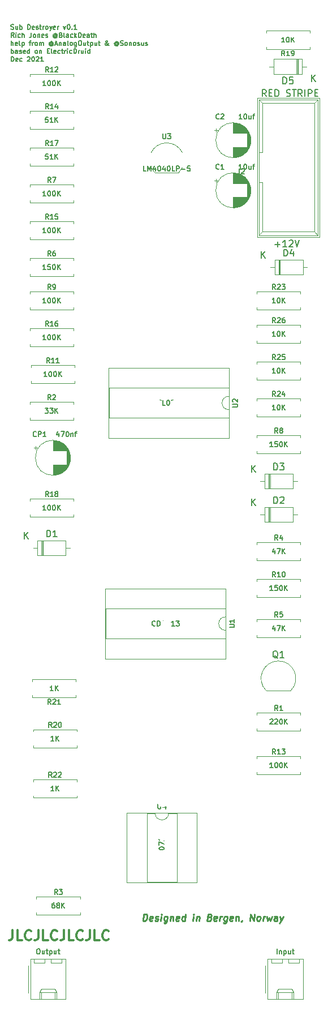
<source format=gbr>
%TF.GenerationSoftware,KiCad,Pcbnew,(5.1.12-1-10_14)*%
%TF.CreationDate,2021-12-12T18:07:50+01:00*%
%TF.ProjectId,sub_destroyer,7375625f-6465-4737-9472-6f7965722e6b,rev?*%
%TF.SameCoordinates,Original*%
%TF.FileFunction,Legend,Top*%
%TF.FilePolarity,Positive*%
%FSLAX46Y46*%
G04 Gerber Fmt 4.6, Leading zero omitted, Abs format (unit mm)*
G04 Created by KiCad (PCBNEW (5.1.12-1-10_14)) date 2021-12-12 18:07:50*
%MOMM*%
%LPD*%
G01*
G04 APERTURE LIST*
%ADD10C,0.300000*%
%ADD11C,0.250000*%
%ADD12C,0.150000*%
%ADD13C,0.120000*%
%ADD14R,1.800000X1.800000*%
%ADD15C,1.800000*%
%ADD16R,1.600000X1.600000*%
%ADD17O,1.600000X1.600000*%
%ADD18C,1.600000*%
%ADD19R,1.600000X2.400000*%
%ADD20O,1.600000X2.400000*%
%ADD21R,2.400000X1.600000*%
%ADD22O,2.400000X1.600000*%
%ADD23O,1.050000X1.500000*%
%ADD24R,1.050000X1.500000*%
%ADD25C,1.440000*%
%ADD26C,3.240000*%
%ADD27C,3.100000*%
%ADD28C,1.500000*%
%ADD29R,1.500000X1.500000*%
%ADD30O,1.740000X2.200000*%
%ADD31R,1.727200X1.727200*%
%ADD32O,1.727200X1.727200*%
G04 APERTURE END LIST*
D10*
X157471428Y-157678571D02*
X157471428Y-158750000D01*
X157400000Y-158964285D01*
X157257142Y-159107142D01*
X157042857Y-159178571D01*
X156900000Y-159178571D01*
X158900000Y-159178571D02*
X158185714Y-159178571D01*
X158185714Y-157678571D01*
X160257142Y-159035714D02*
X160185714Y-159107142D01*
X159971428Y-159178571D01*
X159828571Y-159178571D01*
X159614285Y-159107142D01*
X159471428Y-158964285D01*
X159400000Y-158821428D01*
X159328571Y-158535714D01*
X159328571Y-158321428D01*
X159400000Y-158035714D01*
X159471428Y-157892857D01*
X159614285Y-157750000D01*
X159828571Y-157678571D01*
X159971428Y-157678571D01*
X160185714Y-157750000D01*
X160257142Y-157821428D01*
X161328571Y-157678571D02*
X161328571Y-158750000D01*
X161257142Y-158964285D01*
X161114285Y-159107142D01*
X160900000Y-159178571D01*
X160757142Y-159178571D01*
X162757142Y-159178571D02*
X162042857Y-159178571D01*
X162042857Y-157678571D01*
X164114285Y-159035714D02*
X164042857Y-159107142D01*
X163828571Y-159178571D01*
X163685714Y-159178571D01*
X163471428Y-159107142D01*
X163328571Y-158964285D01*
X163257142Y-158821428D01*
X163185714Y-158535714D01*
X163185714Y-158321428D01*
X163257142Y-158035714D01*
X163328571Y-157892857D01*
X163471428Y-157750000D01*
X163685714Y-157678571D01*
X163828571Y-157678571D01*
X164042857Y-157750000D01*
X164114285Y-157821428D01*
X165185714Y-157678571D02*
X165185714Y-158750000D01*
X165114285Y-158964285D01*
X164971428Y-159107142D01*
X164757142Y-159178571D01*
X164614285Y-159178571D01*
X166614285Y-159178571D02*
X165900000Y-159178571D01*
X165900000Y-157678571D01*
X167971428Y-159035714D02*
X167900000Y-159107142D01*
X167685714Y-159178571D01*
X167542857Y-159178571D01*
X167328571Y-159107142D01*
X167185714Y-158964285D01*
X167114285Y-158821428D01*
X167042857Y-158535714D01*
X167042857Y-158321428D01*
X167114285Y-158035714D01*
X167185714Y-157892857D01*
X167328571Y-157750000D01*
X167542857Y-157678571D01*
X167685714Y-157678571D01*
X167900000Y-157750000D01*
X167971428Y-157821428D01*
X169042857Y-157678571D02*
X169042857Y-158750000D01*
X168971428Y-158964285D01*
X168828571Y-159107142D01*
X168614285Y-159178571D01*
X168471428Y-159178571D01*
X170471428Y-159178571D02*
X169757142Y-159178571D01*
X169757142Y-157678571D01*
X171828571Y-159035714D02*
X171757142Y-159107142D01*
X171542857Y-159178571D01*
X171400000Y-159178571D01*
X171185714Y-159107142D01*
X171042857Y-158964285D01*
X170971428Y-158821428D01*
X170900000Y-158535714D01*
X170900000Y-158321428D01*
X170971428Y-158035714D01*
X171042857Y-157892857D01*
X171185714Y-157750000D01*
X171400000Y-157678571D01*
X171542857Y-157678571D01*
X171757142Y-157750000D01*
X171828571Y-157821428D01*
D11*
X176987127Y-156252380D02*
X177112127Y-155252380D01*
X177350223Y-155252380D01*
X177487127Y-155300000D01*
X177570461Y-155395238D01*
X177606175Y-155490476D01*
X177629985Y-155680952D01*
X177612127Y-155823809D01*
X177540699Y-156014285D01*
X177481175Y-156109523D01*
X177374032Y-156204761D01*
X177225223Y-156252380D01*
X176987127Y-156252380D01*
X178374032Y-156204761D02*
X178272842Y-156252380D01*
X178082366Y-156252380D01*
X177993080Y-156204761D01*
X177957366Y-156109523D01*
X178004985Y-155728571D01*
X178064508Y-155633333D01*
X178165699Y-155585714D01*
X178356175Y-155585714D01*
X178445461Y-155633333D01*
X178481175Y-155728571D01*
X178469270Y-155823809D01*
X177981175Y-155919047D01*
X178802604Y-156204761D02*
X178891889Y-156252380D01*
X179082366Y-156252380D01*
X179183556Y-156204761D01*
X179243080Y-156109523D01*
X179249032Y-156061904D01*
X179213318Y-155966666D01*
X179124032Y-155919047D01*
X178981175Y-155919047D01*
X178891889Y-155871428D01*
X178856175Y-155776190D01*
X178862127Y-155728571D01*
X178921651Y-155633333D01*
X179022842Y-155585714D01*
X179165699Y-155585714D01*
X179254985Y-155633333D01*
X179653794Y-156252380D02*
X179737127Y-155585714D01*
X179778794Y-155252380D02*
X179725223Y-155300000D01*
X179766889Y-155347619D01*
X179820461Y-155300000D01*
X179778794Y-155252380D01*
X179766889Y-155347619D01*
X180641889Y-155585714D02*
X180540699Y-156395238D01*
X180481175Y-156490476D01*
X180427604Y-156538095D01*
X180326413Y-156585714D01*
X180183556Y-156585714D01*
X180094270Y-156538095D01*
X180564508Y-156204761D02*
X180463318Y-156252380D01*
X180272842Y-156252380D01*
X180183556Y-156204761D01*
X180141889Y-156157142D01*
X180106175Y-156061904D01*
X180141889Y-155776190D01*
X180201413Y-155680952D01*
X180254985Y-155633333D01*
X180356175Y-155585714D01*
X180546651Y-155585714D01*
X180635937Y-155633333D01*
X181118080Y-155585714D02*
X181034747Y-156252380D01*
X181106175Y-155680952D02*
X181159747Y-155633333D01*
X181260937Y-155585714D01*
X181403794Y-155585714D01*
X181493080Y-155633333D01*
X181528794Y-155728571D01*
X181463318Y-156252380D01*
X182326413Y-156204761D02*
X182225223Y-156252380D01*
X182034747Y-156252380D01*
X181945461Y-156204761D01*
X181909747Y-156109523D01*
X181957366Y-155728571D01*
X182016889Y-155633333D01*
X182118080Y-155585714D01*
X182308556Y-155585714D01*
X182397842Y-155633333D01*
X182433556Y-155728571D01*
X182421651Y-155823809D01*
X181933556Y-155919047D01*
X183225223Y-156252380D02*
X183350223Y-155252380D01*
X183231175Y-156204761D02*
X183129985Y-156252380D01*
X182939508Y-156252380D01*
X182850223Y-156204761D01*
X182808556Y-156157142D01*
X182772842Y-156061904D01*
X182808556Y-155776190D01*
X182868080Y-155680952D01*
X182921651Y-155633333D01*
X183022842Y-155585714D01*
X183213318Y-155585714D01*
X183302604Y-155633333D01*
X184463318Y-156252380D02*
X184546651Y-155585714D01*
X184588318Y-155252380D02*
X184534747Y-155300000D01*
X184576413Y-155347619D01*
X184629985Y-155300000D01*
X184588318Y-155252380D01*
X184576413Y-155347619D01*
X185022842Y-155585714D02*
X184939508Y-156252380D01*
X185010937Y-155680952D02*
X185064508Y-155633333D01*
X185165699Y-155585714D01*
X185308556Y-155585714D01*
X185397842Y-155633333D01*
X185433556Y-155728571D01*
X185368080Y-156252380D01*
X187004985Y-155728571D02*
X187141889Y-155776190D01*
X187183556Y-155823809D01*
X187219270Y-155919047D01*
X187201413Y-156061904D01*
X187141889Y-156157142D01*
X187088318Y-156204761D01*
X186987127Y-156252380D01*
X186606175Y-156252380D01*
X186731175Y-155252380D01*
X187064508Y-155252380D01*
X187153794Y-155300000D01*
X187195461Y-155347619D01*
X187231175Y-155442857D01*
X187219270Y-155538095D01*
X187159747Y-155633333D01*
X187106175Y-155680952D01*
X187004985Y-155728571D01*
X186671651Y-155728571D01*
X187993080Y-156204761D02*
X187891889Y-156252380D01*
X187701413Y-156252380D01*
X187612127Y-156204761D01*
X187576413Y-156109523D01*
X187624032Y-155728571D01*
X187683556Y-155633333D01*
X187784747Y-155585714D01*
X187975223Y-155585714D01*
X188064508Y-155633333D01*
X188100223Y-155728571D01*
X188088318Y-155823809D01*
X187600223Y-155919047D01*
X188463318Y-156252380D02*
X188546651Y-155585714D01*
X188522842Y-155776190D02*
X188582366Y-155680952D01*
X188635937Y-155633333D01*
X188737127Y-155585714D01*
X188832366Y-155585714D01*
X189594270Y-155585714D02*
X189493080Y-156395238D01*
X189433556Y-156490476D01*
X189379985Y-156538095D01*
X189278794Y-156585714D01*
X189135937Y-156585714D01*
X189046651Y-156538095D01*
X189516889Y-156204761D02*
X189415699Y-156252380D01*
X189225223Y-156252380D01*
X189135937Y-156204761D01*
X189094270Y-156157142D01*
X189058556Y-156061904D01*
X189094270Y-155776190D01*
X189153794Y-155680952D01*
X189207366Y-155633333D01*
X189308556Y-155585714D01*
X189499032Y-155585714D01*
X189588318Y-155633333D01*
X190374032Y-156204761D02*
X190272842Y-156252380D01*
X190082366Y-156252380D01*
X189993080Y-156204761D01*
X189957366Y-156109523D01*
X190004985Y-155728571D01*
X190064508Y-155633333D01*
X190165699Y-155585714D01*
X190356175Y-155585714D01*
X190445461Y-155633333D01*
X190481175Y-155728571D01*
X190469270Y-155823809D01*
X189981175Y-155919047D01*
X190927604Y-155585714D02*
X190844270Y-156252380D01*
X190915699Y-155680952D02*
X190969270Y-155633333D01*
X191070461Y-155585714D01*
X191213318Y-155585714D01*
X191302604Y-155633333D01*
X191338318Y-155728571D01*
X191272842Y-156252380D01*
X191802604Y-156204761D02*
X191796651Y-156252380D01*
X191737127Y-156347619D01*
X191683556Y-156395238D01*
X192987127Y-156252380D02*
X193112127Y-155252380D01*
X193558556Y-156252380D01*
X193683556Y-155252380D01*
X194177604Y-156252380D02*
X194088318Y-156204761D01*
X194046651Y-156157142D01*
X194010937Y-156061904D01*
X194046651Y-155776190D01*
X194106175Y-155680952D01*
X194159747Y-155633333D01*
X194260937Y-155585714D01*
X194403794Y-155585714D01*
X194493080Y-155633333D01*
X194534747Y-155680952D01*
X194570461Y-155776190D01*
X194534747Y-156061904D01*
X194475223Y-156157142D01*
X194421651Y-156204761D01*
X194320461Y-156252380D01*
X194177604Y-156252380D01*
X194939508Y-156252380D02*
X195022842Y-155585714D01*
X194999032Y-155776190D02*
X195058556Y-155680952D01*
X195112127Y-155633333D01*
X195213318Y-155585714D01*
X195308556Y-155585714D01*
X195546651Y-155585714D02*
X195653794Y-156252380D01*
X195903794Y-155776190D01*
X196034747Y-156252380D01*
X196308556Y-155585714D01*
X197034747Y-156252380D02*
X197100223Y-155728571D01*
X197064508Y-155633333D01*
X196975223Y-155585714D01*
X196784747Y-155585714D01*
X196683556Y-155633333D01*
X197040699Y-156204761D02*
X196939508Y-156252380D01*
X196701413Y-156252380D01*
X196612127Y-156204761D01*
X196576413Y-156109523D01*
X196588318Y-156014285D01*
X196647842Y-155919047D01*
X196749032Y-155871428D01*
X196987127Y-155871428D01*
X197088318Y-155823809D01*
X197499032Y-155585714D02*
X197653794Y-156252380D01*
X197975223Y-155585714D02*
X197653794Y-156252380D01*
X197528794Y-156490476D01*
X197475223Y-156538095D01*
X197374032Y-156585714D01*
D12*
X157230833Y-22883333D02*
X157330833Y-22916666D01*
X157497500Y-22916666D01*
X157564166Y-22883333D01*
X157597500Y-22850000D01*
X157630833Y-22783333D01*
X157630833Y-22716666D01*
X157597500Y-22650000D01*
X157564166Y-22616666D01*
X157497500Y-22583333D01*
X157364166Y-22550000D01*
X157297500Y-22516666D01*
X157264166Y-22483333D01*
X157230833Y-22416666D01*
X157230833Y-22350000D01*
X157264166Y-22283333D01*
X157297500Y-22250000D01*
X157364166Y-22216666D01*
X157530833Y-22216666D01*
X157630833Y-22250000D01*
X158230833Y-22450000D02*
X158230833Y-22916666D01*
X157930833Y-22450000D02*
X157930833Y-22816666D01*
X157964166Y-22883333D01*
X158030833Y-22916666D01*
X158130833Y-22916666D01*
X158197500Y-22883333D01*
X158230833Y-22850000D01*
X158564166Y-22916666D02*
X158564166Y-22216666D01*
X158564166Y-22483333D02*
X158630833Y-22450000D01*
X158764166Y-22450000D01*
X158830833Y-22483333D01*
X158864166Y-22516666D01*
X158897500Y-22583333D01*
X158897500Y-22783333D01*
X158864166Y-22850000D01*
X158830833Y-22883333D01*
X158764166Y-22916666D01*
X158630833Y-22916666D01*
X158564166Y-22883333D01*
X159730833Y-22916666D02*
X159730833Y-22216666D01*
X159897500Y-22216666D01*
X159997500Y-22250000D01*
X160064166Y-22316666D01*
X160097500Y-22383333D01*
X160130833Y-22516666D01*
X160130833Y-22616666D01*
X160097500Y-22750000D01*
X160064166Y-22816666D01*
X159997500Y-22883333D01*
X159897500Y-22916666D01*
X159730833Y-22916666D01*
X160697500Y-22883333D02*
X160630833Y-22916666D01*
X160497500Y-22916666D01*
X160430833Y-22883333D01*
X160397500Y-22816666D01*
X160397500Y-22550000D01*
X160430833Y-22483333D01*
X160497500Y-22450000D01*
X160630833Y-22450000D01*
X160697500Y-22483333D01*
X160730833Y-22550000D01*
X160730833Y-22616666D01*
X160397500Y-22683333D01*
X160997500Y-22883333D02*
X161064166Y-22916666D01*
X161197500Y-22916666D01*
X161264166Y-22883333D01*
X161297500Y-22816666D01*
X161297500Y-22783333D01*
X161264166Y-22716666D01*
X161197500Y-22683333D01*
X161097500Y-22683333D01*
X161030833Y-22650000D01*
X160997500Y-22583333D01*
X160997500Y-22550000D01*
X161030833Y-22483333D01*
X161097500Y-22450000D01*
X161197500Y-22450000D01*
X161264166Y-22483333D01*
X161497500Y-22450000D02*
X161764166Y-22450000D01*
X161597500Y-22216666D02*
X161597500Y-22816666D01*
X161630833Y-22883333D01*
X161697500Y-22916666D01*
X161764166Y-22916666D01*
X161997500Y-22916666D02*
X161997500Y-22450000D01*
X161997500Y-22583333D02*
X162030833Y-22516666D01*
X162064166Y-22483333D01*
X162130833Y-22450000D01*
X162197500Y-22450000D01*
X162530833Y-22916666D02*
X162464166Y-22883333D01*
X162430833Y-22850000D01*
X162397500Y-22783333D01*
X162397500Y-22583333D01*
X162430833Y-22516666D01*
X162464166Y-22483333D01*
X162530833Y-22450000D01*
X162630833Y-22450000D01*
X162697500Y-22483333D01*
X162730833Y-22516666D01*
X162764166Y-22583333D01*
X162764166Y-22783333D01*
X162730833Y-22850000D01*
X162697500Y-22883333D01*
X162630833Y-22916666D01*
X162530833Y-22916666D01*
X162997500Y-22450000D02*
X163164166Y-22916666D01*
X163330833Y-22450000D02*
X163164166Y-22916666D01*
X163097500Y-23083333D01*
X163064166Y-23116666D01*
X162997500Y-23150000D01*
X163864166Y-22883333D02*
X163797500Y-22916666D01*
X163664166Y-22916666D01*
X163597500Y-22883333D01*
X163564166Y-22816666D01*
X163564166Y-22550000D01*
X163597500Y-22483333D01*
X163664166Y-22450000D01*
X163797500Y-22450000D01*
X163864166Y-22483333D01*
X163897500Y-22550000D01*
X163897500Y-22616666D01*
X163564166Y-22683333D01*
X164197500Y-22916666D02*
X164197500Y-22450000D01*
X164197500Y-22583333D02*
X164230833Y-22516666D01*
X164264166Y-22483333D01*
X164330833Y-22450000D01*
X164397500Y-22450000D01*
X165097500Y-22450000D02*
X165264166Y-22916666D01*
X165430833Y-22450000D01*
X165830833Y-22216666D02*
X165897500Y-22216666D01*
X165964166Y-22250000D01*
X165997500Y-22283333D01*
X166030833Y-22350000D01*
X166064166Y-22483333D01*
X166064166Y-22650000D01*
X166030833Y-22783333D01*
X165997500Y-22850000D01*
X165964166Y-22883333D01*
X165897500Y-22916666D01*
X165830833Y-22916666D01*
X165764166Y-22883333D01*
X165730833Y-22850000D01*
X165697500Y-22783333D01*
X165664166Y-22650000D01*
X165664166Y-22483333D01*
X165697500Y-22350000D01*
X165730833Y-22283333D01*
X165764166Y-22250000D01*
X165830833Y-22216666D01*
X166364166Y-22850000D02*
X166397500Y-22883333D01*
X166364166Y-22916666D01*
X166330833Y-22883333D01*
X166364166Y-22850000D01*
X166364166Y-22916666D01*
X167064166Y-22916666D02*
X166664166Y-22916666D01*
X166864166Y-22916666D02*
X166864166Y-22216666D01*
X166797500Y-22316666D01*
X166730833Y-22383333D01*
X166664166Y-22416666D01*
X157664166Y-24116666D02*
X157430833Y-23783333D01*
X157264166Y-24116666D02*
X157264166Y-23416666D01*
X157530833Y-23416666D01*
X157597500Y-23450000D01*
X157630833Y-23483333D01*
X157664166Y-23550000D01*
X157664166Y-23650000D01*
X157630833Y-23716666D01*
X157597500Y-23750000D01*
X157530833Y-23783333D01*
X157264166Y-23783333D01*
X157964166Y-24116666D02*
X157964166Y-23650000D01*
X157964166Y-23416666D02*
X157930833Y-23450000D01*
X157964166Y-23483333D01*
X157997500Y-23450000D01*
X157964166Y-23416666D01*
X157964166Y-23483333D01*
X158597500Y-24083333D02*
X158530833Y-24116666D01*
X158397500Y-24116666D01*
X158330833Y-24083333D01*
X158297500Y-24050000D01*
X158264166Y-23983333D01*
X158264166Y-23783333D01*
X158297500Y-23716666D01*
X158330833Y-23683333D01*
X158397500Y-23650000D01*
X158530833Y-23650000D01*
X158597500Y-23683333D01*
X158897500Y-24116666D02*
X158897500Y-23416666D01*
X159197500Y-24116666D02*
X159197500Y-23750000D01*
X159164166Y-23683333D01*
X159097500Y-23650000D01*
X158997500Y-23650000D01*
X158930833Y-23683333D01*
X158897500Y-23716666D01*
X160264166Y-23416666D02*
X160264166Y-23916666D01*
X160230833Y-24016666D01*
X160164166Y-24083333D01*
X160064166Y-24116666D01*
X159997500Y-24116666D01*
X160697500Y-24116666D02*
X160630833Y-24083333D01*
X160597500Y-24050000D01*
X160564166Y-23983333D01*
X160564166Y-23783333D01*
X160597500Y-23716666D01*
X160630833Y-23683333D01*
X160697500Y-23650000D01*
X160797500Y-23650000D01*
X160864166Y-23683333D01*
X160897500Y-23716666D01*
X160930833Y-23783333D01*
X160930833Y-23983333D01*
X160897500Y-24050000D01*
X160864166Y-24083333D01*
X160797500Y-24116666D01*
X160697500Y-24116666D01*
X161230833Y-23650000D02*
X161230833Y-24116666D01*
X161230833Y-23716666D02*
X161264166Y-23683333D01*
X161330833Y-23650000D01*
X161430833Y-23650000D01*
X161497500Y-23683333D01*
X161530833Y-23750000D01*
X161530833Y-24116666D01*
X162130833Y-24083333D02*
X162064166Y-24116666D01*
X161930833Y-24116666D01*
X161864166Y-24083333D01*
X161830833Y-24016666D01*
X161830833Y-23750000D01*
X161864166Y-23683333D01*
X161930833Y-23650000D01*
X162064166Y-23650000D01*
X162130833Y-23683333D01*
X162164166Y-23750000D01*
X162164166Y-23816666D01*
X161830833Y-23883333D01*
X162430833Y-24083333D02*
X162497500Y-24116666D01*
X162630833Y-24116666D01*
X162697500Y-24083333D01*
X162730833Y-24016666D01*
X162730833Y-23983333D01*
X162697500Y-23916666D01*
X162630833Y-23883333D01*
X162530833Y-23883333D01*
X162464166Y-23850000D01*
X162430833Y-23783333D01*
X162430833Y-23750000D01*
X162464166Y-23683333D01*
X162530833Y-23650000D01*
X162630833Y-23650000D01*
X162697500Y-23683333D01*
X163997500Y-23783333D02*
X163964166Y-23750000D01*
X163897500Y-23716666D01*
X163830833Y-23716666D01*
X163764166Y-23750000D01*
X163730833Y-23783333D01*
X163697500Y-23850000D01*
X163697500Y-23916666D01*
X163730833Y-23983333D01*
X163764166Y-24016666D01*
X163830833Y-24050000D01*
X163897500Y-24050000D01*
X163964166Y-24016666D01*
X163997500Y-23983333D01*
X163997500Y-23716666D02*
X163997500Y-23983333D01*
X164030833Y-24016666D01*
X164064166Y-24016666D01*
X164130833Y-23983333D01*
X164164166Y-23916666D01*
X164164166Y-23750000D01*
X164097500Y-23650000D01*
X163997500Y-23583333D01*
X163864166Y-23550000D01*
X163730833Y-23583333D01*
X163630833Y-23650000D01*
X163564166Y-23750000D01*
X163530833Y-23883333D01*
X163564166Y-24016666D01*
X163630833Y-24116666D01*
X163730833Y-24183333D01*
X163864166Y-24216666D01*
X163997500Y-24183333D01*
X164097500Y-24116666D01*
X164697500Y-23750000D02*
X164797500Y-23783333D01*
X164830833Y-23816666D01*
X164864166Y-23883333D01*
X164864166Y-23983333D01*
X164830833Y-24050000D01*
X164797500Y-24083333D01*
X164730833Y-24116666D01*
X164464166Y-24116666D01*
X164464166Y-23416666D01*
X164697500Y-23416666D01*
X164764166Y-23450000D01*
X164797500Y-23483333D01*
X164830833Y-23550000D01*
X164830833Y-23616666D01*
X164797500Y-23683333D01*
X164764166Y-23716666D01*
X164697500Y-23750000D01*
X164464166Y-23750000D01*
X165264166Y-24116666D02*
X165197500Y-24083333D01*
X165164166Y-24016666D01*
X165164166Y-23416666D01*
X165830833Y-24116666D02*
X165830833Y-23750000D01*
X165797500Y-23683333D01*
X165730833Y-23650000D01*
X165597500Y-23650000D01*
X165530833Y-23683333D01*
X165830833Y-24083333D02*
X165764166Y-24116666D01*
X165597500Y-24116666D01*
X165530833Y-24083333D01*
X165497500Y-24016666D01*
X165497500Y-23950000D01*
X165530833Y-23883333D01*
X165597500Y-23850000D01*
X165764166Y-23850000D01*
X165830833Y-23816666D01*
X166464166Y-24083333D02*
X166397500Y-24116666D01*
X166264166Y-24116666D01*
X166197500Y-24083333D01*
X166164166Y-24050000D01*
X166130833Y-23983333D01*
X166130833Y-23783333D01*
X166164166Y-23716666D01*
X166197500Y-23683333D01*
X166264166Y-23650000D01*
X166397500Y-23650000D01*
X166464166Y-23683333D01*
X166764166Y-24116666D02*
X166764166Y-23416666D01*
X166830833Y-23850000D02*
X167030833Y-24116666D01*
X167030833Y-23650000D02*
X166764166Y-23916666D01*
X167330833Y-24116666D02*
X167330833Y-23416666D01*
X167497500Y-23416666D01*
X167597500Y-23450000D01*
X167664166Y-23516666D01*
X167697500Y-23583333D01*
X167730833Y-23716666D01*
X167730833Y-23816666D01*
X167697500Y-23950000D01*
X167664166Y-24016666D01*
X167597500Y-24083333D01*
X167497500Y-24116666D01*
X167330833Y-24116666D01*
X168297500Y-24083333D02*
X168230833Y-24116666D01*
X168097500Y-24116666D01*
X168030833Y-24083333D01*
X167997500Y-24016666D01*
X167997500Y-23750000D01*
X168030833Y-23683333D01*
X168097500Y-23650000D01*
X168230833Y-23650000D01*
X168297500Y-23683333D01*
X168330833Y-23750000D01*
X168330833Y-23816666D01*
X167997500Y-23883333D01*
X168930833Y-24116666D02*
X168930833Y-23750000D01*
X168897500Y-23683333D01*
X168830833Y-23650000D01*
X168697500Y-23650000D01*
X168630833Y-23683333D01*
X168930833Y-24083333D02*
X168864166Y-24116666D01*
X168697500Y-24116666D01*
X168630833Y-24083333D01*
X168597500Y-24016666D01*
X168597500Y-23950000D01*
X168630833Y-23883333D01*
X168697500Y-23850000D01*
X168864166Y-23850000D01*
X168930833Y-23816666D01*
X169164166Y-23650000D02*
X169430833Y-23650000D01*
X169264166Y-23416666D02*
X169264166Y-24016666D01*
X169297500Y-24083333D01*
X169364166Y-24116666D01*
X169430833Y-24116666D01*
X169664166Y-24116666D02*
X169664166Y-23416666D01*
X169964166Y-24116666D02*
X169964166Y-23750000D01*
X169930833Y-23683333D01*
X169864166Y-23650000D01*
X169764166Y-23650000D01*
X169697500Y-23683333D01*
X169664166Y-23716666D01*
X157264166Y-25316666D02*
X157264166Y-24616666D01*
X157564166Y-25316666D02*
X157564166Y-24950000D01*
X157530833Y-24883333D01*
X157464166Y-24850000D01*
X157364166Y-24850000D01*
X157297500Y-24883333D01*
X157264166Y-24916666D01*
X158164166Y-25283333D02*
X158097500Y-25316666D01*
X157964166Y-25316666D01*
X157897500Y-25283333D01*
X157864166Y-25216666D01*
X157864166Y-24950000D01*
X157897500Y-24883333D01*
X157964166Y-24850000D01*
X158097500Y-24850000D01*
X158164166Y-24883333D01*
X158197500Y-24950000D01*
X158197500Y-25016666D01*
X157864166Y-25083333D01*
X158597500Y-25316666D02*
X158530833Y-25283333D01*
X158497500Y-25216666D01*
X158497500Y-24616666D01*
X158864166Y-24850000D02*
X158864166Y-25550000D01*
X158864166Y-24883333D02*
X158930833Y-24850000D01*
X159064166Y-24850000D01*
X159130833Y-24883333D01*
X159164166Y-24916666D01*
X159197500Y-24983333D01*
X159197500Y-25183333D01*
X159164166Y-25250000D01*
X159130833Y-25283333D01*
X159064166Y-25316666D01*
X158930833Y-25316666D01*
X158864166Y-25283333D01*
X159930833Y-24850000D02*
X160197500Y-24850000D01*
X160030833Y-25316666D02*
X160030833Y-24716666D01*
X160064166Y-24650000D01*
X160130833Y-24616666D01*
X160197500Y-24616666D01*
X160430833Y-25316666D02*
X160430833Y-24850000D01*
X160430833Y-24983333D02*
X160464166Y-24916666D01*
X160497500Y-24883333D01*
X160564166Y-24850000D01*
X160630833Y-24850000D01*
X160964166Y-25316666D02*
X160897500Y-25283333D01*
X160864166Y-25250000D01*
X160830833Y-25183333D01*
X160830833Y-24983333D01*
X160864166Y-24916666D01*
X160897500Y-24883333D01*
X160964166Y-24850000D01*
X161064166Y-24850000D01*
X161130833Y-24883333D01*
X161164166Y-24916666D01*
X161197500Y-24983333D01*
X161197500Y-25183333D01*
X161164166Y-25250000D01*
X161130833Y-25283333D01*
X161064166Y-25316666D01*
X160964166Y-25316666D01*
X161497500Y-25316666D02*
X161497500Y-24850000D01*
X161497500Y-24916666D02*
X161530833Y-24883333D01*
X161597500Y-24850000D01*
X161697500Y-24850000D01*
X161764166Y-24883333D01*
X161797500Y-24950000D01*
X161797500Y-25316666D01*
X161797500Y-24950000D02*
X161830833Y-24883333D01*
X161897500Y-24850000D01*
X161997500Y-24850000D01*
X162064166Y-24883333D01*
X162097500Y-24950000D01*
X162097500Y-25316666D01*
X163397500Y-24983333D02*
X163364166Y-24950000D01*
X163297500Y-24916666D01*
X163230833Y-24916666D01*
X163164166Y-24950000D01*
X163130833Y-24983333D01*
X163097500Y-25050000D01*
X163097500Y-25116666D01*
X163130833Y-25183333D01*
X163164166Y-25216666D01*
X163230833Y-25250000D01*
X163297500Y-25250000D01*
X163364166Y-25216666D01*
X163397500Y-25183333D01*
X163397500Y-24916666D02*
X163397500Y-25183333D01*
X163430833Y-25216666D01*
X163464166Y-25216666D01*
X163530833Y-25183333D01*
X163564166Y-25116666D01*
X163564166Y-24950000D01*
X163497500Y-24850000D01*
X163397500Y-24783333D01*
X163264166Y-24750000D01*
X163130833Y-24783333D01*
X163030833Y-24850000D01*
X162964166Y-24950000D01*
X162930833Y-25083333D01*
X162964166Y-25216666D01*
X163030833Y-25316666D01*
X163130833Y-25383333D01*
X163264166Y-25416666D01*
X163397500Y-25383333D01*
X163497500Y-25316666D01*
X163830833Y-25116666D02*
X164164166Y-25116666D01*
X163764166Y-25316666D02*
X163997500Y-24616666D01*
X164230833Y-25316666D01*
X164464166Y-24850000D02*
X164464166Y-25316666D01*
X164464166Y-24916666D02*
X164497500Y-24883333D01*
X164564166Y-24850000D01*
X164664166Y-24850000D01*
X164730833Y-24883333D01*
X164764166Y-24950000D01*
X164764166Y-25316666D01*
X165397500Y-25316666D02*
X165397500Y-24950000D01*
X165364166Y-24883333D01*
X165297500Y-24850000D01*
X165164166Y-24850000D01*
X165097500Y-24883333D01*
X165397500Y-25283333D02*
X165330833Y-25316666D01*
X165164166Y-25316666D01*
X165097500Y-25283333D01*
X165064166Y-25216666D01*
X165064166Y-25150000D01*
X165097500Y-25083333D01*
X165164166Y-25050000D01*
X165330833Y-25050000D01*
X165397500Y-25016666D01*
X165830833Y-25316666D02*
X165764166Y-25283333D01*
X165730833Y-25216666D01*
X165730833Y-24616666D01*
X166197500Y-25316666D02*
X166130833Y-25283333D01*
X166097500Y-25250000D01*
X166064166Y-25183333D01*
X166064166Y-24983333D01*
X166097500Y-24916666D01*
X166130833Y-24883333D01*
X166197500Y-24850000D01*
X166297500Y-24850000D01*
X166364166Y-24883333D01*
X166397500Y-24916666D01*
X166430833Y-24983333D01*
X166430833Y-25183333D01*
X166397500Y-25250000D01*
X166364166Y-25283333D01*
X166297500Y-25316666D01*
X166197500Y-25316666D01*
X167030833Y-24850000D02*
X167030833Y-25416666D01*
X166997500Y-25483333D01*
X166964166Y-25516666D01*
X166897500Y-25550000D01*
X166797500Y-25550000D01*
X166730833Y-25516666D01*
X167030833Y-25283333D02*
X166964166Y-25316666D01*
X166830833Y-25316666D01*
X166764166Y-25283333D01*
X166730833Y-25250000D01*
X166697500Y-25183333D01*
X166697500Y-24983333D01*
X166730833Y-24916666D01*
X166764166Y-24883333D01*
X166830833Y-24850000D01*
X166964166Y-24850000D01*
X167030833Y-24883333D01*
X167497500Y-24616666D02*
X167630833Y-24616666D01*
X167697500Y-24650000D01*
X167764166Y-24716666D01*
X167797500Y-24850000D01*
X167797500Y-25083333D01*
X167764166Y-25216666D01*
X167697500Y-25283333D01*
X167630833Y-25316666D01*
X167497500Y-25316666D01*
X167430833Y-25283333D01*
X167364166Y-25216666D01*
X167330833Y-25083333D01*
X167330833Y-24850000D01*
X167364166Y-24716666D01*
X167430833Y-24650000D01*
X167497500Y-24616666D01*
X168397500Y-24850000D02*
X168397500Y-25316666D01*
X168097500Y-24850000D02*
X168097500Y-25216666D01*
X168130833Y-25283333D01*
X168197500Y-25316666D01*
X168297500Y-25316666D01*
X168364166Y-25283333D01*
X168397500Y-25250000D01*
X168630833Y-24850000D02*
X168897500Y-24850000D01*
X168730833Y-24616666D02*
X168730833Y-25216666D01*
X168764166Y-25283333D01*
X168830833Y-25316666D01*
X168897500Y-25316666D01*
X169130833Y-24850000D02*
X169130833Y-25550000D01*
X169130833Y-24883333D02*
X169197500Y-24850000D01*
X169330833Y-24850000D01*
X169397500Y-24883333D01*
X169430833Y-24916666D01*
X169464166Y-24983333D01*
X169464166Y-25183333D01*
X169430833Y-25250000D01*
X169397500Y-25283333D01*
X169330833Y-25316666D01*
X169197500Y-25316666D01*
X169130833Y-25283333D01*
X170064166Y-24850000D02*
X170064166Y-25316666D01*
X169764166Y-24850000D02*
X169764166Y-25216666D01*
X169797500Y-25283333D01*
X169864166Y-25316666D01*
X169964166Y-25316666D01*
X170030833Y-25283333D01*
X170064166Y-25250000D01*
X170297500Y-24850000D02*
X170564166Y-24850000D01*
X170397500Y-24616666D02*
X170397500Y-25216666D01*
X170430833Y-25283333D01*
X170497500Y-25316666D01*
X170564166Y-25316666D01*
X171897500Y-25316666D02*
X171864166Y-25316666D01*
X171797500Y-25283333D01*
X171697500Y-25183333D01*
X171530833Y-24983333D01*
X171464166Y-24883333D01*
X171430833Y-24783333D01*
X171430833Y-24716666D01*
X171464166Y-24650000D01*
X171530833Y-24616666D01*
X171564166Y-24616666D01*
X171630833Y-24650000D01*
X171664166Y-24716666D01*
X171664166Y-24750000D01*
X171630833Y-24816666D01*
X171597500Y-24850000D01*
X171397500Y-24983333D01*
X171364166Y-25016666D01*
X171330833Y-25083333D01*
X171330833Y-25183333D01*
X171364166Y-25250000D01*
X171397500Y-25283333D01*
X171464166Y-25316666D01*
X171564166Y-25316666D01*
X171630833Y-25283333D01*
X171664166Y-25250000D01*
X171764166Y-25116666D01*
X171797500Y-25016666D01*
X171797500Y-24950000D01*
X173164166Y-24983333D02*
X173130833Y-24950000D01*
X173064166Y-24916666D01*
X172997500Y-24916666D01*
X172930833Y-24950000D01*
X172897500Y-24983333D01*
X172864166Y-25050000D01*
X172864166Y-25116666D01*
X172897500Y-25183333D01*
X172930833Y-25216666D01*
X172997500Y-25250000D01*
X173064166Y-25250000D01*
X173130833Y-25216666D01*
X173164166Y-25183333D01*
X173164166Y-24916666D02*
X173164166Y-25183333D01*
X173197500Y-25216666D01*
X173230833Y-25216666D01*
X173297500Y-25183333D01*
X173330833Y-25116666D01*
X173330833Y-24950000D01*
X173264166Y-24850000D01*
X173164166Y-24783333D01*
X173030833Y-24750000D01*
X172897500Y-24783333D01*
X172797500Y-24850000D01*
X172730833Y-24950000D01*
X172697500Y-25083333D01*
X172730833Y-25216666D01*
X172797500Y-25316666D01*
X172897500Y-25383333D01*
X173030833Y-25416666D01*
X173164166Y-25383333D01*
X173264166Y-25316666D01*
X173597500Y-25283333D02*
X173697500Y-25316666D01*
X173864166Y-25316666D01*
X173930833Y-25283333D01*
X173964166Y-25250000D01*
X173997500Y-25183333D01*
X173997500Y-25116666D01*
X173964166Y-25050000D01*
X173930833Y-25016666D01*
X173864166Y-24983333D01*
X173730833Y-24950000D01*
X173664166Y-24916666D01*
X173630833Y-24883333D01*
X173597500Y-24816666D01*
X173597500Y-24750000D01*
X173630833Y-24683333D01*
X173664166Y-24650000D01*
X173730833Y-24616666D01*
X173897500Y-24616666D01*
X173997500Y-24650000D01*
X174397500Y-25316666D02*
X174330833Y-25283333D01*
X174297500Y-25250000D01*
X174264166Y-25183333D01*
X174264166Y-24983333D01*
X174297500Y-24916666D01*
X174330833Y-24883333D01*
X174397500Y-24850000D01*
X174497500Y-24850000D01*
X174564166Y-24883333D01*
X174597500Y-24916666D01*
X174630833Y-24983333D01*
X174630833Y-25183333D01*
X174597500Y-25250000D01*
X174564166Y-25283333D01*
X174497500Y-25316666D01*
X174397500Y-25316666D01*
X174930833Y-24850000D02*
X174930833Y-25316666D01*
X174930833Y-24916666D02*
X174964166Y-24883333D01*
X175030833Y-24850000D01*
X175130833Y-24850000D01*
X175197500Y-24883333D01*
X175230833Y-24950000D01*
X175230833Y-25316666D01*
X175664166Y-25316666D02*
X175597500Y-25283333D01*
X175564166Y-25250000D01*
X175530833Y-25183333D01*
X175530833Y-24983333D01*
X175564166Y-24916666D01*
X175597500Y-24883333D01*
X175664166Y-24850000D01*
X175764166Y-24850000D01*
X175830833Y-24883333D01*
X175864166Y-24916666D01*
X175897500Y-24983333D01*
X175897500Y-25183333D01*
X175864166Y-25250000D01*
X175830833Y-25283333D01*
X175764166Y-25316666D01*
X175664166Y-25316666D01*
X176164166Y-25283333D02*
X176230833Y-25316666D01*
X176364166Y-25316666D01*
X176430833Y-25283333D01*
X176464166Y-25216666D01*
X176464166Y-25183333D01*
X176430833Y-25116666D01*
X176364166Y-25083333D01*
X176264166Y-25083333D01*
X176197500Y-25050000D01*
X176164166Y-24983333D01*
X176164166Y-24950000D01*
X176197500Y-24883333D01*
X176264166Y-24850000D01*
X176364166Y-24850000D01*
X176430833Y-24883333D01*
X177064166Y-24850000D02*
X177064166Y-25316666D01*
X176764166Y-24850000D02*
X176764166Y-25216666D01*
X176797500Y-25283333D01*
X176864166Y-25316666D01*
X176964166Y-25316666D01*
X177030833Y-25283333D01*
X177064166Y-25250000D01*
X177364166Y-25283333D02*
X177430833Y-25316666D01*
X177564166Y-25316666D01*
X177630833Y-25283333D01*
X177664166Y-25216666D01*
X177664166Y-25183333D01*
X177630833Y-25116666D01*
X177564166Y-25083333D01*
X177464166Y-25083333D01*
X177397500Y-25050000D01*
X177364166Y-24983333D01*
X177364166Y-24950000D01*
X177397500Y-24883333D01*
X177464166Y-24850000D01*
X177564166Y-24850000D01*
X177630833Y-24883333D01*
X157264166Y-26516666D02*
X157264166Y-25816666D01*
X157264166Y-26083333D02*
X157330833Y-26050000D01*
X157464166Y-26050000D01*
X157530833Y-26083333D01*
X157564166Y-26116666D01*
X157597500Y-26183333D01*
X157597500Y-26383333D01*
X157564166Y-26450000D01*
X157530833Y-26483333D01*
X157464166Y-26516666D01*
X157330833Y-26516666D01*
X157264166Y-26483333D01*
X158197500Y-26516666D02*
X158197500Y-26150000D01*
X158164166Y-26083333D01*
X158097500Y-26050000D01*
X157964166Y-26050000D01*
X157897500Y-26083333D01*
X158197500Y-26483333D02*
X158130833Y-26516666D01*
X157964166Y-26516666D01*
X157897500Y-26483333D01*
X157864166Y-26416666D01*
X157864166Y-26350000D01*
X157897500Y-26283333D01*
X157964166Y-26250000D01*
X158130833Y-26250000D01*
X158197500Y-26216666D01*
X158497500Y-26483333D02*
X158564166Y-26516666D01*
X158697500Y-26516666D01*
X158764166Y-26483333D01*
X158797500Y-26416666D01*
X158797500Y-26383333D01*
X158764166Y-26316666D01*
X158697500Y-26283333D01*
X158597500Y-26283333D01*
X158530833Y-26250000D01*
X158497500Y-26183333D01*
X158497500Y-26150000D01*
X158530833Y-26083333D01*
X158597500Y-26050000D01*
X158697500Y-26050000D01*
X158764166Y-26083333D01*
X159364166Y-26483333D02*
X159297500Y-26516666D01*
X159164166Y-26516666D01*
X159097500Y-26483333D01*
X159064166Y-26416666D01*
X159064166Y-26150000D01*
X159097500Y-26083333D01*
X159164166Y-26050000D01*
X159297500Y-26050000D01*
X159364166Y-26083333D01*
X159397500Y-26150000D01*
X159397500Y-26216666D01*
X159064166Y-26283333D01*
X159997500Y-26516666D02*
X159997500Y-25816666D01*
X159997500Y-26483333D02*
X159930833Y-26516666D01*
X159797500Y-26516666D01*
X159730833Y-26483333D01*
X159697500Y-26450000D01*
X159664166Y-26383333D01*
X159664166Y-26183333D01*
X159697500Y-26116666D01*
X159730833Y-26083333D01*
X159797500Y-26050000D01*
X159930833Y-26050000D01*
X159997500Y-26083333D01*
X160964166Y-26516666D02*
X160897500Y-26483333D01*
X160864166Y-26450000D01*
X160830833Y-26383333D01*
X160830833Y-26183333D01*
X160864166Y-26116666D01*
X160897500Y-26083333D01*
X160964166Y-26050000D01*
X161064166Y-26050000D01*
X161130833Y-26083333D01*
X161164166Y-26116666D01*
X161197500Y-26183333D01*
X161197500Y-26383333D01*
X161164166Y-26450000D01*
X161130833Y-26483333D01*
X161064166Y-26516666D01*
X160964166Y-26516666D01*
X161497500Y-26050000D02*
X161497500Y-26516666D01*
X161497500Y-26116666D02*
X161530833Y-26083333D01*
X161597500Y-26050000D01*
X161697500Y-26050000D01*
X161764166Y-26083333D01*
X161797500Y-26150000D01*
X161797500Y-26516666D01*
X162664166Y-26150000D02*
X162897500Y-26150000D01*
X162997500Y-26516666D02*
X162664166Y-26516666D01*
X162664166Y-25816666D01*
X162997500Y-25816666D01*
X163397500Y-26516666D02*
X163330833Y-26483333D01*
X163297500Y-26416666D01*
X163297500Y-25816666D01*
X163930833Y-26483333D02*
X163864166Y-26516666D01*
X163730833Y-26516666D01*
X163664166Y-26483333D01*
X163630833Y-26416666D01*
X163630833Y-26150000D01*
X163664166Y-26083333D01*
X163730833Y-26050000D01*
X163864166Y-26050000D01*
X163930833Y-26083333D01*
X163964166Y-26150000D01*
X163964166Y-26216666D01*
X163630833Y-26283333D01*
X164564166Y-26483333D02*
X164497500Y-26516666D01*
X164364166Y-26516666D01*
X164297500Y-26483333D01*
X164264166Y-26450000D01*
X164230833Y-26383333D01*
X164230833Y-26183333D01*
X164264166Y-26116666D01*
X164297500Y-26083333D01*
X164364166Y-26050000D01*
X164497500Y-26050000D01*
X164564166Y-26083333D01*
X164764166Y-26050000D02*
X165030833Y-26050000D01*
X164864166Y-25816666D02*
X164864166Y-26416666D01*
X164897500Y-26483333D01*
X164964166Y-26516666D01*
X165030833Y-26516666D01*
X165264166Y-26516666D02*
X165264166Y-26050000D01*
X165264166Y-26183333D02*
X165297500Y-26116666D01*
X165330833Y-26083333D01*
X165397500Y-26050000D01*
X165464166Y-26050000D01*
X165697500Y-26516666D02*
X165697500Y-26050000D01*
X165697500Y-25816666D02*
X165664166Y-25850000D01*
X165697500Y-25883333D01*
X165730833Y-25850000D01*
X165697500Y-25816666D01*
X165697500Y-25883333D01*
X166330833Y-26483333D02*
X166264166Y-26516666D01*
X166130833Y-26516666D01*
X166064166Y-26483333D01*
X166030833Y-26450000D01*
X165997500Y-26383333D01*
X165997500Y-26183333D01*
X166030833Y-26116666D01*
X166064166Y-26083333D01*
X166130833Y-26050000D01*
X166264166Y-26050000D01*
X166330833Y-26083333D01*
X166630833Y-26516666D02*
X166630833Y-25816666D01*
X166797500Y-25816666D01*
X166897500Y-25850000D01*
X166964166Y-25916666D01*
X166997500Y-25983333D01*
X167030833Y-26116666D01*
X167030833Y-26216666D01*
X166997500Y-26350000D01*
X166964166Y-26416666D01*
X166897500Y-26483333D01*
X166797500Y-26516666D01*
X166630833Y-26516666D01*
X167330833Y-26516666D02*
X167330833Y-26050000D01*
X167330833Y-26183333D02*
X167364166Y-26116666D01*
X167397500Y-26083333D01*
X167464166Y-26050000D01*
X167530833Y-26050000D01*
X168064166Y-26050000D02*
X168064166Y-26516666D01*
X167764166Y-26050000D02*
X167764166Y-26416666D01*
X167797500Y-26483333D01*
X167864166Y-26516666D01*
X167964166Y-26516666D01*
X168030833Y-26483333D01*
X168064166Y-26450000D01*
X168397500Y-26516666D02*
X168397500Y-26050000D01*
X168397500Y-25816666D02*
X168364166Y-25850000D01*
X168397500Y-25883333D01*
X168430833Y-25850000D01*
X168397500Y-25816666D01*
X168397500Y-25883333D01*
X169030833Y-26516666D02*
X169030833Y-25816666D01*
X169030833Y-26483333D02*
X168964166Y-26516666D01*
X168830833Y-26516666D01*
X168764166Y-26483333D01*
X168730833Y-26450000D01*
X168697500Y-26383333D01*
X168697500Y-26183333D01*
X168730833Y-26116666D01*
X168764166Y-26083333D01*
X168830833Y-26050000D01*
X168964166Y-26050000D01*
X169030833Y-26083333D01*
X157264166Y-27716666D02*
X157264166Y-27016666D01*
X157430833Y-27016666D01*
X157530833Y-27050000D01*
X157597500Y-27116666D01*
X157630833Y-27183333D01*
X157664166Y-27316666D01*
X157664166Y-27416666D01*
X157630833Y-27550000D01*
X157597500Y-27616666D01*
X157530833Y-27683333D01*
X157430833Y-27716666D01*
X157264166Y-27716666D01*
X158230833Y-27683333D02*
X158164166Y-27716666D01*
X158030833Y-27716666D01*
X157964166Y-27683333D01*
X157930833Y-27616666D01*
X157930833Y-27350000D01*
X157964166Y-27283333D01*
X158030833Y-27250000D01*
X158164166Y-27250000D01*
X158230833Y-27283333D01*
X158264166Y-27350000D01*
X158264166Y-27416666D01*
X157930833Y-27483333D01*
X158864166Y-27683333D02*
X158797500Y-27716666D01*
X158664166Y-27716666D01*
X158597500Y-27683333D01*
X158564166Y-27650000D01*
X158530833Y-27583333D01*
X158530833Y-27383333D01*
X158564166Y-27316666D01*
X158597500Y-27283333D01*
X158664166Y-27250000D01*
X158797500Y-27250000D01*
X158864166Y-27283333D01*
X159664166Y-27083333D02*
X159697500Y-27050000D01*
X159764166Y-27016666D01*
X159930833Y-27016666D01*
X159997500Y-27050000D01*
X160030833Y-27083333D01*
X160064166Y-27150000D01*
X160064166Y-27216666D01*
X160030833Y-27316666D01*
X159630833Y-27716666D01*
X160064166Y-27716666D01*
X160497500Y-27016666D02*
X160564166Y-27016666D01*
X160630833Y-27050000D01*
X160664166Y-27083333D01*
X160697500Y-27150000D01*
X160730833Y-27283333D01*
X160730833Y-27450000D01*
X160697500Y-27583333D01*
X160664166Y-27650000D01*
X160630833Y-27683333D01*
X160564166Y-27716666D01*
X160497500Y-27716666D01*
X160430833Y-27683333D01*
X160397500Y-27650000D01*
X160364166Y-27583333D01*
X160330833Y-27450000D01*
X160330833Y-27283333D01*
X160364166Y-27150000D01*
X160397500Y-27083333D01*
X160430833Y-27050000D01*
X160497500Y-27016666D01*
X160997500Y-27083333D02*
X161030833Y-27050000D01*
X161097500Y-27016666D01*
X161264166Y-27016666D01*
X161330833Y-27050000D01*
X161364166Y-27083333D01*
X161397500Y-27150000D01*
X161397500Y-27216666D01*
X161364166Y-27316666D01*
X160964166Y-27716666D01*
X161397500Y-27716666D01*
X162064166Y-27716666D02*
X161664166Y-27716666D01*
X161864166Y-27716666D02*
X161864166Y-27016666D01*
X161797500Y-27116666D01*
X161730833Y-27183333D01*
X161664166Y-27216666D01*
D13*
%TO.C,D3*%
X195790000Y-89380000D02*
X195790000Y-91620000D01*
X196030000Y-89380000D02*
X196030000Y-91620000D01*
X195910000Y-89380000D02*
X195910000Y-91620000D01*
X200080000Y-90500000D02*
X199430000Y-90500000D01*
X194540000Y-90500000D02*
X195190000Y-90500000D01*
X199430000Y-89380000D02*
X195190000Y-89380000D01*
X199430000Y-91620000D02*
X199430000Y-89380000D01*
X195190000Y-91620000D02*
X199430000Y-91620000D01*
X195190000Y-89380000D02*
X195190000Y-91620000D01*
%TO.C,D1*%
X161790000Y-99380000D02*
X161790000Y-101620000D01*
X162030000Y-99380000D02*
X162030000Y-101620000D01*
X161910000Y-99380000D02*
X161910000Y-101620000D01*
X166080000Y-100500000D02*
X165430000Y-100500000D01*
X160540000Y-100500000D02*
X161190000Y-100500000D01*
X165430000Y-99380000D02*
X161190000Y-99380000D01*
X165430000Y-101620000D02*
X165430000Y-99380000D01*
X161190000Y-101620000D02*
X165430000Y-101620000D01*
X161190000Y-99380000D02*
X161190000Y-101620000D01*
%TO.C,R1*%
X194040000Y-125460000D02*
X194040000Y-125130000D01*
X194040000Y-125130000D02*
X200580000Y-125130000D01*
X200580000Y-125130000D02*
X200580000Y-125460000D01*
X194040000Y-127540000D02*
X194040000Y-127870000D01*
X194040000Y-127870000D02*
X200580000Y-127870000D01*
X200580000Y-127870000D02*
X200580000Y-127540000D01*
%TO.C,R2*%
X166580000Y-81370000D02*
X166580000Y-81040000D01*
X160040000Y-81370000D02*
X166580000Y-81370000D01*
X160040000Y-81040000D02*
X160040000Y-81370000D01*
X166580000Y-78630000D02*
X166580000Y-78960000D01*
X160040000Y-78630000D02*
X166580000Y-78630000D01*
X160040000Y-78960000D02*
X160040000Y-78630000D01*
%TO.C,R3*%
X167580000Y-155370000D02*
X167580000Y-155040000D01*
X161040000Y-155370000D02*
X167580000Y-155370000D01*
X161040000Y-155040000D02*
X161040000Y-155370000D01*
X167580000Y-152630000D02*
X167580000Y-152960000D01*
X161040000Y-152630000D02*
X167580000Y-152630000D01*
X161040000Y-152960000D02*
X161040000Y-152630000D01*
%TO.C,R4*%
X194040000Y-99960000D02*
X194040000Y-99630000D01*
X194040000Y-99630000D02*
X200580000Y-99630000D01*
X200580000Y-99630000D02*
X200580000Y-99960000D01*
X194040000Y-102040000D02*
X194040000Y-102370000D01*
X194040000Y-102370000D02*
X200580000Y-102370000D01*
X200580000Y-102370000D02*
X200580000Y-102040000D01*
%TO.C,U2*%
X189890000Y-84060000D02*
X189890000Y-73560000D01*
X171870000Y-84060000D02*
X189890000Y-84060000D01*
X171870000Y-73560000D02*
X171870000Y-84060000D01*
X189890000Y-73560000D02*
X171870000Y-73560000D01*
X189830000Y-81060000D02*
X189830000Y-79810000D01*
X171930000Y-81060000D02*
X189830000Y-81060000D01*
X171930000Y-76560000D02*
X171930000Y-81060000D01*
X189830000Y-76560000D02*
X171930000Y-76560000D01*
X189830000Y-77810000D02*
X189830000Y-76560000D01*
X189830000Y-79810000D02*
G75*
G02*
X189830000Y-77810000I0J1000000D01*
G01*
%TO.C,U4*%
X185060000Y-140110000D02*
X174560000Y-140110000D01*
X185060000Y-150510000D02*
X185060000Y-140110000D01*
X174560000Y-150510000D02*
X185060000Y-150510000D01*
X174560000Y-140110000D02*
X174560000Y-150510000D01*
X182060000Y-140170000D02*
X180810000Y-140170000D01*
X182060000Y-150450000D02*
X182060000Y-140170000D01*
X177560000Y-150450000D02*
X182060000Y-150450000D01*
X177560000Y-140170000D02*
X177560000Y-150450000D01*
X178810000Y-140170000D02*
X177560000Y-140170000D01*
X180810000Y-140170000D02*
G75*
G02*
X178810000Y-140170000I-1000000J0D01*
G01*
%TO.C,Q1*%
X195470000Y-121850000D02*
X199070000Y-121850000D01*
X195431522Y-121838478D02*
G75*
G02*
X197270000Y-117400000I1838478J1838478D01*
G01*
X199108478Y-121838478D02*
G75*
G03*
X197270000Y-117400000I-1838478J1838478D01*
G01*
%TO.C,D5*%
X200210000Y-29620000D02*
X200210000Y-27380000D01*
X199970000Y-29620000D02*
X199970000Y-27380000D01*
X200090000Y-29620000D02*
X200090000Y-27380000D01*
X195920000Y-28500000D02*
X196570000Y-28500000D01*
X201460000Y-28500000D02*
X200810000Y-28500000D01*
X196570000Y-29620000D02*
X200810000Y-29620000D01*
X196570000Y-27380000D02*
X196570000Y-29620000D01*
X200810000Y-27380000D02*
X196570000Y-27380000D01*
X200810000Y-29620000D02*
X200810000Y-27380000D01*
%TO.C,U1*%
X189330000Y-110810000D02*
X189330000Y-109560000D01*
X189330000Y-109560000D02*
X171430000Y-109560000D01*
X171430000Y-109560000D02*
X171430000Y-114060000D01*
X171430000Y-114060000D02*
X189330000Y-114060000D01*
X189330000Y-114060000D02*
X189330000Y-112810000D01*
X189390000Y-106560000D02*
X171370000Y-106560000D01*
X171370000Y-106560000D02*
X171370000Y-117060000D01*
X171370000Y-117060000D02*
X189390000Y-117060000D01*
X189390000Y-117060000D02*
X189390000Y-106560000D01*
X189330000Y-112810000D02*
G75*
G02*
X189330000Y-110810000I0J1000000D01*
G01*
%TO.C,U3*%
X178740000Y-44350000D02*
X182340000Y-44350000D01*
X178215816Y-43622795D02*
G75*
G03*
X178740000Y-44350000I2324184J1122795D01*
G01*
X178183600Y-41401193D02*
G75*
G02*
X180540000Y-39900000I2356400J-1098807D01*
G01*
X182896400Y-41401193D02*
G75*
G03*
X180540000Y-39900000I-2356400J-1098807D01*
G01*
X182864184Y-43622795D02*
G75*
G02*
X182340000Y-44350000I-2324184J1122795D01*
G01*
%TO.C,D4*%
X196690000Y-57380000D02*
X196690000Y-59620000D01*
X196690000Y-59620000D02*
X200930000Y-59620000D01*
X200930000Y-59620000D02*
X200930000Y-57380000D01*
X200930000Y-57380000D02*
X196690000Y-57380000D01*
X196040000Y-58500000D02*
X196690000Y-58500000D01*
X201580000Y-58500000D02*
X200930000Y-58500000D01*
X197410000Y-57380000D02*
X197410000Y-59620000D01*
X197530000Y-57380000D02*
X197530000Y-59620000D01*
X197290000Y-57380000D02*
X197290000Y-59620000D01*
%TO.C,C1*%
X187945225Y-45275000D02*
X187945225Y-45775000D01*
X187695225Y-45525000D02*
X188195225Y-45525000D01*
X193101000Y-46716000D02*
X193101000Y-47284000D01*
X193061000Y-46482000D02*
X193061000Y-47518000D01*
X193021000Y-46323000D02*
X193021000Y-47677000D01*
X192981000Y-46195000D02*
X192981000Y-47805000D01*
X192941000Y-46085000D02*
X192941000Y-47915000D01*
X192901000Y-45989000D02*
X192901000Y-48011000D01*
X192861000Y-45902000D02*
X192861000Y-48098000D01*
X192821000Y-45822000D02*
X192821000Y-48178000D01*
X192781000Y-45749000D02*
X192781000Y-48251000D01*
X192741000Y-45681000D02*
X192741000Y-48319000D01*
X192701000Y-45617000D02*
X192701000Y-48383000D01*
X192661000Y-45557000D02*
X192661000Y-48443000D01*
X192621000Y-45500000D02*
X192621000Y-48500000D01*
X192581000Y-45446000D02*
X192581000Y-48554000D01*
X192541000Y-45395000D02*
X192541000Y-48605000D01*
X192501000Y-48040000D02*
X192501000Y-48653000D01*
X192501000Y-45347000D02*
X192501000Y-45960000D01*
X192461000Y-48040000D02*
X192461000Y-48699000D01*
X192461000Y-45301000D02*
X192461000Y-45960000D01*
X192421000Y-48040000D02*
X192421000Y-48743000D01*
X192421000Y-45257000D02*
X192421000Y-45960000D01*
X192381000Y-48040000D02*
X192381000Y-48785000D01*
X192381000Y-45215000D02*
X192381000Y-45960000D01*
X192341000Y-48040000D02*
X192341000Y-48826000D01*
X192341000Y-45174000D02*
X192341000Y-45960000D01*
X192301000Y-48040000D02*
X192301000Y-48864000D01*
X192301000Y-45136000D02*
X192301000Y-45960000D01*
X192261000Y-48040000D02*
X192261000Y-48901000D01*
X192261000Y-45099000D02*
X192261000Y-45960000D01*
X192221000Y-48040000D02*
X192221000Y-48937000D01*
X192221000Y-45063000D02*
X192221000Y-45960000D01*
X192181000Y-48040000D02*
X192181000Y-48971000D01*
X192181000Y-45029000D02*
X192181000Y-45960000D01*
X192141000Y-48040000D02*
X192141000Y-49004000D01*
X192141000Y-44996000D02*
X192141000Y-45960000D01*
X192101000Y-48040000D02*
X192101000Y-49035000D01*
X192101000Y-44965000D02*
X192101000Y-45960000D01*
X192061000Y-48040000D02*
X192061000Y-49065000D01*
X192061000Y-44935000D02*
X192061000Y-45960000D01*
X192021000Y-48040000D02*
X192021000Y-49095000D01*
X192021000Y-44905000D02*
X192021000Y-45960000D01*
X191981000Y-48040000D02*
X191981000Y-49122000D01*
X191981000Y-44878000D02*
X191981000Y-45960000D01*
X191941000Y-48040000D02*
X191941000Y-49149000D01*
X191941000Y-44851000D02*
X191941000Y-45960000D01*
X191901000Y-48040000D02*
X191901000Y-49175000D01*
X191901000Y-44825000D02*
X191901000Y-45960000D01*
X191861000Y-48040000D02*
X191861000Y-49200000D01*
X191861000Y-44800000D02*
X191861000Y-45960000D01*
X191821000Y-48040000D02*
X191821000Y-49224000D01*
X191821000Y-44776000D02*
X191821000Y-45960000D01*
X191781000Y-48040000D02*
X191781000Y-49247000D01*
X191781000Y-44753000D02*
X191781000Y-45960000D01*
X191741000Y-48040000D02*
X191741000Y-49268000D01*
X191741000Y-44732000D02*
X191741000Y-45960000D01*
X191701000Y-48040000D02*
X191701000Y-49290000D01*
X191701000Y-44710000D02*
X191701000Y-45960000D01*
X191661000Y-48040000D02*
X191661000Y-49310000D01*
X191661000Y-44690000D02*
X191661000Y-45960000D01*
X191621000Y-48040000D02*
X191621000Y-49329000D01*
X191621000Y-44671000D02*
X191621000Y-45960000D01*
X191581000Y-48040000D02*
X191581000Y-49348000D01*
X191581000Y-44652000D02*
X191581000Y-45960000D01*
X191541000Y-48040000D02*
X191541000Y-49365000D01*
X191541000Y-44635000D02*
X191541000Y-45960000D01*
X191501000Y-48040000D02*
X191501000Y-49382000D01*
X191501000Y-44618000D02*
X191501000Y-45960000D01*
X191461000Y-48040000D02*
X191461000Y-49398000D01*
X191461000Y-44602000D02*
X191461000Y-45960000D01*
X191421000Y-48040000D02*
X191421000Y-49414000D01*
X191421000Y-44586000D02*
X191421000Y-45960000D01*
X191381000Y-48040000D02*
X191381000Y-49428000D01*
X191381000Y-44572000D02*
X191381000Y-45960000D01*
X191341000Y-48040000D02*
X191341000Y-49442000D01*
X191341000Y-44558000D02*
X191341000Y-45960000D01*
X191301000Y-48040000D02*
X191301000Y-49455000D01*
X191301000Y-44545000D02*
X191301000Y-45960000D01*
X191261000Y-48040000D02*
X191261000Y-49468000D01*
X191261000Y-44532000D02*
X191261000Y-45960000D01*
X191221000Y-48040000D02*
X191221000Y-49480000D01*
X191221000Y-44520000D02*
X191221000Y-45960000D01*
X191180000Y-48040000D02*
X191180000Y-49491000D01*
X191180000Y-44509000D02*
X191180000Y-45960000D01*
X191140000Y-48040000D02*
X191140000Y-49501000D01*
X191140000Y-44499000D02*
X191140000Y-45960000D01*
X191100000Y-48040000D02*
X191100000Y-49511000D01*
X191100000Y-44489000D02*
X191100000Y-45960000D01*
X191060000Y-48040000D02*
X191060000Y-49520000D01*
X191060000Y-44480000D02*
X191060000Y-45960000D01*
X191020000Y-48040000D02*
X191020000Y-49528000D01*
X191020000Y-44472000D02*
X191020000Y-45960000D01*
X190980000Y-48040000D02*
X190980000Y-49536000D01*
X190980000Y-44464000D02*
X190980000Y-45960000D01*
X190940000Y-48040000D02*
X190940000Y-49543000D01*
X190940000Y-44457000D02*
X190940000Y-45960000D01*
X190900000Y-48040000D02*
X190900000Y-49550000D01*
X190900000Y-44450000D02*
X190900000Y-45960000D01*
X190860000Y-48040000D02*
X190860000Y-49556000D01*
X190860000Y-44444000D02*
X190860000Y-45960000D01*
X190820000Y-48040000D02*
X190820000Y-49561000D01*
X190820000Y-44439000D02*
X190820000Y-45960000D01*
X190780000Y-48040000D02*
X190780000Y-49565000D01*
X190780000Y-44435000D02*
X190780000Y-45960000D01*
X190740000Y-48040000D02*
X190740000Y-49569000D01*
X190740000Y-44431000D02*
X190740000Y-45960000D01*
X190700000Y-48040000D02*
X190700000Y-49573000D01*
X190700000Y-44427000D02*
X190700000Y-45960000D01*
X190660000Y-48040000D02*
X190660000Y-49576000D01*
X190660000Y-44424000D02*
X190660000Y-45960000D01*
X190620000Y-48040000D02*
X190620000Y-49578000D01*
X190620000Y-44422000D02*
X190620000Y-45960000D01*
X190580000Y-48040000D02*
X190580000Y-49579000D01*
X190580000Y-44421000D02*
X190580000Y-45960000D01*
X190540000Y-44420000D02*
X190540000Y-45960000D01*
X190540000Y-48040000D02*
X190540000Y-49580000D01*
X190500000Y-44420000D02*
X190500000Y-45960000D01*
X190500000Y-48040000D02*
X190500000Y-49580000D01*
X193120000Y-47000000D02*
G75*
G03*
X193120000Y-47000000I-2620000J0D01*
G01*
%TO.C,CP1*%
X166120000Y-87000000D02*
G75*
G03*
X166120000Y-87000000I-2620000J0D01*
G01*
X163500000Y-88040000D02*
X163500000Y-89580000D01*
X163500000Y-84420000D02*
X163500000Y-85960000D01*
X163540000Y-88040000D02*
X163540000Y-89580000D01*
X163540000Y-84420000D02*
X163540000Y-85960000D01*
X163580000Y-84421000D02*
X163580000Y-85960000D01*
X163580000Y-88040000D02*
X163580000Y-89579000D01*
X163620000Y-84422000D02*
X163620000Y-85960000D01*
X163620000Y-88040000D02*
X163620000Y-89578000D01*
X163660000Y-84424000D02*
X163660000Y-85960000D01*
X163660000Y-88040000D02*
X163660000Y-89576000D01*
X163700000Y-84427000D02*
X163700000Y-85960000D01*
X163700000Y-88040000D02*
X163700000Y-89573000D01*
X163740000Y-84431000D02*
X163740000Y-85960000D01*
X163740000Y-88040000D02*
X163740000Y-89569000D01*
X163780000Y-84435000D02*
X163780000Y-85960000D01*
X163780000Y-88040000D02*
X163780000Y-89565000D01*
X163820000Y-84439000D02*
X163820000Y-85960000D01*
X163820000Y-88040000D02*
X163820000Y-89561000D01*
X163860000Y-84444000D02*
X163860000Y-85960000D01*
X163860000Y-88040000D02*
X163860000Y-89556000D01*
X163900000Y-84450000D02*
X163900000Y-85960000D01*
X163900000Y-88040000D02*
X163900000Y-89550000D01*
X163940000Y-84457000D02*
X163940000Y-85960000D01*
X163940000Y-88040000D02*
X163940000Y-89543000D01*
X163980000Y-84464000D02*
X163980000Y-85960000D01*
X163980000Y-88040000D02*
X163980000Y-89536000D01*
X164020000Y-84472000D02*
X164020000Y-85960000D01*
X164020000Y-88040000D02*
X164020000Y-89528000D01*
X164060000Y-84480000D02*
X164060000Y-85960000D01*
X164060000Y-88040000D02*
X164060000Y-89520000D01*
X164100000Y-84489000D02*
X164100000Y-85960000D01*
X164100000Y-88040000D02*
X164100000Y-89511000D01*
X164140000Y-84499000D02*
X164140000Y-85960000D01*
X164140000Y-88040000D02*
X164140000Y-89501000D01*
X164180000Y-84509000D02*
X164180000Y-85960000D01*
X164180000Y-88040000D02*
X164180000Y-89491000D01*
X164221000Y-84520000D02*
X164221000Y-85960000D01*
X164221000Y-88040000D02*
X164221000Y-89480000D01*
X164261000Y-84532000D02*
X164261000Y-85960000D01*
X164261000Y-88040000D02*
X164261000Y-89468000D01*
X164301000Y-84545000D02*
X164301000Y-85960000D01*
X164301000Y-88040000D02*
X164301000Y-89455000D01*
X164341000Y-84558000D02*
X164341000Y-85960000D01*
X164341000Y-88040000D02*
X164341000Y-89442000D01*
X164381000Y-84572000D02*
X164381000Y-85960000D01*
X164381000Y-88040000D02*
X164381000Y-89428000D01*
X164421000Y-84586000D02*
X164421000Y-85960000D01*
X164421000Y-88040000D02*
X164421000Y-89414000D01*
X164461000Y-84602000D02*
X164461000Y-85960000D01*
X164461000Y-88040000D02*
X164461000Y-89398000D01*
X164501000Y-84618000D02*
X164501000Y-85960000D01*
X164501000Y-88040000D02*
X164501000Y-89382000D01*
X164541000Y-84635000D02*
X164541000Y-85960000D01*
X164541000Y-88040000D02*
X164541000Y-89365000D01*
X164581000Y-84652000D02*
X164581000Y-85960000D01*
X164581000Y-88040000D02*
X164581000Y-89348000D01*
X164621000Y-84671000D02*
X164621000Y-85960000D01*
X164621000Y-88040000D02*
X164621000Y-89329000D01*
X164661000Y-84690000D02*
X164661000Y-85960000D01*
X164661000Y-88040000D02*
X164661000Y-89310000D01*
X164701000Y-84710000D02*
X164701000Y-85960000D01*
X164701000Y-88040000D02*
X164701000Y-89290000D01*
X164741000Y-84732000D02*
X164741000Y-85960000D01*
X164741000Y-88040000D02*
X164741000Y-89268000D01*
X164781000Y-84753000D02*
X164781000Y-85960000D01*
X164781000Y-88040000D02*
X164781000Y-89247000D01*
X164821000Y-84776000D02*
X164821000Y-85960000D01*
X164821000Y-88040000D02*
X164821000Y-89224000D01*
X164861000Y-84800000D02*
X164861000Y-85960000D01*
X164861000Y-88040000D02*
X164861000Y-89200000D01*
X164901000Y-84825000D02*
X164901000Y-85960000D01*
X164901000Y-88040000D02*
X164901000Y-89175000D01*
X164941000Y-84851000D02*
X164941000Y-85960000D01*
X164941000Y-88040000D02*
X164941000Y-89149000D01*
X164981000Y-84878000D02*
X164981000Y-85960000D01*
X164981000Y-88040000D02*
X164981000Y-89122000D01*
X165021000Y-84905000D02*
X165021000Y-85960000D01*
X165021000Y-88040000D02*
X165021000Y-89095000D01*
X165061000Y-84935000D02*
X165061000Y-85960000D01*
X165061000Y-88040000D02*
X165061000Y-89065000D01*
X165101000Y-84965000D02*
X165101000Y-85960000D01*
X165101000Y-88040000D02*
X165101000Y-89035000D01*
X165141000Y-84996000D02*
X165141000Y-85960000D01*
X165141000Y-88040000D02*
X165141000Y-89004000D01*
X165181000Y-85029000D02*
X165181000Y-85960000D01*
X165181000Y-88040000D02*
X165181000Y-88971000D01*
X165221000Y-85063000D02*
X165221000Y-85960000D01*
X165221000Y-88040000D02*
X165221000Y-88937000D01*
X165261000Y-85099000D02*
X165261000Y-85960000D01*
X165261000Y-88040000D02*
X165261000Y-88901000D01*
X165301000Y-85136000D02*
X165301000Y-85960000D01*
X165301000Y-88040000D02*
X165301000Y-88864000D01*
X165341000Y-85174000D02*
X165341000Y-85960000D01*
X165341000Y-88040000D02*
X165341000Y-88826000D01*
X165381000Y-85215000D02*
X165381000Y-85960000D01*
X165381000Y-88040000D02*
X165381000Y-88785000D01*
X165421000Y-85257000D02*
X165421000Y-85960000D01*
X165421000Y-88040000D02*
X165421000Y-88743000D01*
X165461000Y-85301000D02*
X165461000Y-85960000D01*
X165461000Y-88040000D02*
X165461000Y-88699000D01*
X165501000Y-85347000D02*
X165501000Y-85960000D01*
X165501000Y-88040000D02*
X165501000Y-88653000D01*
X165541000Y-85395000D02*
X165541000Y-88605000D01*
X165581000Y-85446000D02*
X165581000Y-88554000D01*
X165621000Y-85500000D02*
X165621000Y-88500000D01*
X165661000Y-85557000D02*
X165661000Y-88443000D01*
X165701000Y-85617000D02*
X165701000Y-88383000D01*
X165741000Y-85681000D02*
X165741000Y-88319000D01*
X165781000Y-85749000D02*
X165781000Y-88251000D01*
X165821000Y-85822000D02*
X165821000Y-88178000D01*
X165861000Y-85902000D02*
X165861000Y-88098000D01*
X165901000Y-85989000D02*
X165901000Y-88011000D01*
X165941000Y-86085000D02*
X165941000Y-87915000D01*
X165981000Y-86195000D02*
X165981000Y-87805000D01*
X166021000Y-86323000D02*
X166021000Y-87677000D01*
X166061000Y-86482000D02*
X166061000Y-87518000D01*
X166101000Y-86716000D02*
X166101000Y-87284000D01*
X160695225Y-85525000D02*
X161195225Y-85525000D01*
X160945225Y-85275000D02*
X160945225Y-85775000D01*
%TO.C,C2*%
X193120000Y-39500000D02*
G75*
G03*
X193120000Y-39500000I-2620000J0D01*
G01*
X190500000Y-40540000D02*
X190500000Y-42080000D01*
X190500000Y-36920000D02*
X190500000Y-38460000D01*
X190540000Y-40540000D02*
X190540000Y-42080000D01*
X190540000Y-36920000D02*
X190540000Y-38460000D01*
X190580000Y-36921000D02*
X190580000Y-38460000D01*
X190580000Y-40540000D02*
X190580000Y-42079000D01*
X190620000Y-36922000D02*
X190620000Y-38460000D01*
X190620000Y-40540000D02*
X190620000Y-42078000D01*
X190660000Y-36924000D02*
X190660000Y-38460000D01*
X190660000Y-40540000D02*
X190660000Y-42076000D01*
X190700000Y-36927000D02*
X190700000Y-38460000D01*
X190700000Y-40540000D02*
X190700000Y-42073000D01*
X190740000Y-36931000D02*
X190740000Y-38460000D01*
X190740000Y-40540000D02*
X190740000Y-42069000D01*
X190780000Y-36935000D02*
X190780000Y-38460000D01*
X190780000Y-40540000D02*
X190780000Y-42065000D01*
X190820000Y-36939000D02*
X190820000Y-38460000D01*
X190820000Y-40540000D02*
X190820000Y-42061000D01*
X190860000Y-36944000D02*
X190860000Y-38460000D01*
X190860000Y-40540000D02*
X190860000Y-42056000D01*
X190900000Y-36950000D02*
X190900000Y-38460000D01*
X190900000Y-40540000D02*
X190900000Y-42050000D01*
X190940000Y-36957000D02*
X190940000Y-38460000D01*
X190940000Y-40540000D02*
X190940000Y-42043000D01*
X190980000Y-36964000D02*
X190980000Y-38460000D01*
X190980000Y-40540000D02*
X190980000Y-42036000D01*
X191020000Y-36972000D02*
X191020000Y-38460000D01*
X191020000Y-40540000D02*
X191020000Y-42028000D01*
X191060000Y-36980000D02*
X191060000Y-38460000D01*
X191060000Y-40540000D02*
X191060000Y-42020000D01*
X191100000Y-36989000D02*
X191100000Y-38460000D01*
X191100000Y-40540000D02*
X191100000Y-42011000D01*
X191140000Y-36999000D02*
X191140000Y-38460000D01*
X191140000Y-40540000D02*
X191140000Y-42001000D01*
X191180000Y-37009000D02*
X191180000Y-38460000D01*
X191180000Y-40540000D02*
X191180000Y-41991000D01*
X191221000Y-37020000D02*
X191221000Y-38460000D01*
X191221000Y-40540000D02*
X191221000Y-41980000D01*
X191261000Y-37032000D02*
X191261000Y-38460000D01*
X191261000Y-40540000D02*
X191261000Y-41968000D01*
X191301000Y-37045000D02*
X191301000Y-38460000D01*
X191301000Y-40540000D02*
X191301000Y-41955000D01*
X191341000Y-37058000D02*
X191341000Y-38460000D01*
X191341000Y-40540000D02*
X191341000Y-41942000D01*
X191381000Y-37072000D02*
X191381000Y-38460000D01*
X191381000Y-40540000D02*
X191381000Y-41928000D01*
X191421000Y-37086000D02*
X191421000Y-38460000D01*
X191421000Y-40540000D02*
X191421000Y-41914000D01*
X191461000Y-37102000D02*
X191461000Y-38460000D01*
X191461000Y-40540000D02*
X191461000Y-41898000D01*
X191501000Y-37118000D02*
X191501000Y-38460000D01*
X191501000Y-40540000D02*
X191501000Y-41882000D01*
X191541000Y-37135000D02*
X191541000Y-38460000D01*
X191541000Y-40540000D02*
X191541000Y-41865000D01*
X191581000Y-37152000D02*
X191581000Y-38460000D01*
X191581000Y-40540000D02*
X191581000Y-41848000D01*
X191621000Y-37171000D02*
X191621000Y-38460000D01*
X191621000Y-40540000D02*
X191621000Y-41829000D01*
X191661000Y-37190000D02*
X191661000Y-38460000D01*
X191661000Y-40540000D02*
X191661000Y-41810000D01*
X191701000Y-37210000D02*
X191701000Y-38460000D01*
X191701000Y-40540000D02*
X191701000Y-41790000D01*
X191741000Y-37232000D02*
X191741000Y-38460000D01*
X191741000Y-40540000D02*
X191741000Y-41768000D01*
X191781000Y-37253000D02*
X191781000Y-38460000D01*
X191781000Y-40540000D02*
X191781000Y-41747000D01*
X191821000Y-37276000D02*
X191821000Y-38460000D01*
X191821000Y-40540000D02*
X191821000Y-41724000D01*
X191861000Y-37300000D02*
X191861000Y-38460000D01*
X191861000Y-40540000D02*
X191861000Y-41700000D01*
X191901000Y-37325000D02*
X191901000Y-38460000D01*
X191901000Y-40540000D02*
X191901000Y-41675000D01*
X191941000Y-37351000D02*
X191941000Y-38460000D01*
X191941000Y-40540000D02*
X191941000Y-41649000D01*
X191981000Y-37378000D02*
X191981000Y-38460000D01*
X191981000Y-40540000D02*
X191981000Y-41622000D01*
X192021000Y-37405000D02*
X192021000Y-38460000D01*
X192021000Y-40540000D02*
X192021000Y-41595000D01*
X192061000Y-37435000D02*
X192061000Y-38460000D01*
X192061000Y-40540000D02*
X192061000Y-41565000D01*
X192101000Y-37465000D02*
X192101000Y-38460000D01*
X192101000Y-40540000D02*
X192101000Y-41535000D01*
X192141000Y-37496000D02*
X192141000Y-38460000D01*
X192141000Y-40540000D02*
X192141000Y-41504000D01*
X192181000Y-37529000D02*
X192181000Y-38460000D01*
X192181000Y-40540000D02*
X192181000Y-41471000D01*
X192221000Y-37563000D02*
X192221000Y-38460000D01*
X192221000Y-40540000D02*
X192221000Y-41437000D01*
X192261000Y-37599000D02*
X192261000Y-38460000D01*
X192261000Y-40540000D02*
X192261000Y-41401000D01*
X192301000Y-37636000D02*
X192301000Y-38460000D01*
X192301000Y-40540000D02*
X192301000Y-41364000D01*
X192341000Y-37674000D02*
X192341000Y-38460000D01*
X192341000Y-40540000D02*
X192341000Y-41326000D01*
X192381000Y-37715000D02*
X192381000Y-38460000D01*
X192381000Y-40540000D02*
X192381000Y-41285000D01*
X192421000Y-37757000D02*
X192421000Y-38460000D01*
X192421000Y-40540000D02*
X192421000Y-41243000D01*
X192461000Y-37801000D02*
X192461000Y-38460000D01*
X192461000Y-40540000D02*
X192461000Y-41199000D01*
X192501000Y-37847000D02*
X192501000Y-38460000D01*
X192501000Y-40540000D02*
X192501000Y-41153000D01*
X192541000Y-37895000D02*
X192541000Y-41105000D01*
X192581000Y-37946000D02*
X192581000Y-41054000D01*
X192621000Y-38000000D02*
X192621000Y-41000000D01*
X192661000Y-38057000D02*
X192661000Y-40943000D01*
X192701000Y-38117000D02*
X192701000Y-40883000D01*
X192741000Y-38181000D02*
X192741000Y-40819000D01*
X192781000Y-38249000D02*
X192781000Y-40751000D01*
X192821000Y-38322000D02*
X192821000Y-40678000D01*
X192861000Y-38402000D02*
X192861000Y-40598000D01*
X192901000Y-38489000D02*
X192901000Y-40511000D01*
X192941000Y-38585000D02*
X192941000Y-40415000D01*
X192981000Y-38695000D02*
X192981000Y-40305000D01*
X193021000Y-38823000D02*
X193021000Y-40177000D01*
X193061000Y-38982000D02*
X193061000Y-40018000D01*
X193101000Y-39216000D02*
X193101000Y-39784000D01*
X187695225Y-38025000D02*
X188195225Y-38025000D01*
X187945225Y-37775000D02*
X187945225Y-38275000D01*
%TO.C,R5*%
X200580000Y-113870000D02*
X200580000Y-113540000D01*
X194040000Y-113870000D02*
X200580000Y-113870000D01*
X194040000Y-113540000D02*
X194040000Y-113870000D01*
X200580000Y-111130000D02*
X200580000Y-111460000D01*
X194040000Y-111130000D02*
X200580000Y-111130000D01*
X194040000Y-111460000D02*
X194040000Y-111130000D01*
%TO.C,R6*%
X160040000Y-57460000D02*
X160040000Y-57130000D01*
X160040000Y-57130000D02*
X166580000Y-57130000D01*
X166580000Y-57130000D02*
X166580000Y-57460000D01*
X160040000Y-59540000D02*
X160040000Y-59870000D01*
X160040000Y-59870000D02*
X166580000Y-59870000D01*
X166580000Y-59870000D02*
X166580000Y-59540000D01*
%TO.C,R7*%
X166580000Y-48870000D02*
X166580000Y-48540000D01*
X160040000Y-48870000D02*
X166580000Y-48870000D01*
X160040000Y-48540000D02*
X160040000Y-48870000D01*
X166580000Y-46130000D02*
X166580000Y-46460000D01*
X160040000Y-46130000D02*
X166580000Y-46130000D01*
X160040000Y-46460000D02*
X160040000Y-46130000D01*
%TO.C,R8*%
X194040000Y-83960000D02*
X194040000Y-83630000D01*
X194040000Y-83630000D02*
X200580000Y-83630000D01*
X200580000Y-83630000D02*
X200580000Y-83960000D01*
X194040000Y-86040000D02*
X194040000Y-86370000D01*
X194040000Y-86370000D02*
X200580000Y-86370000D01*
X200580000Y-86370000D02*
X200580000Y-86040000D01*
%TO.C,R9*%
X166580000Y-64870000D02*
X166580000Y-64540000D01*
X160040000Y-64870000D02*
X166580000Y-64870000D01*
X160040000Y-64540000D02*
X160040000Y-64870000D01*
X166580000Y-62130000D02*
X166580000Y-62460000D01*
X160040000Y-62130000D02*
X166580000Y-62130000D01*
X160040000Y-62460000D02*
X160040000Y-62130000D01*
%TO.C,R10*%
X200580000Y-107870000D02*
X200580000Y-107540000D01*
X194040000Y-107870000D02*
X200580000Y-107870000D01*
X194040000Y-107540000D02*
X194040000Y-107870000D01*
X200580000Y-105130000D02*
X200580000Y-105460000D01*
X194040000Y-105130000D02*
X200580000Y-105130000D01*
X194040000Y-105460000D02*
X194040000Y-105130000D01*
%TO.C,R11*%
X160215001Y-73460000D02*
X160215001Y-73130000D01*
X160215001Y-73130000D02*
X166755001Y-73130000D01*
X166755001Y-73130000D02*
X166755001Y-73460000D01*
X160215001Y-75540000D02*
X160215001Y-75870000D01*
X160215001Y-75870000D02*
X166755001Y-75870000D01*
X166755001Y-75870000D02*
X166755001Y-75540000D01*
%TO.C,R12*%
X166580000Y-32370000D02*
X166580000Y-32040000D01*
X160040000Y-32370000D02*
X166580000Y-32370000D01*
X160040000Y-32040000D02*
X160040000Y-32370000D01*
X166580000Y-29630000D02*
X166580000Y-29960000D01*
X160040000Y-29630000D02*
X166580000Y-29630000D01*
X160040000Y-29960000D02*
X160040000Y-29630000D01*
%TO.C,R13*%
X194040000Y-131960000D02*
X194040000Y-131630000D01*
X194040000Y-131630000D02*
X200580000Y-131630000D01*
X200580000Y-131630000D02*
X200580000Y-131960000D01*
X194040000Y-134040000D02*
X194040000Y-134370000D01*
X194040000Y-134370000D02*
X200580000Y-134370000D01*
X200580000Y-134370000D02*
X200580000Y-134040000D01*
%TO.C,R14*%
X160040000Y-35460000D02*
X160040000Y-35130000D01*
X160040000Y-35130000D02*
X166580000Y-35130000D01*
X166580000Y-35130000D02*
X166580000Y-35460000D01*
X160040000Y-37540000D02*
X160040000Y-37870000D01*
X160040000Y-37870000D02*
X166580000Y-37870000D01*
X166580000Y-37870000D02*
X166580000Y-37540000D01*
%TO.C,R15*%
X166580000Y-54370000D02*
X166580000Y-54040000D01*
X160040000Y-54370000D02*
X166580000Y-54370000D01*
X160040000Y-54040000D02*
X160040000Y-54370000D01*
X166580000Y-51630000D02*
X166580000Y-51960000D01*
X160040000Y-51630000D02*
X166580000Y-51630000D01*
X160040000Y-51960000D02*
X160040000Y-51630000D01*
%TO.C,R16*%
X166580000Y-70370000D02*
X166580000Y-70040000D01*
X160040000Y-70370000D02*
X166580000Y-70370000D01*
X160040000Y-70040000D02*
X160040000Y-70370000D01*
X166580000Y-67630000D02*
X166580000Y-67960000D01*
X160040000Y-67630000D02*
X166580000Y-67630000D01*
X160040000Y-67960000D02*
X160040000Y-67630000D01*
%TO.C,R17*%
X160040000Y-40960000D02*
X160040000Y-40630000D01*
X160040000Y-40630000D02*
X166580000Y-40630000D01*
X166580000Y-40630000D02*
X166580000Y-40960000D01*
X160040000Y-43040000D02*
X160040000Y-43370000D01*
X160040000Y-43370000D02*
X166580000Y-43370000D01*
X166580000Y-43370000D02*
X166580000Y-43040000D01*
%TO.C,R18*%
X160040000Y-93460000D02*
X160040000Y-93130000D01*
X160040000Y-93130000D02*
X166580000Y-93130000D01*
X166580000Y-93130000D02*
X166580000Y-93460000D01*
X160040000Y-95540000D02*
X160040000Y-95870000D01*
X160040000Y-95870000D02*
X166580000Y-95870000D01*
X166580000Y-95870000D02*
X166580000Y-95540000D01*
%TO.C,R19*%
X195420000Y-23130000D02*
X195420000Y-23460000D01*
X201960000Y-23130000D02*
X195420000Y-23130000D01*
X201960000Y-23460000D02*
X201960000Y-23130000D01*
X195420000Y-25870000D02*
X195420000Y-25540000D01*
X201960000Y-25870000D02*
X195420000Y-25870000D01*
X201960000Y-25540000D02*
X201960000Y-25870000D01*
%TO.C,R20*%
X167080000Y-130370000D02*
X167080000Y-130040000D01*
X160540000Y-130370000D02*
X167080000Y-130370000D01*
X160540000Y-130040000D02*
X160540000Y-130370000D01*
X167080000Y-127630000D02*
X167080000Y-127960000D01*
X160540000Y-127630000D02*
X167080000Y-127630000D01*
X160540000Y-127960000D02*
X160540000Y-127630000D01*
%TO.C,R21*%
X166960000Y-122540000D02*
X166960000Y-122870000D01*
X166960000Y-122870000D02*
X160420000Y-122870000D01*
X160420000Y-122870000D02*
X160420000Y-122540000D01*
X166960000Y-120460000D02*
X166960000Y-120130000D01*
X166960000Y-120130000D02*
X160420000Y-120130000D01*
X160420000Y-120130000D02*
X160420000Y-120460000D01*
%TO.C,R22*%
X160540000Y-135460000D02*
X160540000Y-135130000D01*
X160540000Y-135130000D02*
X167080000Y-135130000D01*
X167080000Y-135130000D02*
X167080000Y-135460000D01*
X160540000Y-137540000D02*
X160540000Y-137870000D01*
X160540000Y-137870000D02*
X167080000Y-137870000D01*
X167080000Y-137870000D02*
X167080000Y-137540000D01*
%TO.C,R23*%
X200580000Y-64870000D02*
X200580000Y-64540000D01*
X194040000Y-64870000D02*
X200580000Y-64870000D01*
X194040000Y-64540000D02*
X194040000Y-64870000D01*
X200580000Y-62130000D02*
X200580000Y-62460000D01*
X194040000Y-62130000D02*
X200580000Y-62130000D01*
X194040000Y-62460000D02*
X194040000Y-62130000D01*
%TO.C,R24*%
X194040000Y-78460000D02*
X194040000Y-78130000D01*
X194040000Y-78130000D02*
X200580000Y-78130000D01*
X200580000Y-78130000D02*
X200580000Y-78460000D01*
X194040000Y-80540000D02*
X194040000Y-80870000D01*
X194040000Y-80870000D02*
X200580000Y-80870000D01*
X200580000Y-80870000D02*
X200580000Y-80540000D01*
%TO.C,R25*%
X200580000Y-75370000D02*
X200580000Y-75040000D01*
X194040000Y-75370000D02*
X200580000Y-75370000D01*
X194040000Y-75040000D02*
X194040000Y-75370000D01*
X200580000Y-72630000D02*
X200580000Y-72960000D01*
X194040000Y-72630000D02*
X200580000Y-72630000D01*
X194040000Y-72960000D02*
X194040000Y-72630000D01*
%TO.C,R26*%
X194040000Y-67460000D02*
X194040000Y-67130000D01*
X194040000Y-67130000D02*
X200580000Y-67130000D01*
X200580000Y-67130000D02*
X200580000Y-67460000D01*
X194040000Y-69540000D02*
X194040000Y-69870000D01*
X194040000Y-69870000D02*
X200580000Y-69870000D01*
X200580000Y-69870000D02*
X200580000Y-69540000D01*
%TO.C,Output*%
X160120000Y-161970000D02*
X160120000Y-167990000D01*
X160120000Y-167990000D02*
X165420000Y-167990000D01*
X165420000Y-167990000D02*
X165420000Y-161970000D01*
X165420000Y-161970000D02*
X160120000Y-161970000D01*
X159830000Y-163000000D02*
X159830000Y-167000000D01*
X161500000Y-167990000D02*
X161500000Y-166990000D01*
X161500000Y-166990000D02*
X164040000Y-166990000D01*
X164040000Y-166990000D02*
X164040000Y-167990000D01*
X161500000Y-166990000D02*
X161750000Y-166460000D01*
X161750000Y-166460000D02*
X163790000Y-166460000D01*
X163790000Y-166460000D02*
X164040000Y-166990000D01*
X161750000Y-167990000D02*
X161750000Y-166990000D01*
X163790000Y-167990000D02*
X163790000Y-166990000D01*
X160700000Y-161970000D02*
X160700000Y-162570000D01*
X160700000Y-162570000D02*
X162300000Y-162570000D01*
X162300000Y-162570000D02*
X162300000Y-161970000D01*
X163240000Y-161970000D02*
X163240000Y-162570000D01*
X163240000Y-162570000D02*
X164840000Y-162570000D01*
X164840000Y-162570000D02*
X164840000Y-161970000D01*
%TO.C,J2*%
X194900000Y-41330000D02*
X194900000Y-33950000D01*
X194400000Y-41330000D02*
X194880000Y-41330000D01*
X194900000Y-45830000D02*
X194390000Y-45830000D01*
X194900000Y-53200000D02*
X194900000Y-45850000D01*
X194900000Y-53200000D02*
X194400000Y-53700000D01*
X202650000Y-53200000D02*
X194900000Y-53200000D01*
X202650000Y-53200000D02*
X203200000Y-53750000D01*
X202650000Y-33950000D02*
X202650000Y-53200000D01*
X202650000Y-33950000D02*
X203200000Y-33400000D01*
X194900000Y-33950000D02*
X202650000Y-33950000D01*
X194350000Y-33400000D02*
X194900000Y-33950000D01*
X194350000Y-53750000D02*
X194350000Y-33400000D01*
X203200000Y-53750000D02*
X194350000Y-53750000D01*
X203200000Y-33400000D02*
X203200000Y-53750000D01*
X194350000Y-33400000D02*
X203200000Y-33400000D01*
X194095000Y-33150000D02*
X203445000Y-33150000D01*
X194095000Y-54010000D02*
X194095000Y-33150000D01*
X203445000Y-54010000D02*
X194095000Y-54010000D01*
X203445000Y-33150000D02*
X203445000Y-54010000D01*
%TO.C,D2*%
X195190000Y-94380000D02*
X195190000Y-96620000D01*
X195190000Y-96620000D02*
X199430000Y-96620000D01*
X199430000Y-96620000D02*
X199430000Y-94380000D01*
X199430000Y-94380000D02*
X195190000Y-94380000D01*
X194540000Y-95500000D02*
X195190000Y-95500000D01*
X200080000Y-95500000D02*
X199430000Y-95500000D01*
X195910000Y-94380000D02*
X195910000Y-96620000D01*
X196030000Y-94380000D02*
X196030000Y-96620000D01*
X195790000Y-94380000D02*
X195790000Y-96620000D01*
%TO.C,Input*%
X200340000Y-162570000D02*
X200340000Y-161970000D01*
X198740000Y-162570000D02*
X200340000Y-162570000D01*
X198740000Y-161970000D02*
X198740000Y-162570000D01*
X197800000Y-162570000D02*
X197800000Y-161970000D01*
X196200000Y-162570000D02*
X197800000Y-162570000D01*
X196200000Y-161970000D02*
X196200000Y-162570000D01*
X199290000Y-167990000D02*
X199290000Y-166990000D01*
X197250000Y-167990000D02*
X197250000Y-166990000D01*
X199290000Y-166460000D02*
X199540000Y-166990000D01*
X197250000Y-166460000D02*
X199290000Y-166460000D01*
X197000000Y-166990000D02*
X197250000Y-166460000D01*
X199540000Y-166990000D02*
X199540000Y-167990000D01*
X197000000Y-166990000D02*
X199540000Y-166990000D01*
X197000000Y-167990000D02*
X197000000Y-166990000D01*
X195330000Y-163000000D02*
X195330000Y-167000000D01*
X200920000Y-161970000D02*
X195620000Y-161970000D01*
X200920000Y-167990000D02*
X200920000Y-161970000D01*
X195620000Y-167990000D02*
X200920000Y-167990000D01*
X195620000Y-161970000D02*
X195620000Y-167990000D01*
%TO.C,D3*%
D12*
X196571904Y-88832380D02*
X196571904Y-87832380D01*
X196810000Y-87832380D01*
X196952857Y-87880000D01*
X197048095Y-87975238D01*
X197095714Y-88070476D01*
X197143333Y-88260952D01*
X197143333Y-88403809D01*
X197095714Y-88594285D01*
X197048095Y-88689523D01*
X196952857Y-88784761D01*
X196810000Y-88832380D01*
X196571904Y-88832380D01*
X197476666Y-87832380D02*
X198095714Y-87832380D01*
X197762380Y-88213333D01*
X197905238Y-88213333D01*
X198000476Y-88260952D01*
X198048095Y-88308571D01*
X198095714Y-88403809D01*
X198095714Y-88641904D01*
X198048095Y-88737142D01*
X198000476Y-88784761D01*
X197905238Y-88832380D01*
X197619523Y-88832380D01*
X197524285Y-88784761D01*
X197476666Y-88737142D01*
X193238095Y-89152380D02*
X193238095Y-88152380D01*
X193809523Y-89152380D02*
X193380952Y-88580952D01*
X193809523Y-88152380D02*
X193238095Y-88723809D01*
%TO.C,D1*%
X162571904Y-98832380D02*
X162571904Y-97832380D01*
X162810000Y-97832380D01*
X162952857Y-97880000D01*
X163048095Y-97975238D01*
X163095714Y-98070476D01*
X163143333Y-98260952D01*
X163143333Y-98403809D01*
X163095714Y-98594285D01*
X163048095Y-98689523D01*
X162952857Y-98784761D01*
X162810000Y-98832380D01*
X162571904Y-98832380D01*
X164095714Y-98832380D02*
X163524285Y-98832380D01*
X163810000Y-98832380D02*
X163810000Y-97832380D01*
X163714761Y-97975238D01*
X163619523Y-98070476D01*
X163524285Y-98118095D01*
X159238095Y-99152380D02*
X159238095Y-98152380D01*
X159809523Y-99152380D02*
X159380952Y-98580952D01*
X159809523Y-98152380D02*
X159238095Y-98723809D01*
%TO.C,R1*%
X197185000Y-124807285D02*
X196935000Y-124450142D01*
X196756428Y-124807285D02*
X196756428Y-124057285D01*
X197042142Y-124057285D01*
X197113571Y-124093000D01*
X197149285Y-124128714D01*
X197185000Y-124200142D01*
X197185000Y-124307285D01*
X197149285Y-124378714D01*
X197113571Y-124414428D01*
X197042142Y-124450142D01*
X196756428Y-124450142D01*
X197899285Y-124807285D02*
X197470714Y-124807285D01*
X197685000Y-124807285D02*
X197685000Y-124057285D01*
X197613571Y-124164428D01*
X197542142Y-124235857D01*
X197470714Y-124271571D01*
X196006428Y-126160714D02*
X196042142Y-126125000D01*
X196113571Y-126089285D01*
X196292142Y-126089285D01*
X196363571Y-126125000D01*
X196399285Y-126160714D01*
X196435000Y-126232142D01*
X196435000Y-126303571D01*
X196399285Y-126410714D01*
X195970714Y-126839285D01*
X196435000Y-126839285D01*
X196720714Y-126160714D02*
X196756428Y-126125000D01*
X196827857Y-126089285D01*
X197006428Y-126089285D01*
X197077857Y-126125000D01*
X197113571Y-126160714D01*
X197149285Y-126232142D01*
X197149285Y-126303571D01*
X197113571Y-126410714D01*
X196685000Y-126839285D01*
X197149285Y-126839285D01*
X197613571Y-126089285D02*
X197685000Y-126089285D01*
X197756428Y-126125000D01*
X197792142Y-126160714D01*
X197827857Y-126232142D01*
X197863571Y-126375000D01*
X197863571Y-126553571D01*
X197827857Y-126696428D01*
X197792142Y-126767857D01*
X197756428Y-126803571D01*
X197685000Y-126839285D01*
X197613571Y-126839285D01*
X197542142Y-126803571D01*
X197506428Y-126767857D01*
X197470714Y-126696428D01*
X197435000Y-126553571D01*
X197435000Y-126375000D01*
X197470714Y-126232142D01*
X197506428Y-126160714D01*
X197542142Y-126125000D01*
X197613571Y-126089285D01*
X198185000Y-126839285D02*
X198185000Y-126089285D01*
X198613571Y-126839285D02*
X198292142Y-126410714D01*
X198613571Y-126089285D02*
X198185000Y-126517857D01*
%TO.C,R2*%
X163185000Y-78307285D02*
X162935000Y-77950142D01*
X162756428Y-78307285D02*
X162756428Y-77557285D01*
X163042142Y-77557285D01*
X163113571Y-77593000D01*
X163149285Y-77628714D01*
X163185000Y-77700142D01*
X163185000Y-77807285D01*
X163149285Y-77878714D01*
X163113571Y-77914428D01*
X163042142Y-77950142D01*
X162756428Y-77950142D01*
X163470714Y-77628714D02*
X163506428Y-77593000D01*
X163577857Y-77557285D01*
X163756428Y-77557285D01*
X163827857Y-77593000D01*
X163863571Y-77628714D01*
X163899285Y-77700142D01*
X163899285Y-77771571D01*
X163863571Y-77878714D01*
X163435000Y-78307285D01*
X163899285Y-78307285D01*
X162327857Y-79589285D02*
X162792142Y-79589285D01*
X162542142Y-79875000D01*
X162649285Y-79875000D01*
X162720714Y-79910714D01*
X162756428Y-79946428D01*
X162792142Y-80017857D01*
X162792142Y-80196428D01*
X162756428Y-80267857D01*
X162720714Y-80303571D01*
X162649285Y-80339285D01*
X162435000Y-80339285D01*
X162363571Y-80303571D01*
X162327857Y-80267857D01*
X163042142Y-79589285D02*
X163506428Y-79589285D01*
X163256428Y-79875000D01*
X163363571Y-79875000D01*
X163435000Y-79910714D01*
X163470714Y-79946428D01*
X163506428Y-80017857D01*
X163506428Y-80196428D01*
X163470714Y-80267857D01*
X163435000Y-80303571D01*
X163363571Y-80339285D01*
X163149285Y-80339285D01*
X163077857Y-80303571D01*
X163042142Y-80267857D01*
X163827857Y-80339285D02*
X163827857Y-79589285D01*
X164256428Y-80339285D02*
X163935000Y-79910714D01*
X164256428Y-79589285D02*
X163827857Y-80017857D01*
%TO.C,R3*%
X164185000Y-152307285D02*
X163935000Y-151950142D01*
X163756428Y-152307285D02*
X163756428Y-151557285D01*
X164042142Y-151557285D01*
X164113571Y-151593000D01*
X164149285Y-151628714D01*
X164185000Y-151700142D01*
X164185000Y-151807285D01*
X164149285Y-151878714D01*
X164113571Y-151914428D01*
X164042142Y-151950142D01*
X163756428Y-151950142D01*
X164435000Y-151557285D02*
X164899285Y-151557285D01*
X164649285Y-151843000D01*
X164756428Y-151843000D01*
X164827857Y-151878714D01*
X164863571Y-151914428D01*
X164899285Y-151985857D01*
X164899285Y-152164428D01*
X164863571Y-152235857D01*
X164827857Y-152271571D01*
X164756428Y-152307285D01*
X164542142Y-152307285D01*
X164470714Y-152271571D01*
X164435000Y-152235857D01*
X163720714Y-153589285D02*
X163577857Y-153589285D01*
X163506428Y-153625000D01*
X163470714Y-153660714D01*
X163399285Y-153767857D01*
X163363571Y-153910714D01*
X163363571Y-154196428D01*
X163399285Y-154267857D01*
X163435000Y-154303571D01*
X163506428Y-154339285D01*
X163649285Y-154339285D01*
X163720714Y-154303571D01*
X163756428Y-154267857D01*
X163792142Y-154196428D01*
X163792142Y-154017857D01*
X163756428Y-153946428D01*
X163720714Y-153910714D01*
X163649285Y-153875000D01*
X163506428Y-153875000D01*
X163435000Y-153910714D01*
X163399285Y-153946428D01*
X163363571Y-154017857D01*
X164220714Y-153910714D02*
X164149285Y-153875000D01*
X164113571Y-153839285D01*
X164077857Y-153767857D01*
X164077857Y-153732142D01*
X164113571Y-153660714D01*
X164149285Y-153625000D01*
X164220714Y-153589285D01*
X164363571Y-153589285D01*
X164435000Y-153625000D01*
X164470714Y-153660714D01*
X164506428Y-153732142D01*
X164506428Y-153767857D01*
X164470714Y-153839285D01*
X164435000Y-153875000D01*
X164363571Y-153910714D01*
X164220714Y-153910714D01*
X164149285Y-153946428D01*
X164113571Y-153982142D01*
X164077857Y-154053571D01*
X164077857Y-154196428D01*
X164113571Y-154267857D01*
X164149285Y-154303571D01*
X164220714Y-154339285D01*
X164363571Y-154339285D01*
X164435000Y-154303571D01*
X164470714Y-154267857D01*
X164506428Y-154196428D01*
X164506428Y-154053571D01*
X164470714Y-153982142D01*
X164435000Y-153946428D01*
X164363571Y-153910714D01*
X164827857Y-154339285D02*
X164827857Y-153589285D01*
X165256428Y-154339285D02*
X164935000Y-153910714D01*
X165256428Y-153589285D02*
X164827857Y-154017857D01*
%TO.C,R4*%
X197185000Y-99307285D02*
X196935000Y-98950142D01*
X196756428Y-99307285D02*
X196756428Y-98557285D01*
X197042142Y-98557285D01*
X197113571Y-98593000D01*
X197149285Y-98628714D01*
X197185000Y-98700142D01*
X197185000Y-98807285D01*
X197149285Y-98878714D01*
X197113571Y-98914428D01*
X197042142Y-98950142D01*
X196756428Y-98950142D01*
X197827857Y-98807285D02*
X197827857Y-99307285D01*
X197649285Y-98521571D02*
X197470714Y-99057285D01*
X197935000Y-99057285D01*
X196720714Y-100839285D02*
X196720714Y-101339285D01*
X196542142Y-100553571D02*
X196363571Y-101089285D01*
X196827857Y-101089285D01*
X197042142Y-100589285D02*
X197542142Y-100589285D01*
X197220714Y-101339285D01*
X197827857Y-101339285D02*
X197827857Y-100589285D01*
X198256428Y-101339285D02*
X197935000Y-100910714D01*
X198256428Y-100589285D02*
X197827857Y-101017857D01*
%TO.C,U2*%
X190419285Y-79381428D02*
X191026428Y-79381428D01*
X191097857Y-79345714D01*
X191133571Y-79310000D01*
X191169285Y-79238571D01*
X191169285Y-79095714D01*
X191133571Y-79024285D01*
X191097857Y-78988571D01*
X191026428Y-78952857D01*
X190419285Y-78952857D01*
X190490714Y-78631428D02*
X190455000Y-78595714D01*
X190419285Y-78524285D01*
X190419285Y-78345714D01*
X190455000Y-78274285D01*
X190490714Y-78238571D01*
X190562142Y-78202857D01*
X190633571Y-78202857D01*
X190740714Y-78238571D01*
X191169285Y-78667142D01*
X191169285Y-78202857D01*
X179290714Y-78399285D02*
X179719285Y-78399285D01*
X179505000Y-79149285D02*
X179505000Y-78399285D01*
X180326428Y-79149285D02*
X179969285Y-79149285D01*
X179969285Y-78399285D01*
X180719285Y-78399285D02*
X180790714Y-78399285D01*
X180862142Y-78435000D01*
X180897857Y-78470714D01*
X180933571Y-78542142D01*
X180969285Y-78685000D01*
X180969285Y-78863571D01*
X180933571Y-79006428D01*
X180897857Y-79077857D01*
X180862142Y-79113571D01*
X180790714Y-79149285D01*
X180719285Y-79149285D01*
X180647857Y-79113571D01*
X180612142Y-79077857D01*
X180576428Y-79006428D01*
X180540714Y-78863571D01*
X180540714Y-78685000D01*
X180576428Y-78542142D01*
X180612142Y-78470714D01*
X180647857Y-78435000D01*
X180719285Y-78399285D01*
X181219285Y-78399285D02*
X181719285Y-78399285D01*
X181397857Y-79149285D01*
X182326428Y-78649285D02*
X182326428Y-79149285D01*
X182147857Y-78363571D02*
X181969285Y-78899285D01*
X182433571Y-78899285D01*
%TO.C,U4*%
X179238571Y-138759285D02*
X179238571Y-139366428D01*
X179274285Y-139437857D01*
X179310000Y-139473571D01*
X179381428Y-139509285D01*
X179524285Y-139509285D01*
X179595714Y-139473571D01*
X179631428Y-139437857D01*
X179667142Y-139366428D01*
X179667142Y-138759285D01*
X180345714Y-139009285D02*
X180345714Y-139509285D01*
X180167142Y-138723571D02*
X179988571Y-139259285D01*
X180452857Y-139259285D01*
X179399285Y-146899285D02*
X179399285Y-146470714D01*
X180149285Y-146685000D02*
X179399285Y-146685000D01*
X180149285Y-145863571D02*
X180149285Y-146220714D01*
X179399285Y-146220714D01*
X179399285Y-145470714D02*
X179399285Y-145399285D01*
X179435000Y-145327857D01*
X179470714Y-145292142D01*
X179542142Y-145256428D01*
X179685000Y-145220714D01*
X179863571Y-145220714D01*
X180006428Y-145256428D01*
X180077857Y-145292142D01*
X180113571Y-145327857D01*
X180149285Y-145399285D01*
X180149285Y-145470714D01*
X180113571Y-145542142D01*
X180077857Y-145577857D01*
X180006428Y-145613571D01*
X179863571Y-145649285D01*
X179685000Y-145649285D01*
X179542142Y-145613571D01*
X179470714Y-145577857D01*
X179435000Y-145542142D01*
X179399285Y-145470714D01*
X179399285Y-144970714D02*
X179399285Y-144470714D01*
X180149285Y-144792142D01*
X179470714Y-144220714D02*
X179435000Y-144185000D01*
X179399285Y-144113571D01*
X179399285Y-143935000D01*
X179435000Y-143863571D01*
X179470714Y-143827857D01*
X179542142Y-143792142D01*
X179613571Y-143792142D01*
X179720714Y-143827857D01*
X180149285Y-144256428D01*
X180149285Y-143792142D01*
%TO.C,Q1*%
X197174761Y-116987619D02*
X197079523Y-116940000D01*
X196984285Y-116844761D01*
X196841428Y-116701904D01*
X196746190Y-116654285D01*
X196650952Y-116654285D01*
X196698571Y-116892380D02*
X196603333Y-116844761D01*
X196508095Y-116749523D01*
X196460476Y-116559047D01*
X196460476Y-116225714D01*
X196508095Y-116035238D01*
X196603333Y-115940000D01*
X196698571Y-115892380D01*
X196889047Y-115892380D01*
X196984285Y-115940000D01*
X197079523Y-116035238D01*
X197127142Y-116225714D01*
X197127142Y-116559047D01*
X197079523Y-116749523D01*
X196984285Y-116844761D01*
X196889047Y-116892380D01*
X196698571Y-116892380D01*
X198079523Y-116892380D02*
X197508095Y-116892380D01*
X197793809Y-116892380D02*
X197793809Y-115892380D01*
X197698571Y-116035238D01*
X197603333Y-116130476D01*
X197508095Y-116178095D01*
%TO.C,D5*%
X197951904Y-31072380D02*
X197951904Y-30072380D01*
X198190000Y-30072380D01*
X198332857Y-30120000D01*
X198428095Y-30215238D01*
X198475714Y-30310476D01*
X198523333Y-30500952D01*
X198523333Y-30643809D01*
X198475714Y-30834285D01*
X198428095Y-30929523D01*
X198332857Y-31024761D01*
X198190000Y-31072380D01*
X197951904Y-31072380D01*
X199428095Y-30072380D02*
X198951904Y-30072380D01*
X198904285Y-30548571D01*
X198951904Y-30500952D01*
X199047142Y-30453333D01*
X199285238Y-30453333D01*
X199380476Y-30500952D01*
X199428095Y-30548571D01*
X199475714Y-30643809D01*
X199475714Y-30881904D01*
X199428095Y-30977142D01*
X199380476Y-31024761D01*
X199285238Y-31072380D01*
X199047142Y-31072380D01*
X198951904Y-31024761D01*
X198904285Y-30977142D01*
X202238095Y-30752380D02*
X202238095Y-29752380D01*
X202809523Y-30752380D02*
X202380952Y-30180952D01*
X202809523Y-29752380D02*
X202238095Y-30323809D01*
%TO.C,U1*%
X189919285Y-112381428D02*
X190526428Y-112381428D01*
X190597857Y-112345714D01*
X190633571Y-112310000D01*
X190669285Y-112238571D01*
X190669285Y-112095714D01*
X190633571Y-112024285D01*
X190597857Y-111988571D01*
X190526428Y-111952857D01*
X189919285Y-111952857D01*
X190669285Y-111202857D02*
X190669285Y-111631428D01*
X190669285Y-111417142D02*
X189919285Y-111417142D01*
X190026428Y-111488571D01*
X190097857Y-111560000D01*
X190133571Y-111631428D01*
X178808571Y-112077857D02*
X178772857Y-112113571D01*
X178665714Y-112149285D01*
X178594285Y-112149285D01*
X178487142Y-112113571D01*
X178415714Y-112042142D01*
X178380000Y-111970714D01*
X178344285Y-111827857D01*
X178344285Y-111720714D01*
X178380000Y-111577857D01*
X178415714Y-111506428D01*
X178487142Y-111435000D01*
X178594285Y-111399285D01*
X178665714Y-111399285D01*
X178772857Y-111435000D01*
X178808571Y-111470714D01*
X179130000Y-112149285D02*
X179130000Y-111399285D01*
X179308571Y-111399285D01*
X179415714Y-111435000D01*
X179487142Y-111506428D01*
X179522857Y-111577857D01*
X179558571Y-111720714D01*
X179558571Y-111827857D01*
X179522857Y-111970714D01*
X179487142Y-112042142D01*
X179415714Y-112113571D01*
X179308571Y-112149285D01*
X179130000Y-112149285D01*
X180201428Y-111649285D02*
X180201428Y-112149285D01*
X180022857Y-111363571D02*
X179844285Y-111899285D01*
X180308571Y-111899285D01*
X180737142Y-111399285D02*
X180808571Y-111399285D01*
X180880000Y-111435000D01*
X180915714Y-111470714D01*
X180951428Y-111542142D01*
X180987142Y-111685000D01*
X180987142Y-111863571D01*
X180951428Y-112006428D01*
X180915714Y-112077857D01*
X180880000Y-112113571D01*
X180808571Y-112149285D01*
X180737142Y-112149285D01*
X180665714Y-112113571D01*
X180630000Y-112077857D01*
X180594285Y-112006428D01*
X180558571Y-111863571D01*
X180558571Y-111685000D01*
X180594285Y-111542142D01*
X180630000Y-111470714D01*
X180665714Y-111435000D01*
X180737142Y-111399285D01*
X181701428Y-112149285D02*
X181272857Y-112149285D01*
X181487142Y-112149285D02*
X181487142Y-111399285D01*
X181415714Y-111506428D01*
X181344285Y-111577857D01*
X181272857Y-111613571D01*
X181951428Y-111399285D02*
X182415714Y-111399285D01*
X182165714Y-111685000D01*
X182272857Y-111685000D01*
X182344285Y-111720714D01*
X182380000Y-111756428D01*
X182415714Y-111827857D01*
X182415714Y-112006428D01*
X182380000Y-112077857D01*
X182344285Y-112113571D01*
X182272857Y-112149285D01*
X182058571Y-112149285D01*
X181987142Y-112113571D01*
X181951428Y-112077857D01*
%TO.C,U3*%
X179968571Y-38529285D02*
X179968571Y-39136428D01*
X180004285Y-39207857D01*
X180040000Y-39243571D01*
X180111428Y-39279285D01*
X180254285Y-39279285D01*
X180325714Y-39243571D01*
X180361428Y-39207857D01*
X180397142Y-39136428D01*
X180397142Y-38529285D01*
X180682857Y-38529285D02*
X181147142Y-38529285D01*
X180897142Y-38815000D01*
X181004285Y-38815000D01*
X181075714Y-38850714D01*
X181111428Y-38886428D01*
X181147142Y-38957857D01*
X181147142Y-39136428D01*
X181111428Y-39207857D01*
X181075714Y-39243571D01*
X181004285Y-39279285D01*
X180790000Y-39279285D01*
X180718571Y-39243571D01*
X180682857Y-39207857D01*
X177415000Y-44109285D02*
X177057857Y-44109285D01*
X177057857Y-43359285D01*
X177665000Y-44109285D02*
X177665000Y-43359285D01*
X177915000Y-43895000D01*
X178165000Y-43359285D01*
X178165000Y-44109285D01*
X178843571Y-43609285D02*
X178843571Y-44109285D01*
X178665000Y-43323571D02*
X178486428Y-43859285D01*
X178950714Y-43859285D01*
X179379285Y-43359285D02*
X179450714Y-43359285D01*
X179522142Y-43395000D01*
X179557857Y-43430714D01*
X179593571Y-43502142D01*
X179629285Y-43645000D01*
X179629285Y-43823571D01*
X179593571Y-43966428D01*
X179557857Y-44037857D01*
X179522142Y-44073571D01*
X179450714Y-44109285D01*
X179379285Y-44109285D01*
X179307857Y-44073571D01*
X179272142Y-44037857D01*
X179236428Y-43966428D01*
X179200714Y-43823571D01*
X179200714Y-43645000D01*
X179236428Y-43502142D01*
X179272142Y-43430714D01*
X179307857Y-43395000D01*
X179379285Y-43359285D01*
X180272142Y-43609285D02*
X180272142Y-44109285D01*
X180093571Y-43323571D02*
X179915000Y-43859285D01*
X180379285Y-43859285D01*
X180807857Y-43359285D02*
X180879285Y-43359285D01*
X180950714Y-43395000D01*
X180986428Y-43430714D01*
X181022142Y-43502142D01*
X181057857Y-43645000D01*
X181057857Y-43823571D01*
X181022142Y-43966428D01*
X180986428Y-44037857D01*
X180950714Y-44073571D01*
X180879285Y-44109285D01*
X180807857Y-44109285D01*
X180736428Y-44073571D01*
X180700714Y-44037857D01*
X180665000Y-43966428D01*
X180629285Y-43823571D01*
X180629285Y-43645000D01*
X180665000Y-43502142D01*
X180700714Y-43430714D01*
X180736428Y-43395000D01*
X180807857Y-43359285D01*
X181736428Y-44109285D02*
X181379285Y-44109285D01*
X181379285Y-43359285D01*
X181986428Y-44109285D02*
X181986428Y-43359285D01*
X182272142Y-43359285D01*
X182343571Y-43395000D01*
X182379285Y-43430714D01*
X182415000Y-43502142D01*
X182415000Y-43609285D01*
X182379285Y-43680714D01*
X182343571Y-43716428D01*
X182272142Y-43752142D01*
X181986428Y-43752142D01*
X182736428Y-43823571D02*
X183307857Y-43823571D01*
X184022142Y-43359285D02*
X183665000Y-43359285D01*
X183629285Y-43716428D01*
X183665000Y-43680714D01*
X183736428Y-43645000D01*
X183915000Y-43645000D01*
X183986428Y-43680714D01*
X184022142Y-43716428D01*
X184057857Y-43787857D01*
X184057857Y-43966428D01*
X184022142Y-44037857D01*
X183986428Y-44073571D01*
X183915000Y-44109285D01*
X183736428Y-44109285D01*
X183665000Y-44073571D01*
X183629285Y-44037857D01*
%TO.C,D4*%
X198071904Y-56832380D02*
X198071904Y-55832380D01*
X198310000Y-55832380D01*
X198452857Y-55880000D01*
X198548095Y-55975238D01*
X198595714Y-56070476D01*
X198643333Y-56260952D01*
X198643333Y-56403809D01*
X198595714Y-56594285D01*
X198548095Y-56689523D01*
X198452857Y-56784761D01*
X198310000Y-56832380D01*
X198071904Y-56832380D01*
X199500476Y-56165714D02*
X199500476Y-56832380D01*
X199262380Y-55784761D02*
X199024285Y-56499047D01*
X199643333Y-56499047D01*
X194738095Y-57152380D02*
X194738095Y-56152380D01*
X195309523Y-57152380D02*
X194880952Y-56580952D01*
X195309523Y-56152380D02*
X194738095Y-56723809D01*
%TO.C,C1*%
X188375000Y-43767857D02*
X188339285Y-43803571D01*
X188232142Y-43839285D01*
X188160714Y-43839285D01*
X188053571Y-43803571D01*
X187982142Y-43732142D01*
X187946428Y-43660714D01*
X187910714Y-43517857D01*
X187910714Y-43410714D01*
X187946428Y-43267857D01*
X187982142Y-43196428D01*
X188053571Y-43125000D01*
X188160714Y-43089285D01*
X188232142Y-43089285D01*
X188339285Y-43125000D01*
X188375000Y-43160714D01*
X189089285Y-43839285D02*
X188660714Y-43839285D01*
X188875000Y-43839285D02*
X188875000Y-43089285D01*
X188803571Y-43196428D01*
X188732142Y-43267857D01*
X188660714Y-43303571D01*
X191803571Y-43839285D02*
X191375000Y-43839285D01*
X191589285Y-43839285D02*
X191589285Y-43089285D01*
X191517857Y-43196428D01*
X191446428Y-43267857D01*
X191375000Y-43303571D01*
X192267857Y-43089285D02*
X192339285Y-43089285D01*
X192410714Y-43125000D01*
X192446428Y-43160714D01*
X192482142Y-43232142D01*
X192517857Y-43375000D01*
X192517857Y-43553571D01*
X192482142Y-43696428D01*
X192446428Y-43767857D01*
X192410714Y-43803571D01*
X192339285Y-43839285D01*
X192267857Y-43839285D01*
X192196428Y-43803571D01*
X192160714Y-43767857D01*
X192125000Y-43696428D01*
X192089285Y-43553571D01*
X192089285Y-43375000D01*
X192125000Y-43232142D01*
X192160714Y-43160714D01*
X192196428Y-43125000D01*
X192267857Y-43089285D01*
X193160714Y-43339285D02*
X193160714Y-43839285D01*
X192839285Y-43339285D02*
X192839285Y-43732142D01*
X192875000Y-43803571D01*
X192946428Y-43839285D01*
X193053571Y-43839285D01*
X193125000Y-43803571D01*
X193160714Y-43767857D01*
X193410714Y-43339285D02*
X193696428Y-43339285D01*
X193517857Y-43839285D02*
X193517857Y-43196428D01*
X193553571Y-43125000D01*
X193625000Y-43089285D01*
X193696428Y-43089285D01*
%TO.C,CP1*%
X161000000Y-83767857D02*
X160964285Y-83803571D01*
X160857142Y-83839285D01*
X160785714Y-83839285D01*
X160678571Y-83803571D01*
X160607142Y-83732142D01*
X160571428Y-83660714D01*
X160535714Y-83517857D01*
X160535714Y-83410714D01*
X160571428Y-83267857D01*
X160607142Y-83196428D01*
X160678571Y-83125000D01*
X160785714Y-83089285D01*
X160857142Y-83089285D01*
X160964285Y-83125000D01*
X161000000Y-83160714D01*
X161321428Y-83839285D02*
X161321428Y-83089285D01*
X161607142Y-83089285D01*
X161678571Y-83125000D01*
X161714285Y-83160714D01*
X161750000Y-83232142D01*
X161750000Y-83339285D01*
X161714285Y-83410714D01*
X161678571Y-83446428D01*
X161607142Y-83482142D01*
X161321428Y-83482142D01*
X162464285Y-83839285D02*
X162035714Y-83839285D01*
X162250000Y-83839285D02*
X162250000Y-83089285D01*
X162178571Y-83196428D01*
X162107142Y-83267857D01*
X162035714Y-83303571D01*
X164375000Y-83339285D02*
X164375000Y-83839285D01*
X164196428Y-83053571D02*
X164017857Y-83589285D01*
X164482142Y-83589285D01*
X164696428Y-83089285D02*
X165196428Y-83089285D01*
X164875000Y-83839285D01*
X165625000Y-83089285D02*
X165696428Y-83089285D01*
X165767857Y-83125000D01*
X165803571Y-83160714D01*
X165839285Y-83232142D01*
X165875000Y-83375000D01*
X165875000Y-83553571D01*
X165839285Y-83696428D01*
X165803571Y-83767857D01*
X165767857Y-83803571D01*
X165696428Y-83839285D01*
X165625000Y-83839285D01*
X165553571Y-83803571D01*
X165517857Y-83767857D01*
X165482142Y-83696428D01*
X165446428Y-83553571D01*
X165446428Y-83375000D01*
X165482142Y-83232142D01*
X165517857Y-83160714D01*
X165553571Y-83125000D01*
X165625000Y-83089285D01*
X166196428Y-83339285D02*
X166196428Y-83839285D01*
X166196428Y-83410714D02*
X166232142Y-83375000D01*
X166303571Y-83339285D01*
X166410714Y-83339285D01*
X166482142Y-83375000D01*
X166517857Y-83446428D01*
X166517857Y-83839285D01*
X166767857Y-83339285D02*
X167053571Y-83339285D01*
X166875000Y-83839285D02*
X166875000Y-83196428D01*
X166910714Y-83125000D01*
X166982142Y-83089285D01*
X167053571Y-83089285D01*
%TO.C,C2*%
X188375000Y-36267857D02*
X188339285Y-36303571D01*
X188232142Y-36339285D01*
X188160714Y-36339285D01*
X188053571Y-36303571D01*
X187982142Y-36232142D01*
X187946428Y-36160714D01*
X187910714Y-36017857D01*
X187910714Y-35910714D01*
X187946428Y-35767857D01*
X187982142Y-35696428D01*
X188053571Y-35625000D01*
X188160714Y-35589285D01*
X188232142Y-35589285D01*
X188339285Y-35625000D01*
X188375000Y-35660714D01*
X188660714Y-35660714D02*
X188696428Y-35625000D01*
X188767857Y-35589285D01*
X188946428Y-35589285D01*
X189017857Y-35625000D01*
X189053571Y-35660714D01*
X189089285Y-35732142D01*
X189089285Y-35803571D01*
X189053571Y-35910714D01*
X188625000Y-36339285D01*
X189089285Y-36339285D01*
X191803571Y-36339285D02*
X191375000Y-36339285D01*
X191589285Y-36339285D02*
X191589285Y-35589285D01*
X191517857Y-35696428D01*
X191446428Y-35767857D01*
X191375000Y-35803571D01*
X192267857Y-35589285D02*
X192339285Y-35589285D01*
X192410714Y-35625000D01*
X192446428Y-35660714D01*
X192482142Y-35732142D01*
X192517857Y-35875000D01*
X192517857Y-36053571D01*
X192482142Y-36196428D01*
X192446428Y-36267857D01*
X192410714Y-36303571D01*
X192339285Y-36339285D01*
X192267857Y-36339285D01*
X192196428Y-36303571D01*
X192160714Y-36267857D01*
X192125000Y-36196428D01*
X192089285Y-36053571D01*
X192089285Y-35875000D01*
X192125000Y-35732142D01*
X192160714Y-35660714D01*
X192196428Y-35625000D01*
X192267857Y-35589285D01*
X193160714Y-35839285D02*
X193160714Y-36339285D01*
X192839285Y-35839285D02*
X192839285Y-36232142D01*
X192875000Y-36303571D01*
X192946428Y-36339285D01*
X193053571Y-36339285D01*
X193125000Y-36303571D01*
X193160714Y-36267857D01*
X193410714Y-35839285D02*
X193696428Y-35839285D01*
X193517857Y-36339285D02*
X193517857Y-35696428D01*
X193553571Y-35625000D01*
X193625000Y-35589285D01*
X193696428Y-35589285D01*
%TO.C,R5*%
X197185000Y-110807285D02*
X196935000Y-110450142D01*
X196756428Y-110807285D02*
X196756428Y-110057285D01*
X197042142Y-110057285D01*
X197113571Y-110093000D01*
X197149285Y-110128714D01*
X197185000Y-110200142D01*
X197185000Y-110307285D01*
X197149285Y-110378714D01*
X197113571Y-110414428D01*
X197042142Y-110450142D01*
X196756428Y-110450142D01*
X197863571Y-110057285D02*
X197506428Y-110057285D01*
X197470714Y-110414428D01*
X197506428Y-110378714D01*
X197577857Y-110343000D01*
X197756428Y-110343000D01*
X197827857Y-110378714D01*
X197863571Y-110414428D01*
X197899285Y-110485857D01*
X197899285Y-110664428D01*
X197863571Y-110735857D01*
X197827857Y-110771571D01*
X197756428Y-110807285D01*
X197577857Y-110807285D01*
X197506428Y-110771571D01*
X197470714Y-110735857D01*
X196720714Y-112339285D02*
X196720714Y-112839285D01*
X196542142Y-112053571D02*
X196363571Y-112589285D01*
X196827857Y-112589285D01*
X197042142Y-112089285D02*
X197542142Y-112089285D01*
X197220714Y-112839285D01*
X197827857Y-112839285D02*
X197827857Y-112089285D01*
X198256428Y-112839285D02*
X197935000Y-112410714D01*
X198256428Y-112089285D02*
X197827857Y-112517857D01*
%TO.C,R6*%
X163185000Y-56807285D02*
X162935000Y-56450142D01*
X162756428Y-56807285D02*
X162756428Y-56057285D01*
X163042142Y-56057285D01*
X163113571Y-56093000D01*
X163149285Y-56128714D01*
X163185000Y-56200142D01*
X163185000Y-56307285D01*
X163149285Y-56378714D01*
X163113571Y-56414428D01*
X163042142Y-56450142D01*
X162756428Y-56450142D01*
X163827857Y-56057285D02*
X163685000Y-56057285D01*
X163613571Y-56093000D01*
X163577857Y-56128714D01*
X163506428Y-56235857D01*
X163470714Y-56378714D01*
X163470714Y-56664428D01*
X163506428Y-56735857D01*
X163542142Y-56771571D01*
X163613571Y-56807285D01*
X163756428Y-56807285D01*
X163827857Y-56771571D01*
X163863571Y-56735857D01*
X163899285Y-56664428D01*
X163899285Y-56485857D01*
X163863571Y-56414428D01*
X163827857Y-56378714D01*
X163756428Y-56343000D01*
X163613571Y-56343000D01*
X163542142Y-56378714D01*
X163506428Y-56414428D01*
X163470714Y-56485857D01*
X162435000Y-58839285D02*
X162006428Y-58839285D01*
X162220714Y-58839285D02*
X162220714Y-58089285D01*
X162149285Y-58196428D01*
X162077857Y-58267857D01*
X162006428Y-58303571D01*
X163113571Y-58089285D02*
X162756428Y-58089285D01*
X162720714Y-58446428D01*
X162756428Y-58410714D01*
X162827857Y-58375000D01*
X163006428Y-58375000D01*
X163077857Y-58410714D01*
X163113571Y-58446428D01*
X163149285Y-58517857D01*
X163149285Y-58696428D01*
X163113571Y-58767857D01*
X163077857Y-58803571D01*
X163006428Y-58839285D01*
X162827857Y-58839285D01*
X162756428Y-58803571D01*
X162720714Y-58767857D01*
X163613571Y-58089285D02*
X163685000Y-58089285D01*
X163756428Y-58125000D01*
X163792142Y-58160714D01*
X163827857Y-58232142D01*
X163863571Y-58375000D01*
X163863571Y-58553571D01*
X163827857Y-58696428D01*
X163792142Y-58767857D01*
X163756428Y-58803571D01*
X163685000Y-58839285D01*
X163613571Y-58839285D01*
X163542142Y-58803571D01*
X163506428Y-58767857D01*
X163470714Y-58696428D01*
X163435000Y-58553571D01*
X163435000Y-58375000D01*
X163470714Y-58232142D01*
X163506428Y-58160714D01*
X163542142Y-58125000D01*
X163613571Y-58089285D01*
X164185000Y-58839285D02*
X164185000Y-58089285D01*
X164613571Y-58839285D02*
X164292142Y-58410714D01*
X164613571Y-58089285D02*
X164185000Y-58517857D01*
%TO.C,R7*%
X163185000Y-45807285D02*
X162935000Y-45450142D01*
X162756428Y-45807285D02*
X162756428Y-45057285D01*
X163042142Y-45057285D01*
X163113571Y-45093000D01*
X163149285Y-45128714D01*
X163185000Y-45200142D01*
X163185000Y-45307285D01*
X163149285Y-45378714D01*
X163113571Y-45414428D01*
X163042142Y-45450142D01*
X162756428Y-45450142D01*
X163435000Y-45057285D02*
X163935000Y-45057285D01*
X163613571Y-45807285D01*
X162435000Y-47839285D02*
X162006428Y-47839285D01*
X162220714Y-47839285D02*
X162220714Y-47089285D01*
X162149285Y-47196428D01*
X162077857Y-47267857D01*
X162006428Y-47303571D01*
X162899285Y-47089285D02*
X162970714Y-47089285D01*
X163042142Y-47125000D01*
X163077857Y-47160714D01*
X163113571Y-47232142D01*
X163149285Y-47375000D01*
X163149285Y-47553571D01*
X163113571Y-47696428D01*
X163077857Y-47767857D01*
X163042142Y-47803571D01*
X162970714Y-47839285D01*
X162899285Y-47839285D01*
X162827857Y-47803571D01*
X162792142Y-47767857D01*
X162756428Y-47696428D01*
X162720714Y-47553571D01*
X162720714Y-47375000D01*
X162756428Y-47232142D01*
X162792142Y-47160714D01*
X162827857Y-47125000D01*
X162899285Y-47089285D01*
X163613571Y-47089285D02*
X163685000Y-47089285D01*
X163756428Y-47125000D01*
X163792142Y-47160714D01*
X163827857Y-47232142D01*
X163863571Y-47375000D01*
X163863571Y-47553571D01*
X163827857Y-47696428D01*
X163792142Y-47767857D01*
X163756428Y-47803571D01*
X163685000Y-47839285D01*
X163613571Y-47839285D01*
X163542142Y-47803571D01*
X163506428Y-47767857D01*
X163470714Y-47696428D01*
X163435000Y-47553571D01*
X163435000Y-47375000D01*
X163470714Y-47232142D01*
X163506428Y-47160714D01*
X163542142Y-47125000D01*
X163613571Y-47089285D01*
X164185000Y-47839285D02*
X164185000Y-47089285D01*
X164613571Y-47839285D02*
X164292142Y-47410714D01*
X164613571Y-47089285D02*
X164185000Y-47517857D01*
%TO.C,R8*%
X197185000Y-83307285D02*
X196935000Y-82950142D01*
X196756428Y-83307285D02*
X196756428Y-82557285D01*
X197042142Y-82557285D01*
X197113571Y-82593000D01*
X197149285Y-82628714D01*
X197185000Y-82700142D01*
X197185000Y-82807285D01*
X197149285Y-82878714D01*
X197113571Y-82914428D01*
X197042142Y-82950142D01*
X196756428Y-82950142D01*
X197613571Y-82878714D02*
X197542142Y-82843000D01*
X197506428Y-82807285D01*
X197470714Y-82735857D01*
X197470714Y-82700142D01*
X197506428Y-82628714D01*
X197542142Y-82593000D01*
X197613571Y-82557285D01*
X197756428Y-82557285D01*
X197827857Y-82593000D01*
X197863571Y-82628714D01*
X197899285Y-82700142D01*
X197899285Y-82735857D01*
X197863571Y-82807285D01*
X197827857Y-82843000D01*
X197756428Y-82878714D01*
X197613571Y-82878714D01*
X197542142Y-82914428D01*
X197506428Y-82950142D01*
X197470714Y-83021571D01*
X197470714Y-83164428D01*
X197506428Y-83235857D01*
X197542142Y-83271571D01*
X197613571Y-83307285D01*
X197756428Y-83307285D01*
X197827857Y-83271571D01*
X197863571Y-83235857D01*
X197899285Y-83164428D01*
X197899285Y-83021571D01*
X197863571Y-82950142D01*
X197827857Y-82914428D01*
X197756428Y-82878714D01*
X196435000Y-85339285D02*
X196006428Y-85339285D01*
X196220714Y-85339285D02*
X196220714Y-84589285D01*
X196149285Y-84696428D01*
X196077857Y-84767857D01*
X196006428Y-84803571D01*
X197113571Y-84589285D02*
X196756428Y-84589285D01*
X196720714Y-84946428D01*
X196756428Y-84910714D01*
X196827857Y-84875000D01*
X197006428Y-84875000D01*
X197077857Y-84910714D01*
X197113571Y-84946428D01*
X197149285Y-85017857D01*
X197149285Y-85196428D01*
X197113571Y-85267857D01*
X197077857Y-85303571D01*
X197006428Y-85339285D01*
X196827857Y-85339285D01*
X196756428Y-85303571D01*
X196720714Y-85267857D01*
X197613571Y-84589285D02*
X197685000Y-84589285D01*
X197756428Y-84625000D01*
X197792142Y-84660714D01*
X197827857Y-84732142D01*
X197863571Y-84875000D01*
X197863571Y-85053571D01*
X197827857Y-85196428D01*
X197792142Y-85267857D01*
X197756428Y-85303571D01*
X197685000Y-85339285D01*
X197613571Y-85339285D01*
X197542142Y-85303571D01*
X197506428Y-85267857D01*
X197470714Y-85196428D01*
X197435000Y-85053571D01*
X197435000Y-84875000D01*
X197470714Y-84732142D01*
X197506428Y-84660714D01*
X197542142Y-84625000D01*
X197613571Y-84589285D01*
X198185000Y-85339285D02*
X198185000Y-84589285D01*
X198613571Y-85339285D02*
X198292142Y-84910714D01*
X198613571Y-84589285D02*
X198185000Y-85017857D01*
%TO.C,R9*%
X163185000Y-61807285D02*
X162935000Y-61450142D01*
X162756428Y-61807285D02*
X162756428Y-61057285D01*
X163042142Y-61057285D01*
X163113571Y-61093000D01*
X163149285Y-61128714D01*
X163185000Y-61200142D01*
X163185000Y-61307285D01*
X163149285Y-61378714D01*
X163113571Y-61414428D01*
X163042142Y-61450142D01*
X162756428Y-61450142D01*
X163542142Y-61807285D02*
X163685000Y-61807285D01*
X163756428Y-61771571D01*
X163792142Y-61735857D01*
X163863571Y-61628714D01*
X163899285Y-61485857D01*
X163899285Y-61200142D01*
X163863571Y-61128714D01*
X163827857Y-61093000D01*
X163756428Y-61057285D01*
X163613571Y-61057285D01*
X163542142Y-61093000D01*
X163506428Y-61128714D01*
X163470714Y-61200142D01*
X163470714Y-61378714D01*
X163506428Y-61450142D01*
X163542142Y-61485857D01*
X163613571Y-61521571D01*
X163756428Y-61521571D01*
X163827857Y-61485857D01*
X163863571Y-61450142D01*
X163899285Y-61378714D01*
X162435000Y-63839285D02*
X162006428Y-63839285D01*
X162220714Y-63839285D02*
X162220714Y-63089285D01*
X162149285Y-63196428D01*
X162077857Y-63267857D01*
X162006428Y-63303571D01*
X162899285Y-63089285D02*
X162970714Y-63089285D01*
X163042142Y-63125000D01*
X163077857Y-63160714D01*
X163113571Y-63232142D01*
X163149285Y-63375000D01*
X163149285Y-63553571D01*
X163113571Y-63696428D01*
X163077857Y-63767857D01*
X163042142Y-63803571D01*
X162970714Y-63839285D01*
X162899285Y-63839285D01*
X162827857Y-63803571D01*
X162792142Y-63767857D01*
X162756428Y-63696428D01*
X162720714Y-63553571D01*
X162720714Y-63375000D01*
X162756428Y-63232142D01*
X162792142Y-63160714D01*
X162827857Y-63125000D01*
X162899285Y-63089285D01*
X163613571Y-63089285D02*
X163685000Y-63089285D01*
X163756428Y-63125000D01*
X163792142Y-63160714D01*
X163827857Y-63232142D01*
X163863571Y-63375000D01*
X163863571Y-63553571D01*
X163827857Y-63696428D01*
X163792142Y-63767857D01*
X163756428Y-63803571D01*
X163685000Y-63839285D01*
X163613571Y-63839285D01*
X163542142Y-63803571D01*
X163506428Y-63767857D01*
X163470714Y-63696428D01*
X163435000Y-63553571D01*
X163435000Y-63375000D01*
X163470714Y-63232142D01*
X163506428Y-63160714D01*
X163542142Y-63125000D01*
X163613571Y-63089285D01*
X164185000Y-63839285D02*
X164185000Y-63089285D01*
X164613571Y-63839285D02*
X164292142Y-63410714D01*
X164613571Y-63089285D02*
X164185000Y-63517857D01*
%TO.C,R10*%
X196827857Y-104807285D02*
X196577857Y-104450142D01*
X196399285Y-104807285D02*
X196399285Y-104057285D01*
X196685000Y-104057285D01*
X196756428Y-104093000D01*
X196792142Y-104128714D01*
X196827857Y-104200142D01*
X196827857Y-104307285D01*
X196792142Y-104378714D01*
X196756428Y-104414428D01*
X196685000Y-104450142D01*
X196399285Y-104450142D01*
X197542142Y-104807285D02*
X197113571Y-104807285D01*
X197327857Y-104807285D02*
X197327857Y-104057285D01*
X197256428Y-104164428D01*
X197185000Y-104235857D01*
X197113571Y-104271571D01*
X198006428Y-104057285D02*
X198077857Y-104057285D01*
X198149285Y-104093000D01*
X198185000Y-104128714D01*
X198220714Y-104200142D01*
X198256428Y-104343000D01*
X198256428Y-104521571D01*
X198220714Y-104664428D01*
X198185000Y-104735857D01*
X198149285Y-104771571D01*
X198077857Y-104807285D01*
X198006428Y-104807285D01*
X197935000Y-104771571D01*
X197899285Y-104735857D01*
X197863571Y-104664428D01*
X197827857Y-104521571D01*
X197827857Y-104343000D01*
X197863571Y-104200142D01*
X197899285Y-104128714D01*
X197935000Y-104093000D01*
X198006428Y-104057285D01*
X196435000Y-106839285D02*
X196006428Y-106839285D01*
X196220714Y-106839285D02*
X196220714Y-106089285D01*
X196149285Y-106196428D01*
X196077857Y-106267857D01*
X196006428Y-106303571D01*
X197113571Y-106089285D02*
X196756428Y-106089285D01*
X196720714Y-106446428D01*
X196756428Y-106410714D01*
X196827857Y-106375000D01*
X197006428Y-106375000D01*
X197077857Y-106410714D01*
X197113571Y-106446428D01*
X197149285Y-106517857D01*
X197149285Y-106696428D01*
X197113571Y-106767857D01*
X197077857Y-106803571D01*
X197006428Y-106839285D01*
X196827857Y-106839285D01*
X196756428Y-106803571D01*
X196720714Y-106767857D01*
X197613571Y-106089285D02*
X197685000Y-106089285D01*
X197756428Y-106125000D01*
X197792142Y-106160714D01*
X197827857Y-106232142D01*
X197863571Y-106375000D01*
X197863571Y-106553571D01*
X197827857Y-106696428D01*
X197792142Y-106767857D01*
X197756428Y-106803571D01*
X197685000Y-106839285D01*
X197613571Y-106839285D01*
X197542142Y-106803571D01*
X197506428Y-106767857D01*
X197470714Y-106696428D01*
X197435000Y-106553571D01*
X197435000Y-106375000D01*
X197470714Y-106232142D01*
X197506428Y-106160714D01*
X197542142Y-106125000D01*
X197613571Y-106089285D01*
X198185000Y-106839285D02*
X198185000Y-106089285D01*
X198613571Y-106839285D02*
X198292142Y-106410714D01*
X198613571Y-106089285D02*
X198185000Y-106517857D01*
%TO.C,R11*%
X163002858Y-72807285D02*
X162752858Y-72450142D01*
X162574286Y-72807285D02*
X162574286Y-72057285D01*
X162860001Y-72057285D01*
X162931429Y-72093000D01*
X162967143Y-72128714D01*
X163002858Y-72200142D01*
X163002858Y-72307285D01*
X162967143Y-72378714D01*
X162931429Y-72414428D01*
X162860001Y-72450142D01*
X162574286Y-72450142D01*
X163717143Y-72807285D02*
X163288572Y-72807285D01*
X163502858Y-72807285D02*
X163502858Y-72057285D01*
X163431429Y-72164428D01*
X163360001Y-72235857D01*
X163288572Y-72271571D01*
X164431429Y-72807285D02*
X164002858Y-72807285D01*
X164217143Y-72807285D02*
X164217143Y-72057285D01*
X164145715Y-72164428D01*
X164074286Y-72235857D01*
X164002858Y-72271571D01*
X162610001Y-74839285D02*
X162181429Y-74839285D01*
X162395715Y-74839285D02*
X162395715Y-74089285D01*
X162324286Y-74196428D01*
X162252858Y-74267857D01*
X162181429Y-74303571D01*
X163074286Y-74089285D02*
X163145715Y-74089285D01*
X163217143Y-74125000D01*
X163252858Y-74160714D01*
X163288572Y-74232142D01*
X163324286Y-74375000D01*
X163324286Y-74553571D01*
X163288572Y-74696428D01*
X163252858Y-74767857D01*
X163217143Y-74803571D01*
X163145715Y-74839285D01*
X163074286Y-74839285D01*
X163002858Y-74803571D01*
X162967143Y-74767857D01*
X162931429Y-74696428D01*
X162895715Y-74553571D01*
X162895715Y-74375000D01*
X162931429Y-74232142D01*
X162967143Y-74160714D01*
X163002858Y-74125000D01*
X163074286Y-74089285D01*
X163788572Y-74089285D02*
X163860001Y-74089285D01*
X163931429Y-74125000D01*
X163967143Y-74160714D01*
X164002858Y-74232142D01*
X164038572Y-74375000D01*
X164038572Y-74553571D01*
X164002858Y-74696428D01*
X163967143Y-74767857D01*
X163931429Y-74803571D01*
X163860001Y-74839285D01*
X163788572Y-74839285D01*
X163717143Y-74803571D01*
X163681429Y-74767857D01*
X163645715Y-74696428D01*
X163610001Y-74553571D01*
X163610001Y-74375000D01*
X163645715Y-74232142D01*
X163681429Y-74160714D01*
X163717143Y-74125000D01*
X163788572Y-74089285D01*
X164360001Y-74839285D02*
X164360001Y-74089285D01*
X164788572Y-74839285D02*
X164467143Y-74410714D01*
X164788572Y-74089285D02*
X164360001Y-74517857D01*
%TO.C,R12*%
X162827857Y-29307285D02*
X162577857Y-28950142D01*
X162399285Y-29307285D02*
X162399285Y-28557285D01*
X162685000Y-28557285D01*
X162756428Y-28593000D01*
X162792142Y-28628714D01*
X162827857Y-28700142D01*
X162827857Y-28807285D01*
X162792142Y-28878714D01*
X162756428Y-28914428D01*
X162685000Y-28950142D01*
X162399285Y-28950142D01*
X163542142Y-29307285D02*
X163113571Y-29307285D01*
X163327857Y-29307285D02*
X163327857Y-28557285D01*
X163256428Y-28664428D01*
X163185000Y-28735857D01*
X163113571Y-28771571D01*
X163827857Y-28628714D02*
X163863571Y-28593000D01*
X163935000Y-28557285D01*
X164113571Y-28557285D01*
X164185000Y-28593000D01*
X164220714Y-28628714D01*
X164256428Y-28700142D01*
X164256428Y-28771571D01*
X164220714Y-28878714D01*
X163792142Y-29307285D01*
X164256428Y-29307285D01*
X162435000Y-31339285D02*
X162006428Y-31339285D01*
X162220714Y-31339285D02*
X162220714Y-30589285D01*
X162149285Y-30696428D01*
X162077857Y-30767857D01*
X162006428Y-30803571D01*
X162899285Y-30589285D02*
X162970714Y-30589285D01*
X163042142Y-30625000D01*
X163077857Y-30660714D01*
X163113571Y-30732142D01*
X163149285Y-30875000D01*
X163149285Y-31053571D01*
X163113571Y-31196428D01*
X163077857Y-31267857D01*
X163042142Y-31303571D01*
X162970714Y-31339285D01*
X162899285Y-31339285D01*
X162827857Y-31303571D01*
X162792142Y-31267857D01*
X162756428Y-31196428D01*
X162720714Y-31053571D01*
X162720714Y-30875000D01*
X162756428Y-30732142D01*
X162792142Y-30660714D01*
X162827857Y-30625000D01*
X162899285Y-30589285D01*
X163613571Y-30589285D02*
X163685000Y-30589285D01*
X163756428Y-30625000D01*
X163792142Y-30660714D01*
X163827857Y-30732142D01*
X163863571Y-30875000D01*
X163863571Y-31053571D01*
X163827857Y-31196428D01*
X163792142Y-31267857D01*
X163756428Y-31303571D01*
X163685000Y-31339285D01*
X163613571Y-31339285D01*
X163542142Y-31303571D01*
X163506428Y-31267857D01*
X163470714Y-31196428D01*
X163435000Y-31053571D01*
X163435000Y-30875000D01*
X163470714Y-30732142D01*
X163506428Y-30660714D01*
X163542142Y-30625000D01*
X163613571Y-30589285D01*
X164185000Y-31339285D02*
X164185000Y-30589285D01*
X164613571Y-31339285D02*
X164292142Y-30910714D01*
X164613571Y-30589285D02*
X164185000Y-31017857D01*
%TO.C,R13*%
X196827857Y-131307285D02*
X196577857Y-130950142D01*
X196399285Y-131307285D02*
X196399285Y-130557285D01*
X196685000Y-130557285D01*
X196756428Y-130593000D01*
X196792142Y-130628714D01*
X196827857Y-130700142D01*
X196827857Y-130807285D01*
X196792142Y-130878714D01*
X196756428Y-130914428D01*
X196685000Y-130950142D01*
X196399285Y-130950142D01*
X197542142Y-131307285D02*
X197113571Y-131307285D01*
X197327857Y-131307285D02*
X197327857Y-130557285D01*
X197256428Y-130664428D01*
X197185000Y-130735857D01*
X197113571Y-130771571D01*
X197792142Y-130557285D02*
X198256428Y-130557285D01*
X198006428Y-130843000D01*
X198113571Y-130843000D01*
X198185000Y-130878714D01*
X198220714Y-130914428D01*
X198256428Y-130985857D01*
X198256428Y-131164428D01*
X198220714Y-131235857D01*
X198185000Y-131271571D01*
X198113571Y-131307285D01*
X197899285Y-131307285D01*
X197827857Y-131271571D01*
X197792142Y-131235857D01*
X196435000Y-133339285D02*
X196006428Y-133339285D01*
X196220714Y-133339285D02*
X196220714Y-132589285D01*
X196149285Y-132696428D01*
X196077857Y-132767857D01*
X196006428Y-132803571D01*
X196899285Y-132589285D02*
X196970714Y-132589285D01*
X197042142Y-132625000D01*
X197077857Y-132660714D01*
X197113571Y-132732142D01*
X197149285Y-132875000D01*
X197149285Y-133053571D01*
X197113571Y-133196428D01*
X197077857Y-133267857D01*
X197042142Y-133303571D01*
X196970714Y-133339285D01*
X196899285Y-133339285D01*
X196827857Y-133303571D01*
X196792142Y-133267857D01*
X196756428Y-133196428D01*
X196720714Y-133053571D01*
X196720714Y-132875000D01*
X196756428Y-132732142D01*
X196792142Y-132660714D01*
X196827857Y-132625000D01*
X196899285Y-132589285D01*
X197613571Y-132589285D02*
X197685000Y-132589285D01*
X197756428Y-132625000D01*
X197792142Y-132660714D01*
X197827857Y-132732142D01*
X197863571Y-132875000D01*
X197863571Y-133053571D01*
X197827857Y-133196428D01*
X197792142Y-133267857D01*
X197756428Y-133303571D01*
X197685000Y-133339285D01*
X197613571Y-133339285D01*
X197542142Y-133303571D01*
X197506428Y-133267857D01*
X197470714Y-133196428D01*
X197435000Y-133053571D01*
X197435000Y-132875000D01*
X197470714Y-132732142D01*
X197506428Y-132660714D01*
X197542142Y-132625000D01*
X197613571Y-132589285D01*
X198185000Y-133339285D02*
X198185000Y-132589285D01*
X198613571Y-133339285D02*
X198292142Y-132910714D01*
X198613571Y-132589285D02*
X198185000Y-133017857D01*
%TO.C,R14*%
X162827857Y-34807285D02*
X162577857Y-34450142D01*
X162399285Y-34807285D02*
X162399285Y-34057285D01*
X162685000Y-34057285D01*
X162756428Y-34093000D01*
X162792142Y-34128714D01*
X162827857Y-34200142D01*
X162827857Y-34307285D01*
X162792142Y-34378714D01*
X162756428Y-34414428D01*
X162685000Y-34450142D01*
X162399285Y-34450142D01*
X163542142Y-34807285D02*
X163113571Y-34807285D01*
X163327857Y-34807285D02*
X163327857Y-34057285D01*
X163256428Y-34164428D01*
X163185000Y-34235857D01*
X163113571Y-34271571D01*
X164185000Y-34307285D02*
X164185000Y-34807285D01*
X164006428Y-34021571D02*
X163827857Y-34557285D01*
X164292142Y-34557285D01*
X162756428Y-36089285D02*
X162399285Y-36089285D01*
X162363571Y-36446428D01*
X162399285Y-36410714D01*
X162470714Y-36375000D01*
X162649285Y-36375000D01*
X162720714Y-36410714D01*
X162756428Y-36446428D01*
X162792142Y-36517857D01*
X162792142Y-36696428D01*
X162756428Y-36767857D01*
X162720714Y-36803571D01*
X162649285Y-36839285D01*
X162470714Y-36839285D01*
X162399285Y-36803571D01*
X162363571Y-36767857D01*
X163506428Y-36839285D02*
X163077857Y-36839285D01*
X163292142Y-36839285D02*
X163292142Y-36089285D01*
X163220714Y-36196428D01*
X163149285Y-36267857D01*
X163077857Y-36303571D01*
X163827857Y-36839285D02*
X163827857Y-36089285D01*
X164256428Y-36839285D02*
X163935000Y-36410714D01*
X164256428Y-36089285D02*
X163827857Y-36517857D01*
%TO.C,R15*%
X162827857Y-51307285D02*
X162577857Y-50950142D01*
X162399285Y-51307285D02*
X162399285Y-50557285D01*
X162685000Y-50557285D01*
X162756428Y-50593000D01*
X162792142Y-50628714D01*
X162827857Y-50700142D01*
X162827857Y-50807285D01*
X162792142Y-50878714D01*
X162756428Y-50914428D01*
X162685000Y-50950142D01*
X162399285Y-50950142D01*
X163542142Y-51307285D02*
X163113571Y-51307285D01*
X163327857Y-51307285D02*
X163327857Y-50557285D01*
X163256428Y-50664428D01*
X163185000Y-50735857D01*
X163113571Y-50771571D01*
X164220714Y-50557285D02*
X163863571Y-50557285D01*
X163827857Y-50914428D01*
X163863571Y-50878714D01*
X163935000Y-50843000D01*
X164113571Y-50843000D01*
X164185000Y-50878714D01*
X164220714Y-50914428D01*
X164256428Y-50985857D01*
X164256428Y-51164428D01*
X164220714Y-51235857D01*
X164185000Y-51271571D01*
X164113571Y-51307285D01*
X163935000Y-51307285D01*
X163863571Y-51271571D01*
X163827857Y-51235857D01*
X162435000Y-53339285D02*
X162006428Y-53339285D01*
X162220714Y-53339285D02*
X162220714Y-52589285D01*
X162149285Y-52696428D01*
X162077857Y-52767857D01*
X162006428Y-52803571D01*
X162899285Y-52589285D02*
X162970714Y-52589285D01*
X163042142Y-52625000D01*
X163077857Y-52660714D01*
X163113571Y-52732142D01*
X163149285Y-52875000D01*
X163149285Y-53053571D01*
X163113571Y-53196428D01*
X163077857Y-53267857D01*
X163042142Y-53303571D01*
X162970714Y-53339285D01*
X162899285Y-53339285D01*
X162827857Y-53303571D01*
X162792142Y-53267857D01*
X162756428Y-53196428D01*
X162720714Y-53053571D01*
X162720714Y-52875000D01*
X162756428Y-52732142D01*
X162792142Y-52660714D01*
X162827857Y-52625000D01*
X162899285Y-52589285D01*
X163613571Y-52589285D02*
X163685000Y-52589285D01*
X163756428Y-52625000D01*
X163792142Y-52660714D01*
X163827857Y-52732142D01*
X163863571Y-52875000D01*
X163863571Y-53053571D01*
X163827857Y-53196428D01*
X163792142Y-53267857D01*
X163756428Y-53303571D01*
X163685000Y-53339285D01*
X163613571Y-53339285D01*
X163542142Y-53303571D01*
X163506428Y-53267857D01*
X163470714Y-53196428D01*
X163435000Y-53053571D01*
X163435000Y-52875000D01*
X163470714Y-52732142D01*
X163506428Y-52660714D01*
X163542142Y-52625000D01*
X163613571Y-52589285D01*
X164185000Y-53339285D02*
X164185000Y-52589285D01*
X164613571Y-53339285D02*
X164292142Y-52910714D01*
X164613571Y-52589285D02*
X164185000Y-53017857D01*
%TO.C,R16*%
X162827857Y-67307285D02*
X162577857Y-66950142D01*
X162399285Y-67307285D02*
X162399285Y-66557285D01*
X162685000Y-66557285D01*
X162756428Y-66593000D01*
X162792142Y-66628714D01*
X162827857Y-66700142D01*
X162827857Y-66807285D01*
X162792142Y-66878714D01*
X162756428Y-66914428D01*
X162685000Y-66950142D01*
X162399285Y-66950142D01*
X163542142Y-67307285D02*
X163113571Y-67307285D01*
X163327857Y-67307285D02*
X163327857Y-66557285D01*
X163256428Y-66664428D01*
X163185000Y-66735857D01*
X163113571Y-66771571D01*
X164185000Y-66557285D02*
X164042142Y-66557285D01*
X163970714Y-66593000D01*
X163935000Y-66628714D01*
X163863571Y-66735857D01*
X163827857Y-66878714D01*
X163827857Y-67164428D01*
X163863571Y-67235857D01*
X163899285Y-67271571D01*
X163970714Y-67307285D01*
X164113571Y-67307285D01*
X164185000Y-67271571D01*
X164220714Y-67235857D01*
X164256428Y-67164428D01*
X164256428Y-66985857D01*
X164220714Y-66914428D01*
X164185000Y-66878714D01*
X164113571Y-66843000D01*
X163970714Y-66843000D01*
X163899285Y-66878714D01*
X163863571Y-66914428D01*
X163827857Y-66985857D01*
X162435000Y-69339285D02*
X162006428Y-69339285D01*
X162220714Y-69339285D02*
X162220714Y-68589285D01*
X162149285Y-68696428D01*
X162077857Y-68767857D01*
X162006428Y-68803571D01*
X162899285Y-68589285D02*
X162970714Y-68589285D01*
X163042142Y-68625000D01*
X163077857Y-68660714D01*
X163113571Y-68732142D01*
X163149285Y-68875000D01*
X163149285Y-69053571D01*
X163113571Y-69196428D01*
X163077857Y-69267857D01*
X163042142Y-69303571D01*
X162970714Y-69339285D01*
X162899285Y-69339285D01*
X162827857Y-69303571D01*
X162792142Y-69267857D01*
X162756428Y-69196428D01*
X162720714Y-69053571D01*
X162720714Y-68875000D01*
X162756428Y-68732142D01*
X162792142Y-68660714D01*
X162827857Y-68625000D01*
X162899285Y-68589285D01*
X163613571Y-68589285D02*
X163685000Y-68589285D01*
X163756428Y-68625000D01*
X163792142Y-68660714D01*
X163827857Y-68732142D01*
X163863571Y-68875000D01*
X163863571Y-69053571D01*
X163827857Y-69196428D01*
X163792142Y-69267857D01*
X163756428Y-69303571D01*
X163685000Y-69339285D01*
X163613571Y-69339285D01*
X163542142Y-69303571D01*
X163506428Y-69267857D01*
X163470714Y-69196428D01*
X163435000Y-69053571D01*
X163435000Y-68875000D01*
X163470714Y-68732142D01*
X163506428Y-68660714D01*
X163542142Y-68625000D01*
X163613571Y-68589285D01*
X164185000Y-69339285D02*
X164185000Y-68589285D01*
X164613571Y-69339285D02*
X164292142Y-68910714D01*
X164613571Y-68589285D02*
X164185000Y-69017857D01*
%TO.C,R17*%
X162827857Y-40307285D02*
X162577857Y-39950142D01*
X162399285Y-40307285D02*
X162399285Y-39557285D01*
X162685000Y-39557285D01*
X162756428Y-39593000D01*
X162792142Y-39628714D01*
X162827857Y-39700142D01*
X162827857Y-39807285D01*
X162792142Y-39878714D01*
X162756428Y-39914428D01*
X162685000Y-39950142D01*
X162399285Y-39950142D01*
X163542142Y-40307285D02*
X163113571Y-40307285D01*
X163327857Y-40307285D02*
X163327857Y-39557285D01*
X163256428Y-39664428D01*
X163185000Y-39735857D01*
X163113571Y-39771571D01*
X163792142Y-39557285D02*
X164292142Y-39557285D01*
X163970714Y-40307285D01*
X162756428Y-41589285D02*
X162399285Y-41589285D01*
X162363571Y-41946428D01*
X162399285Y-41910714D01*
X162470714Y-41875000D01*
X162649285Y-41875000D01*
X162720714Y-41910714D01*
X162756428Y-41946428D01*
X162792142Y-42017857D01*
X162792142Y-42196428D01*
X162756428Y-42267857D01*
X162720714Y-42303571D01*
X162649285Y-42339285D01*
X162470714Y-42339285D01*
X162399285Y-42303571D01*
X162363571Y-42267857D01*
X163506428Y-42339285D02*
X163077857Y-42339285D01*
X163292142Y-42339285D02*
X163292142Y-41589285D01*
X163220714Y-41696428D01*
X163149285Y-41767857D01*
X163077857Y-41803571D01*
X163827857Y-42339285D02*
X163827857Y-41589285D01*
X164256428Y-42339285D02*
X163935000Y-41910714D01*
X164256428Y-41589285D02*
X163827857Y-42017857D01*
%TO.C,R18*%
X162827857Y-92807285D02*
X162577857Y-92450142D01*
X162399285Y-92807285D02*
X162399285Y-92057285D01*
X162685000Y-92057285D01*
X162756428Y-92093000D01*
X162792142Y-92128714D01*
X162827857Y-92200142D01*
X162827857Y-92307285D01*
X162792142Y-92378714D01*
X162756428Y-92414428D01*
X162685000Y-92450142D01*
X162399285Y-92450142D01*
X163542142Y-92807285D02*
X163113571Y-92807285D01*
X163327857Y-92807285D02*
X163327857Y-92057285D01*
X163256428Y-92164428D01*
X163185000Y-92235857D01*
X163113571Y-92271571D01*
X163970714Y-92378714D02*
X163899285Y-92343000D01*
X163863571Y-92307285D01*
X163827857Y-92235857D01*
X163827857Y-92200142D01*
X163863571Y-92128714D01*
X163899285Y-92093000D01*
X163970714Y-92057285D01*
X164113571Y-92057285D01*
X164185000Y-92093000D01*
X164220714Y-92128714D01*
X164256428Y-92200142D01*
X164256428Y-92235857D01*
X164220714Y-92307285D01*
X164185000Y-92343000D01*
X164113571Y-92378714D01*
X163970714Y-92378714D01*
X163899285Y-92414428D01*
X163863571Y-92450142D01*
X163827857Y-92521571D01*
X163827857Y-92664428D01*
X163863571Y-92735857D01*
X163899285Y-92771571D01*
X163970714Y-92807285D01*
X164113571Y-92807285D01*
X164185000Y-92771571D01*
X164220714Y-92735857D01*
X164256428Y-92664428D01*
X164256428Y-92521571D01*
X164220714Y-92450142D01*
X164185000Y-92414428D01*
X164113571Y-92378714D01*
X162435000Y-94839285D02*
X162006428Y-94839285D01*
X162220714Y-94839285D02*
X162220714Y-94089285D01*
X162149285Y-94196428D01*
X162077857Y-94267857D01*
X162006428Y-94303571D01*
X162899285Y-94089285D02*
X162970714Y-94089285D01*
X163042142Y-94125000D01*
X163077857Y-94160714D01*
X163113571Y-94232142D01*
X163149285Y-94375000D01*
X163149285Y-94553571D01*
X163113571Y-94696428D01*
X163077857Y-94767857D01*
X163042142Y-94803571D01*
X162970714Y-94839285D01*
X162899285Y-94839285D01*
X162827857Y-94803571D01*
X162792142Y-94767857D01*
X162756428Y-94696428D01*
X162720714Y-94553571D01*
X162720714Y-94375000D01*
X162756428Y-94232142D01*
X162792142Y-94160714D01*
X162827857Y-94125000D01*
X162899285Y-94089285D01*
X163613571Y-94089285D02*
X163685000Y-94089285D01*
X163756428Y-94125000D01*
X163792142Y-94160714D01*
X163827857Y-94232142D01*
X163863571Y-94375000D01*
X163863571Y-94553571D01*
X163827857Y-94696428D01*
X163792142Y-94767857D01*
X163756428Y-94803571D01*
X163685000Y-94839285D01*
X163613571Y-94839285D01*
X163542142Y-94803571D01*
X163506428Y-94767857D01*
X163470714Y-94696428D01*
X163435000Y-94553571D01*
X163435000Y-94375000D01*
X163470714Y-94232142D01*
X163506428Y-94160714D01*
X163542142Y-94125000D01*
X163613571Y-94089285D01*
X164185000Y-94839285D02*
X164185000Y-94089285D01*
X164613571Y-94839285D02*
X164292142Y-94410714D01*
X164613571Y-94089285D02*
X164185000Y-94517857D01*
%TO.C,R19*%
X198207857Y-26871285D02*
X197957857Y-26514142D01*
X197779285Y-26871285D02*
X197779285Y-26121285D01*
X198065000Y-26121285D01*
X198136428Y-26157000D01*
X198172142Y-26192714D01*
X198207857Y-26264142D01*
X198207857Y-26371285D01*
X198172142Y-26442714D01*
X198136428Y-26478428D01*
X198065000Y-26514142D01*
X197779285Y-26514142D01*
X198922142Y-26871285D02*
X198493571Y-26871285D01*
X198707857Y-26871285D02*
X198707857Y-26121285D01*
X198636428Y-26228428D01*
X198565000Y-26299857D01*
X198493571Y-26335571D01*
X199279285Y-26871285D02*
X199422142Y-26871285D01*
X199493571Y-26835571D01*
X199529285Y-26799857D01*
X199600714Y-26692714D01*
X199636428Y-26549857D01*
X199636428Y-26264142D01*
X199600714Y-26192714D01*
X199565000Y-26157000D01*
X199493571Y-26121285D01*
X199350714Y-26121285D01*
X199279285Y-26157000D01*
X199243571Y-26192714D01*
X199207857Y-26264142D01*
X199207857Y-26442714D01*
X199243571Y-26514142D01*
X199279285Y-26549857D01*
X199350714Y-26585571D01*
X199493571Y-26585571D01*
X199565000Y-26549857D01*
X199600714Y-26514142D01*
X199636428Y-26442714D01*
X198172142Y-24839285D02*
X197743571Y-24839285D01*
X197957857Y-24839285D02*
X197957857Y-24089285D01*
X197886428Y-24196428D01*
X197815000Y-24267857D01*
X197743571Y-24303571D01*
X198636428Y-24089285D02*
X198707857Y-24089285D01*
X198779285Y-24125000D01*
X198815000Y-24160714D01*
X198850714Y-24232142D01*
X198886428Y-24375000D01*
X198886428Y-24553571D01*
X198850714Y-24696428D01*
X198815000Y-24767857D01*
X198779285Y-24803571D01*
X198707857Y-24839285D01*
X198636428Y-24839285D01*
X198565000Y-24803571D01*
X198529285Y-24767857D01*
X198493571Y-24696428D01*
X198457857Y-24553571D01*
X198457857Y-24375000D01*
X198493571Y-24232142D01*
X198529285Y-24160714D01*
X198565000Y-24125000D01*
X198636428Y-24089285D01*
X199207857Y-24839285D02*
X199207857Y-24089285D01*
X199636428Y-24839285D02*
X199315000Y-24410714D01*
X199636428Y-24089285D02*
X199207857Y-24517857D01*
%TO.C,R20*%
X163327857Y-127307285D02*
X163077857Y-126950142D01*
X162899285Y-127307285D02*
X162899285Y-126557285D01*
X163185000Y-126557285D01*
X163256428Y-126593000D01*
X163292142Y-126628714D01*
X163327857Y-126700142D01*
X163327857Y-126807285D01*
X163292142Y-126878714D01*
X163256428Y-126914428D01*
X163185000Y-126950142D01*
X162899285Y-126950142D01*
X163613571Y-126628714D02*
X163649285Y-126593000D01*
X163720714Y-126557285D01*
X163899285Y-126557285D01*
X163970714Y-126593000D01*
X164006428Y-126628714D01*
X164042142Y-126700142D01*
X164042142Y-126771571D01*
X164006428Y-126878714D01*
X163577857Y-127307285D01*
X164042142Y-127307285D01*
X164506428Y-126557285D02*
X164577857Y-126557285D01*
X164649285Y-126593000D01*
X164685000Y-126628714D01*
X164720714Y-126700142D01*
X164756428Y-126843000D01*
X164756428Y-127021571D01*
X164720714Y-127164428D01*
X164685000Y-127235857D01*
X164649285Y-127271571D01*
X164577857Y-127307285D01*
X164506428Y-127307285D01*
X164435000Y-127271571D01*
X164399285Y-127235857D01*
X164363571Y-127164428D01*
X164327857Y-127021571D01*
X164327857Y-126843000D01*
X164363571Y-126700142D01*
X164399285Y-126628714D01*
X164435000Y-126593000D01*
X164506428Y-126557285D01*
X163649285Y-129339285D02*
X163220714Y-129339285D01*
X163435000Y-129339285D02*
X163435000Y-128589285D01*
X163363571Y-128696428D01*
X163292142Y-128767857D01*
X163220714Y-128803571D01*
X163970714Y-129339285D02*
X163970714Y-128589285D01*
X164399285Y-129339285D02*
X164077857Y-128910714D01*
X164399285Y-128589285D02*
X163970714Y-129017857D01*
%TO.C,R21*%
X163207857Y-123871285D02*
X162957857Y-123514142D01*
X162779285Y-123871285D02*
X162779285Y-123121285D01*
X163065000Y-123121285D01*
X163136428Y-123157000D01*
X163172142Y-123192714D01*
X163207857Y-123264142D01*
X163207857Y-123371285D01*
X163172142Y-123442714D01*
X163136428Y-123478428D01*
X163065000Y-123514142D01*
X162779285Y-123514142D01*
X163493571Y-123192714D02*
X163529285Y-123157000D01*
X163600714Y-123121285D01*
X163779285Y-123121285D01*
X163850714Y-123157000D01*
X163886428Y-123192714D01*
X163922142Y-123264142D01*
X163922142Y-123335571D01*
X163886428Y-123442714D01*
X163457857Y-123871285D01*
X163922142Y-123871285D01*
X164636428Y-123871285D02*
X164207857Y-123871285D01*
X164422142Y-123871285D02*
X164422142Y-123121285D01*
X164350714Y-123228428D01*
X164279285Y-123299857D01*
X164207857Y-123335571D01*
X163529285Y-121839285D02*
X163100714Y-121839285D01*
X163315000Y-121839285D02*
X163315000Y-121089285D01*
X163243571Y-121196428D01*
X163172142Y-121267857D01*
X163100714Y-121303571D01*
X163850714Y-121839285D02*
X163850714Y-121089285D01*
X164279285Y-121839285D02*
X163957857Y-121410714D01*
X164279285Y-121089285D02*
X163850714Y-121517857D01*
%TO.C,R22*%
X163327857Y-134807285D02*
X163077857Y-134450142D01*
X162899285Y-134807285D02*
X162899285Y-134057285D01*
X163185000Y-134057285D01*
X163256428Y-134093000D01*
X163292142Y-134128714D01*
X163327857Y-134200142D01*
X163327857Y-134307285D01*
X163292142Y-134378714D01*
X163256428Y-134414428D01*
X163185000Y-134450142D01*
X162899285Y-134450142D01*
X163613571Y-134128714D02*
X163649285Y-134093000D01*
X163720714Y-134057285D01*
X163899285Y-134057285D01*
X163970714Y-134093000D01*
X164006428Y-134128714D01*
X164042142Y-134200142D01*
X164042142Y-134271571D01*
X164006428Y-134378714D01*
X163577857Y-134807285D01*
X164042142Y-134807285D01*
X164327857Y-134128714D02*
X164363571Y-134093000D01*
X164435000Y-134057285D01*
X164613571Y-134057285D01*
X164685000Y-134093000D01*
X164720714Y-134128714D01*
X164756428Y-134200142D01*
X164756428Y-134271571D01*
X164720714Y-134378714D01*
X164292142Y-134807285D01*
X164756428Y-134807285D01*
X163649285Y-136839285D02*
X163220714Y-136839285D01*
X163435000Y-136839285D02*
X163435000Y-136089285D01*
X163363571Y-136196428D01*
X163292142Y-136267857D01*
X163220714Y-136303571D01*
X163970714Y-136839285D02*
X163970714Y-136089285D01*
X164399285Y-136839285D02*
X164077857Y-136410714D01*
X164399285Y-136089285D02*
X163970714Y-136517857D01*
%TO.C,R23*%
X196827857Y-61807285D02*
X196577857Y-61450142D01*
X196399285Y-61807285D02*
X196399285Y-61057285D01*
X196685000Y-61057285D01*
X196756428Y-61093000D01*
X196792142Y-61128714D01*
X196827857Y-61200142D01*
X196827857Y-61307285D01*
X196792142Y-61378714D01*
X196756428Y-61414428D01*
X196685000Y-61450142D01*
X196399285Y-61450142D01*
X197113571Y-61128714D02*
X197149285Y-61093000D01*
X197220714Y-61057285D01*
X197399285Y-61057285D01*
X197470714Y-61093000D01*
X197506428Y-61128714D01*
X197542142Y-61200142D01*
X197542142Y-61271571D01*
X197506428Y-61378714D01*
X197077857Y-61807285D01*
X197542142Y-61807285D01*
X197792142Y-61057285D02*
X198256428Y-61057285D01*
X198006428Y-61343000D01*
X198113571Y-61343000D01*
X198185000Y-61378714D01*
X198220714Y-61414428D01*
X198256428Y-61485857D01*
X198256428Y-61664428D01*
X198220714Y-61735857D01*
X198185000Y-61771571D01*
X198113571Y-61807285D01*
X197899285Y-61807285D01*
X197827857Y-61771571D01*
X197792142Y-61735857D01*
X196792142Y-63839285D02*
X196363571Y-63839285D01*
X196577857Y-63839285D02*
X196577857Y-63089285D01*
X196506428Y-63196428D01*
X196435000Y-63267857D01*
X196363571Y-63303571D01*
X197256428Y-63089285D02*
X197327857Y-63089285D01*
X197399285Y-63125000D01*
X197435000Y-63160714D01*
X197470714Y-63232142D01*
X197506428Y-63375000D01*
X197506428Y-63553571D01*
X197470714Y-63696428D01*
X197435000Y-63767857D01*
X197399285Y-63803571D01*
X197327857Y-63839285D01*
X197256428Y-63839285D01*
X197185000Y-63803571D01*
X197149285Y-63767857D01*
X197113571Y-63696428D01*
X197077857Y-63553571D01*
X197077857Y-63375000D01*
X197113571Y-63232142D01*
X197149285Y-63160714D01*
X197185000Y-63125000D01*
X197256428Y-63089285D01*
X197827857Y-63839285D02*
X197827857Y-63089285D01*
X198256428Y-63839285D02*
X197935000Y-63410714D01*
X198256428Y-63089285D02*
X197827857Y-63517857D01*
%TO.C,R24*%
X196827857Y-77807285D02*
X196577857Y-77450142D01*
X196399285Y-77807285D02*
X196399285Y-77057285D01*
X196685000Y-77057285D01*
X196756428Y-77093000D01*
X196792142Y-77128714D01*
X196827857Y-77200142D01*
X196827857Y-77307285D01*
X196792142Y-77378714D01*
X196756428Y-77414428D01*
X196685000Y-77450142D01*
X196399285Y-77450142D01*
X197113571Y-77128714D02*
X197149285Y-77093000D01*
X197220714Y-77057285D01*
X197399285Y-77057285D01*
X197470714Y-77093000D01*
X197506428Y-77128714D01*
X197542142Y-77200142D01*
X197542142Y-77271571D01*
X197506428Y-77378714D01*
X197077857Y-77807285D01*
X197542142Y-77807285D01*
X198185000Y-77307285D02*
X198185000Y-77807285D01*
X198006428Y-77021571D02*
X197827857Y-77557285D01*
X198292142Y-77557285D01*
X196792142Y-79839285D02*
X196363571Y-79839285D01*
X196577857Y-79839285D02*
X196577857Y-79089285D01*
X196506428Y-79196428D01*
X196435000Y-79267857D01*
X196363571Y-79303571D01*
X197256428Y-79089285D02*
X197327857Y-79089285D01*
X197399285Y-79125000D01*
X197435000Y-79160714D01*
X197470714Y-79232142D01*
X197506428Y-79375000D01*
X197506428Y-79553571D01*
X197470714Y-79696428D01*
X197435000Y-79767857D01*
X197399285Y-79803571D01*
X197327857Y-79839285D01*
X197256428Y-79839285D01*
X197185000Y-79803571D01*
X197149285Y-79767857D01*
X197113571Y-79696428D01*
X197077857Y-79553571D01*
X197077857Y-79375000D01*
X197113571Y-79232142D01*
X197149285Y-79160714D01*
X197185000Y-79125000D01*
X197256428Y-79089285D01*
X197827857Y-79839285D02*
X197827857Y-79089285D01*
X198256428Y-79839285D02*
X197935000Y-79410714D01*
X198256428Y-79089285D02*
X197827857Y-79517857D01*
%TO.C,R25*%
X196827857Y-72307285D02*
X196577857Y-71950142D01*
X196399285Y-72307285D02*
X196399285Y-71557285D01*
X196685000Y-71557285D01*
X196756428Y-71593000D01*
X196792142Y-71628714D01*
X196827857Y-71700142D01*
X196827857Y-71807285D01*
X196792142Y-71878714D01*
X196756428Y-71914428D01*
X196685000Y-71950142D01*
X196399285Y-71950142D01*
X197113571Y-71628714D02*
X197149285Y-71593000D01*
X197220714Y-71557285D01*
X197399285Y-71557285D01*
X197470714Y-71593000D01*
X197506428Y-71628714D01*
X197542142Y-71700142D01*
X197542142Y-71771571D01*
X197506428Y-71878714D01*
X197077857Y-72307285D01*
X197542142Y-72307285D01*
X198220714Y-71557285D02*
X197863571Y-71557285D01*
X197827857Y-71914428D01*
X197863571Y-71878714D01*
X197935000Y-71843000D01*
X198113571Y-71843000D01*
X198185000Y-71878714D01*
X198220714Y-71914428D01*
X198256428Y-71985857D01*
X198256428Y-72164428D01*
X198220714Y-72235857D01*
X198185000Y-72271571D01*
X198113571Y-72307285D01*
X197935000Y-72307285D01*
X197863571Y-72271571D01*
X197827857Y-72235857D01*
X196792142Y-74339285D02*
X196363571Y-74339285D01*
X196577857Y-74339285D02*
X196577857Y-73589285D01*
X196506428Y-73696428D01*
X196435000Y-73767857D01*
X196363571Y-73803571D01*
X197256428Y-73589285D02*
X197327857Y-73589285D01*
X197399285Y-73625000D01*
X197435000Y-73660714D01*
X197470714Y-73732142D01*
X197506428Y-73875000D01*
X197506428Y-74053571D01*
X197470714Y-74196428D01*
X197435000Y-74267857D01*
X197399285Y-74303571D01*
X197327857Y-74339285D01*
X197256428Y-74339285D01*
X197185000Y-74303571D01*
X197149285Y-74267857D01*
X197113571Y-74196428D01*
X197077857Y-74053571D01*
X197077857Y-73875000D01*
X197113571Y-73732142D01*
X197149285Y-73660714D01*
X197185000Y-73625000D01*
X197256428Y-73589285D01*
X197827857Y-74339285D02*
X197827857Y-73589285D01*
X198256428Y-74339285D02*
X197935000Y-73910714D01*
X198256428Y-73589285D02*
X197827857Y-74017857D01*
%TO.C,R26*%
X196827857Y-66807285D02*
X196577857Y-66450142D01*
X196399285Y-66807285D02*
X196399285Y-66057285D01*
X196685000Y-66057285D01*
X196756428Y-66093000D01*
X196792142Y-66128714D01*
X196827857Y-66200142D01*
X196827857Y-66307285D01*
X196792142Y-66378714D01*
X196756428Y-66414428D01*
X196685000Y-66450142D01*
X196399285Y-66450142D01*
X197113571Y-66128714D02*
X197149285Y-66093000D01*
X197220714Y-66057285D01*
X197399285Y-66057285D01*
X197470714Y-66093000D01*
X197506428Y-66128714D01*
X197542142Y-66200142D01*
X197542142Y-66271571D01*
X197506428Y-66378714D01*
X197077857Y-66807285D01*
X197542142Y-66807285D01*
X198185000Y-66057285D02*
X198042142Y-66057285D01*
X197970714Y-66093000D01*
X197935000Y-66128714D01*
X197863571Y-66235857D01*
X197827857Y-66378714D01*
X197827857Y-66664428D01*
X197863571Y-66735857D01*
X197899285Y-66771571D01*
X197970714Y-66807285D01*
X198113571Y-66807285D01*
X198185000Y-66771571D01*
X198220714Y-66735857D01*
X198256428Y-66664428D01*
X198256428Y-66485857D01*
X198220714Y-66414428D01*
X198185000Y-66378714D01*
X198113571Y-66343000D01*
X197970714Y-66343000D01*
X197899285Y-66378714D01*
X197863571Y-66414428D01*
X197827857Y-66485857D01*
X196792142Y-68839285D02*
X196363571Y-68839285D01*
X196577857Y-68839285D02*
X196577857Y-68089285D01*
X196506428Y-68196428D01*
X196435000Y-68267857D01*
X196363571Y-68303571D01*
X197256428Y-68089285D02*
X197327857Y-68089285D01*
X197399285Y-68125000D01*
X197435000Y-68160714D01*
X197470714Y-68232142D01*
X197506428Y-68375000D01*
X197506428Y-68553571D01*
X197470714Y-68696428D01*
X197435000Y-68767857D01*
X197399285Y-68803571D01*
X197327857Y-68839285D01*
X197256428Y-68839285D01*
X197185000Y-68803571D01*
X197149285Y-68767857D01*
X197113571Y-68696428D01*
X197077857Y-68553571D01*
X197077857Y-68375000D01*
X197113571Y-68232142D01*
X197149285Y-68160714D01*
X197185000Y-68125000D01*
X197256428Y-68089285D01*
X197827857Y-68839285D02*
X197827857Y-68089285D01*
X198256428Y-68839285D02*
X197935000Y-68410714D01*
X198256428Y-68089285D02*
X197827857Y-68517857D01*
%TO.C,Output*%
X161252142Y-160469285D02*
X161395000Y-160469285D01*
X161466428Y-160505000D01*
X161537857Y-160576428D01*
X161573571Y-160719285D01*
X161573571Y-160969285D01*
X161537857Y-161112142D01*
X161466428Y-161183571D01*
X161395000Y-161219285D01*
X161252142Y-161219285D01*
X161180714Y-161183571D01*
X161109285Y-161112142D01*
X161073571Y-160969285D01*
X161073571Y-160719285D01*
X161109285Y-160576428D01*
X161180714Y-160505000D01*
X161252142Y-160469285D01*
X162216428Y-160719285D02*
X162216428Y-161219285D01*
X161895000Y-160719285D02*
X161895000Y-161112142D01*
X161930714Y-161183571D01*
X162002142Y-161219285D01*
X162109285Y-161219285D01*
X162180714Y-161183571D01*
X162216428Y-161147857D01*
X162466428Y-160719285D02*
X162752142Y-160719285D01*
X162573571Y-160469285D02*
X162573571Y-161112142D01*
X162609285Y-161183571D01*
X162680714Y-161219285D01*
X162752142Y-161219285D01*
X163002142Y-160719285D02*
X163002142Y-161469285D01*
X163002142Y-160755000D02*
X163073571Y-160719285D01*
X163216428Y-160719285D01*
X163287857Y-160755000D01*
X163323571Y-160790714D01*
X163359285Y-160862142D01*
X163359285Y-161076428D01*
X163323571Y-161147857D01*
X163287857Y-161183571D01*
X163216428Y-161219285D01*
X163073571Y-161219285D01*
X163002142Y-161183571D01*
X164002142Y-160719285D02*
X164002142Y-161219285D01*
X163680714Y-160719285D02*
X163680714Y-161112142D01*
X163716428Y-161183571D01*
X163787857Y-161219285D01*
X163895000Y-161219285D01*
X163966428Y-161183571D01*
X164002142Y-161147857D01*
X164252142Y-160719285D02*
X164537857Y-160719285D01*
X164359285Y-160469285D02*
X164359285Y-161112142D01*
X164395000Y-161183571D01*
X164466428Y-161219285D01*
X164537857Y-161219285D01*
%TO.C,J2*%
X191400000Y-43759285D02*
X191400000Y-44295000D01*
X191364285Y-44402142D01*
X191292857Y-44473571D01*
X191185714Y-44509285D01*
X191114285Y-44509285D01*
X191721428Y-43830714D02*
X191757142Y-43795000D01*
X191828571Y-43759285D01*
X192007142Y-43759285D01*
X192078571Y-43795000D01*
X192114285Y-43830714D01*
X192150000Y-43902142D01*
X192150000Y-43973571D01*
X192114285Y-44080714D01*
X191685714Y-44509285D01*
X192150000Y-44509285D01*
X196738095Y-55071428D02*
X197500000Y-55071428D01*
X197119047Y-55452380D02*
X197119047Y-54690476D01*
X198500000Y-55452380D02*
X197928571Y-55452380D01*
X198214285Y-55452380D02*
X198214285Y-54452380D01*
X198119047Y-54595238D01*
X198023809Y-54690476D01*
X197928571Y-54738095D01*
X198880952Y-54547619D02*
X198928571Y-54500000D01*
X199023809Y-54452380D01*
X199261904Y-54452380D01*
X199357142Y-54500000D01*
X199404761Y-54547619D01*
X199452380Y-54642857D01*
X199452380Y-54738095D01*
X199404761Y-54880952D01*
X198833333Y-55452380D01*
X199452380Y-55452380D01*
X199738095Y-54452380D02*
X200071428Y-55452380D01*
X200404761Y-54452380D01*
X195428571Y-32952380D02*
X195095238Y-32476190D01*
X194857142Y-32952380D02*
X194857142Y-31952380D01*
X195238095Y-31952380D01*
X195333333Y-32000000D01*
X195380952Y-32047619D01*
X195428571Y-32142857D01*
X195428571Y-32285714D01*
X195380952Y-32380952D01*
X195333333Y-32428571D01*
X195238095Y-32476190D01*
X194857142Y-32476190D01*
X195857142Y-32428571D02*
X196190476Y-32428571D01*
X196333333Y-32952380D02*
X195857142Y-32952380D01*
X195857142Y-31952380D01*
X196333333Y-31952380D01*
X196761904Y-32952380D02*
X196761904Y-31952380D01*
X197000000Y-31952380D01*
X197142857Y-32000000D01*
X197238095Y-32095238D01*
X197285714Y-32190476D01*
X197333333Y-32380952D01*
X197333333Y-32523809D01*
X197285714Y-32714285D01*
X197238095Y-32809523D01*
X197142857Y-32904761D01*
X197000000Y-32952380D01*
X196761904Y-32952380D01*
X198476190Y-32904761D02*
X198619047Y-32952380D01*
X198857142Y-32952380D01*
X198952380Y-32904761D01*
X199000000Y-32857142D01*
X199047619Y-32761904D01*
X199047619Y-32666666D01*
X199000000Y-32571428D01*
X198952380Y-32523809D01*
X198857142Y-32476190D01*
X198666666Y-32428571D01*
X198571428Y-32380952D01*
X198523809Y-32333333D01*
X198476190Y-32238095D01*
X198476190Y-32142857D01*
X198523809Y-32047619D01*
X198571428Y-32000000D01*
X198666666Y-31952380D01*
X198904761Y-31952380D01*
X199047619Y-32000000D01*
X199333333Y-31952380D02*
X199904761Y-31952380D01*
X199619047Y-32952380D02*
X199619047Y-31952380D01*
X200809523Y-32952380D02*
X200476190Y-32476190D01*
X200238095Y-32952380D02*
X200238095Y-31952380D01*
X200619047Y-31952380D01*
X200714285Y-32000000D01*
X200761904Y-32047619D01*
X200809523Y-32142857D01*
X200809523Y-32285714D01*
X200761904Y-32380952D01*
X200714285Y-32428571D01*
X200619047Y-32476190D01*
X200238095Y-32476190D01*
X201238095Y-32952380D02*
X201238095Y-31952380D01*
X201714285Y-32952380D02*
X201714285Y-31952380D01*
X202095238Y-31952380D01*
X202190476Y-32000000D01*
X202238095Y-32047619D01*
X202285714Y-32142857D01*
X202285714Y-32285714D01*
X202238095Y-32380952D01*
X202190476Y-32428571D01*
X202095238Y-32476190D01*
X201714285Y-32476190D01*
X202714285Y-32428571D02*
X203047619Y-32428571D01*
X203190476Y-32952380D02*
X202714285Y-32952380D01*
X202714285Y-31952380D01*
X203190476Y-31952380D01*
%TO.C,D2*%
X196571904Y-93832380D02*
X196571904Y-92832380D01*
X196810000Y-92832380D01*
X196952857Y-92880000D01*
X197048095Y-92975238D01*
X197095714Y-93070476D01*
X197143333Y-93260952D01*
X197143333Y-93403809D01*
X197095714Y-93594285D01*
X197048095Y-93689523D01*
X196952857Y-93784761D01*
X196810000Y-93832380D01*
X196571904Y-93832380D01*
X197524285Y-92927619D02*
X197571904Y-92880000D01*
X197667142Y-92832380D01*
X197905238Y-92832380D01*
X198000476Y-92880000D01*
X198048095Y-92927619D01*
X198095714Y-93022857D01*
X198095714Y-93118095D01*
X198048095Y-93260952D01*
X197476666Y-93832380D01*
X198095714Y-93832380D01*
X193238095Y-94152380D02*
X193238095Y-93152380D01*
X193809523Y-94152380D02*
X193380952Y-93580952D01*
X193809523Y-93152380D02*
X193238095Y-93723809D01*
%TO.C,Input*%
X197037857Y-161219285D02*
X197037857Y-160469285D01*
X197395000Y-160719285D02*
X197395000Y-161219285D01*
X197395000Y-160790714D02*
X197430714Y-160755000D01*
X197502142Y-160719285D01*
X197609285Y-160719285D01*
X197680714Y-160755000D01*
X197716428Y-160826428D01*
X197716428Y-161219285D01*
X198073571Y-160719285D02*
X198073571Y-161469285D01*
X198073571Y-160755000D02*
X198145000Y-160719285D01*
X198287857Y-160719285D01*
X198359285Y-160755000D01*
X198395000Y-160790714D01*
X198430714Y-160862142D01*
X198430714Y-161076428D01*
X198395000Y-161147857D01*
X198359285Y-161183571D01*
X198287857Y-161219285D01*
X198145000Y-161219285D01*
X198073571Y-161183571D01*
X199073571Y-160719285D02*
X199073571Y-161219285D01*
X198752142Y-160719285D02*
X198752142Y-161112142D01*
X198787857Y-161183571D01*
X198859285Y-161219285D01*
X198966428Y-161219285D01*
X199037857Y-161183571D01*
X199073571Y-161147857D01*
X199323571Y-160719285D02*
X199609285Y-160719285D01*
X199430714Y-160469285D02*
X199430714Y-161112142D01*
X199466428Y-161183571D01*
X199537857Y-161219285D01*
X199609285Y-161219285D01*
%TD*%
%LPC*%
D14*
%TO.C,D6*%
X165500000Y-111500000D03*
D15*
X162960000Y-111500000D03*
%TD*%
D16*
%TO.C,D3*%
X193500000Y-90500000D03*
D17*
X201120000Y-90500000D03*
%TD*%
D16*
%TO.C,D1*%
X159500000Y-100500000D03*
D17*
X167120000Y-100500000D03*
%TD*%
D18*
%TO.C,R1*%
X193500000Y-126500000D03*
D17*
X201120000Y-126500000D03*
%TD*%
%TO.C,R2*%
X167120000Y-80000000D03*
D18*
X159500000Y-80000000D03*
%TD*%
D17*
%TO.C,R3*%
X168120000Y-154000000D03*
D18*
X160500000Y-154000000D03*
%TD*%
%TO.C,R4*%
X193500000Y-101000000D03*
D17*
X201120000Y-101000000D03*
%TD*%
D19*
%TO.C,U2*%
X188500000Y-75000000D03*
D20*
X173260000Y-82620000D03*
X185960000Y-75000000D03*
X175800000Y-82620000D03*
X183420000Y-75000000D03*
X178340000Y-82620000D03*
X180880000Y-75000000D03*
X180880000Y-82620000D03*
X178340000Y-75000000D03*
X183420000Y-82620000D03*
X175800000Y-75000000D03*
X185960000Y-82620000D03*
X173260000Y-75000000D03*
X188500000Y-82620000D03*
%TD*%
D21*
%TO.C,U4*%
X176000000Y-141500000D03*
D22*
X183620000Y-149120000D03*
X176000000Y-144040000D03*
X183620000Y-146580000D03*
X176000000Y-146580000D03*
X183620000Y-144040000D03*
X176000000Y-149120000D03*
X183620000Y-141500000D03*
%TD*%
D23*
%TO.C,Q1*%
X197270000Y-120000000D03*
X198540000Y-120000000D03*
D24*
X196000000Y-120000000D03*
%TD*%
D25*
%TO.C,RAMPTRIM1*%
X177460000Y-51500000D03*
X180000000Y-51500000D03*
X182540000Y-51500000D03*
%TD*%
D14*
%TO.C,RV1*%
X182500000Y-68000000D03*
D15*
X180000000Y-68000000D03*
X177500000Y-68000000D03*
D26*
X175200000Y-60500000D03*
X184800000Y-60500000D03*
%TD*%
D14*
%TO.C,RV3*%
X182500000Y-134500000D03*
D15*
X180000000Y-134500000D03*
X177500000Y-134500000D03*
D26*
X175200000Y-127000000D03*
X184800000Y-127000000D03*
%TD*%
%TO.C,RV2*%
X184800000Y-93000000D03*
X175200000Y-93000000D03*
D15*
X177500000Y-100500000D03*
X180000000Y-100500000D03*
D14*
X182500000Y-100500000D03*
%TD*%
D26*
%TO.C,RV4*%
X184800000Y-28000000D03*
X175200000Y-28000000D03*
D15*
X177500000Y-35500000D03*
X180000000Y-35500000D03*
D14*
X182500000Y-35500000D03*
%TD*%
D17*
%TO.C,D5*%
X194880000Y-28500000D03*
D16*
X202500000Y-28500000D03*
%TD*%
D20*
%TO.C,U1*%
X188000000Y-115620000D03*
X172760000Y-108000000D03*
X185460000Y-115620000D03*
X175300000Y-108000000D03*
X182920000Y-115620000D03*
X177840000Y-108000000D03*
X180380000Y-115620000D03*
X180380000Y-108000000D03*
X177840000Y-115620000D03*
X182920000Y-108000000D03*
X175300000Y-115620000D03*
X185460000Y-108000000D03*
X172760000Y-115620000D03*
D19*
X188000000Y-108000000D03*
%TD*%
D27*
%TO.C,SW1*%
X194085000Y-145000000D03*
X194085000Y-140300000D03*
X194085000Y-149700000D03*
X198915000Y-140300000D03*
X198915000Y-145000000D03*
X198915000Y-149700000D03*
%TD*%
D28*
%TO.C,U3*%
X180540000Y-42500000D03*
X183080000Y-42500000D03*
D29*
X178000000Y-42500000D03*
%TD*%
D16*
%TO.C,D4*%
X195000000Y-58500000D03*
D17*
X202620000Y-58500000D03*
%TD*%
D14*
%TO.C,RV5*%
X182500000Y-169000000D03*
D15*
X180000000Y-169000000D03*
X177500000Y-169000000D03*
D26*
X175200000Y-161500000D03*
X184800000Y-161500000D03*
%TD*%
D18*
%TO.C,C1*%
X191500000Y-47000000D03*
D16*
X189500000Y-47000000D03*
%TD*%
%TO.C,CP1*%
X162500000Y-87000000D03*
D18*
X164500000Y-87000000D03*
%TD*%
D16*
%TO.C,C2*%
X189500000Y-39500000D03*
D18*
X191500000Y-39500000D03*
%TD*%
D17*
%TO.C,R5*%
X201120000Y-112500000D03*
D18*
X193500000Y-112500000D03*
%TD*%
%TO.C,R6*%
X159500000Y-58500000D03*
D17*
X167120000Y-58500000D03*
%TD*%
%TO.C,R7*%
X167120000Y-47500000D03*
D18*
X159500000Y-47500000D03*
%TD*%
%TO.C,R8*%
X193500000Y-85000000D03*
D17*
X201120000Y-85000000D03*
%TD*%
%TO.C,R9*%
X167120000Y-63500000D03*
D18*
X159500000Y-63500000D03*
%TD*%
D17*
%TO.C,R10*%
X201120000Y-106500000D03*
D18*
X193500000Y-106500000D03*
%TD*%
%TO.C,R11*%
X159675001Y-74500000D03*
D17*
X167295001Y-74500000D03*
%TD*%
%TO.C,R12*%
X167120000Y-31000000D03*
D18*
X159500000Y-31000000D03*
%TD*%
%TO.C,R13*%
X193500000Y-133000000D03*
D17*
X201120000Y-133000000D03*
%TD*%
D18*
%TO.C,R14*%
X159500000Y-36500000D03*
D17*
X167120000Y-36500000D03*
%TD*%
%TO.C,R15*%
X167120000Y-53000000D03*
D18*
X159500000Y-53000000D03*
%TD*%
D17*
%TO.C,R16*%
X167120000Y-69000000D03*
D18*
X159500000Y-69000000D03*
%TD*%
%TO.C,R17*%
X159500000Y-42000000D03*
D17*
X167120000Y-42000000D03*
%TD*%
D18*
%TO.C,R18*%
X159500000Y-94500000D03*
D17*
X167120000Y-94500000D03*
%TD*%
%TO.C,R19*%
X194880000Y-24500000D03*
D18*
X202500000Y-24500000D03*
%TD*%
D17*
%TO.C,R20*%
X167620000Y-129000000D03*
D18*
X160000000Y-129000000D03*
%TD*%
%TO.C,R21*%
X167500000Y-121500000D03*
D17*
X159880000Y-121500000D03*
%TD*%
D18*
%TO.C,R22*%
X160000000Y-136500000D03*
D17*
X167620000Y-136500000D03*
%TD*%
%TO.C,R23*%
X201120000Y-63500000D03*
D18*
X193500000Y-63500000D03*
%TD*%
%TO.C,R24*%
X193500000Y-79500000D03*
D17*
X201120000Y-79500000D03*
%TD*%
%TO.C,R25*%
X201120000Y-74000000D03*
D18*
X193500000Y-74000000D03*
%TD*%
%TO.C,R26*%
X193500000Y-68500000D03*
D17*
X201120000Y-68500000D03*
%TD*%
D18*
%TO.C,C3*%
X180000000Y-151500000D03*
X180000000Y-146500000D03*
%TD*%
%TO.C,C4*%
X182000000Y-79000000D03*
X187000000Y-79000000D03*
%TD*%
%TO.C,C5*%
X185500000Y-112000000D03*
X180500000Y-112000000D03*
%TD*%
%TO.C,C6*%
X180000000Y-143500000D03*
X180000000Y-138500000D03*
%TD*%
%TO.C,C7*%
X174000000Y-79000000D03*
X179000000Y-79000000D03*
%TD*%
%TO.C,Output*%
G36*
G01*
X160630000Y-165850001D02*
X160630000Y-164149999D01*
G75*
G02*
X160879999Y-163900000I249999J0D01*
G01*
X162120001Y-163900000D01*
G75*
G02*
X162370000Y-164149999I0J-249999D01*
G01*
X162370000Y-165850001D01*
G75*
G02*
X162120001Y-166100000I-249999J0D01*
G01*
X160879999Y-166100000D01*
G75*
G02*
X160630000Y-165850001I0J249999D01*
G01*
G37*
D30*
X164040000Y-165000000D03*
%TD*%
D31*
%TO.C,J2*%
X197500000Y-38500000D03*
D32*
X200040000Y-38500000D03*
X197500000Y-41040000D03*
X200040000Y-41040000D03*
X197500000Y-43580000D03*
X200040000Y-43580000D03*
X197500000Y-46120000D03*
X200040000Y-46120000D03*
X197500000Y-48660000D03*
X200040000Y-48660000D03*
%TD*%
D17*
%TO.C,D2*%
X201120000Y-95500000D03*
D16*
X193500000Y-95500000D03*
%TD*%
D15*
%TO.C,D7*%
X162960000Y-145500000D03*
D14*
X165500000Y-145500000D03*
%TD*%
D30*
%TO.C,Input*%
X199540000Y-165000000D03*
G36*
G01*
X196130000Y-165850001D02*
X196130000Y-164149999D01*
G75*
G02*
X196379999Y-163900000I249999J0D01*
G01*
X197620001Y-163900000D01*
G75*
G02*
X197870000Y-164149999I0J-249999D01*
G01*
X197870000Y-165850001D01*
G75*
G02*
X197620001Y-166100000I-249999J0D01*
G01*
X196379999Y-166100000D01*
G75*
G02*
X196130000Y-165850001I0J249999D01*
G01*
G37*
%TD*%
M02*

</source>
